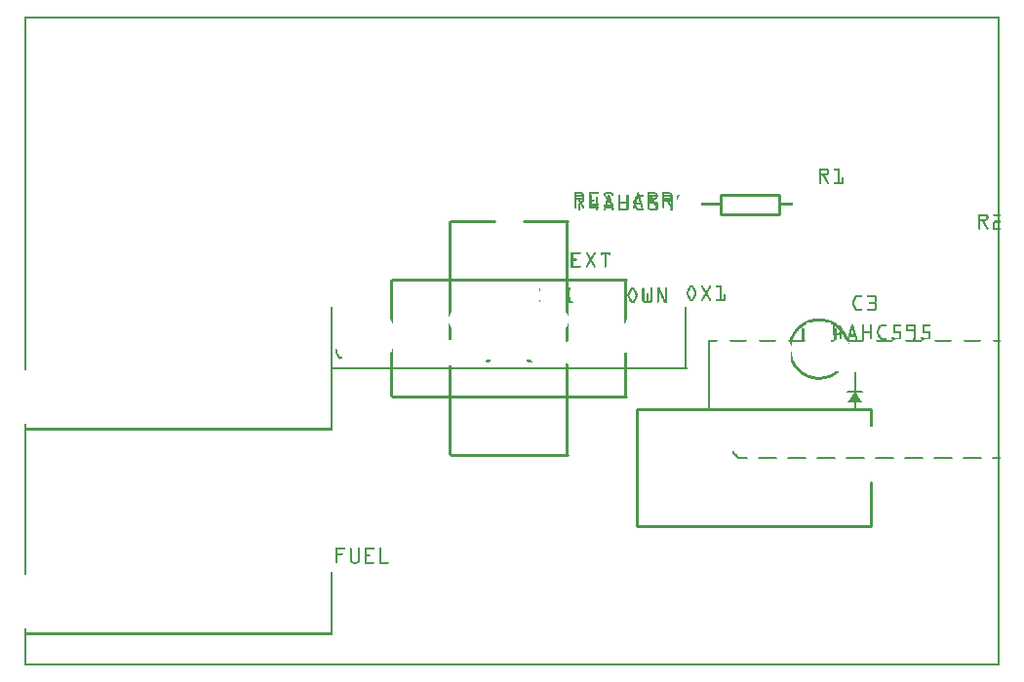
<source format=gto>
G04 MADE WITH FRITZING*
G04 WWW.FRITZING.ORG*
G04 DOUBLE SIDED*
G04 HOLES PLATED*
G04 CONTOUR ON CENTER OF CONTOUR VECTOR*
%ASAXBY*%
%FSLAX23Y23*%
%MOIN*%
%OFA0B0*%
%SFA1.0B1.0*%
%ADD10C,0.010000*%
%ADD11C,0.008000*%
%ADD12R,0.001000X0.001000*%
%LNSILK1*%
G90*
G70*
G54D10*
X2056Y1322D02*
X1256Y1322D01*
D02*
X1256Y922D02*
X2056Y922D01*
D02*
X2894Y879D02*
X2094Y879D01*
D02*
X2094Y879D02*
X2094Y479D01*
D02*
X2094Y479D02*
X2894Y479D01*
D02*
X2894Y629D02*
X2894Y479D01*
G54D11*
D02*
X2815Y937D02*
X2865Y937D01*
D02*
X2815Y937D02*
X2865Y937D01*
G54D10*
D02*
X1456Y722D02*
X1856Y722D01*
D02*
X1456Y1522D02*
X1606Y1522D01*
D02*
X1706Y1522D02*
X1856Y1522D01*
D02*
X2380Y1612D02*
X2580Y1612D01*
D02*
X2580Y1612D02*
X2580Y1546D01*
D02*
X2580Y1546D02*
X2380Y1546D01*
D02*
X2380Y1546D02*
X2380Y1612D01*
D02*
X2380Y1612D02*
X2580Y1612D01*
D02*
X2580Y1612D02*
X2580Y1546D01*
D02*
X2580Y1546D02*
X2380Y1546D01*
D02*
X2380Y1546D02*
X2380Y1612D01*
G54D11*
D02*
X1049Y1017D02*
X1049Y1227D01*
D02*
X2262Y1017D02*
X2262Y1227D01*
D02*
X1050Y810D02*
X1050Y1020D01*
D02*
X1050Y110D02*
X1050Y320D01*
G54D10*
D02*
X1856Y1322D02*
X1456Y1322D01*
D02*
X1456Y922D02*
X1856Y922D01*
G36*
X2815Y900D02*
X2865Y900D01*
X2840Y937D01*
X2815Y900D01*
D02*
G37*
D02*
G36*
X2815Y900D02*
X2865Y900D01*
X2840Y937D01*
X2815Y900D01*
D02*
G37*
D02*
G54D12*
X1Y2222D02*
X3333Y2222D01*
X1Y2221D02*
X3333Y2221D01*
X1Y2220D02*
X3333Y2220D01*
X1Y2219D02*
X3333Y2219D01*
X1Y2218D02*
X3333Y2218D01*
X1Y2217D02*
X3333Y2217D01*
X1Y2216D02*
X3333Y2216D01*
X1Y2215D02*
X3333Y2215D01*
X1Y2214D02*
X8Y2214D01*
X3326Y2214D02*
X3333Y2214D01*
X1Y2213D02*
X8Y2213D01*
X3326Y2213D02*
X3333Y2213D01*
X1Y2212D02*
X8Y2212D01*
X3326Y2212D02*
X3333Y2212D01*
X1Y2211D02*
X8Y2211D01*
X3326Y2211D02*
X3333Y2211D01*
X1Y2210D02*
X8Y2210D01*
X3326Y2210D02*
X3333Y2210D01*
X1Y2209D02*
X8Y2209D01*
X3326Y2209D02*
X3333Y2209D01*
X1Y2208D02*
X8Y2208D01*
X3326Y2208D02*
X3333Y2208D01*
X1Y2207D02*
X8Y2207D01*
X3326Y2207D02*
X3333Y2207D01*
X1Y2206D02*
X8Y2206D01*
X3326Y2206D02*
X3333Y2206D01*
X1Y2205D02*
X8Y2205D01*
X3326Y2205D02*
X3333Y2205D01*
X1Y2204D02*
X8Y2204D01*
X3326Y2204D02*
X3333Y2204D01*
X1Y2203D02*
X8Y2203D01*
X3326Y2203D02*
X3333Y2203D01*
X1Y2202D02*
X8Y2202D01*
X3326Y2202D02*
X3333Y2202D01*
X1Y2201D02*
X8Y2201D01*
X3326Y2201D02*
X3333Y2201D01*
X1Y2200D02*
X8Y2200D01*
X3326Y2200D02*
X3333Y2200D01*
X1Y2199D02*
X8Y2199D01*
X3326Y2199D02*
X3333Y2199D01*
X1Y2198D02*
X8Y2198D01*
X3326Y2198D02*
X3333Y2198D01*
X1Y2197D02*
X8Y2197D01*
X3326Y2197D02*
X3333Y2197D01*
X1Y2196D02*
X8Y2196D01*
X3326Y2196D02*
X3333Y2196D01*
X1Y2195D02*
X8Y2195D01*
X3326Y2195D02*
X3333Y2195D01*
X1Y2194D02*
X8Y2194D01*
X3326Y2194D02*
X3333Y2194D01*
X1Y2193D02*
X8Y2193D01*
X3326Y2193D02*
X3333Y2193D01*
X1Y2192D02*
X8Y2192D01*
X3326Y2192D02*
X3333Y2192D01*
X1Y2191D02*
X8Y2191D01*
X3326Y2191D02*
X3333Y2191D01*
X1Y2190D02*
X8Y2190D01*
X3326Y2190D02*
X3333Y2190D01*
X1Y2189D02*
X8Y2189D01*
X3326Y2189D02*
X3333Y2189D01*
X1Y2188D02*
X8Y2188D01*
X3326Y2188D02*
X3333Y2188D01*
X1Y2187D02*
X8Y2187D01*
X3326Y2187D02*
X3333Y2187D01*
X1Y2186D02*
X8Y2186D01*
X3326Y2186D02*
X3333Y2186D01*
X1Y2185D02*
X8Y2185D01*
X3326Y2185D02*
X3333Y2185D01*
X1Y2184D02*
X8Y2184D01*
X3326Y2184D02*
X3333Y2184D01*
X1Y2183D02*
X8Y2183D01*
X3326Y2183D02*
X3333Y2183D01*
X1Y2182D02*
X8Y2182D01*
X3326Y2182D02*
X3333Y2182D01*
X1Y2181D02*
X8Y2181D01*
X3326Y2181D02*
X3333Y2181D01*
X1Y2180D02*
X8Y2180D01*
X3326Y2180D02*
X3333Y2180D01*
X1Y2179D02*
X8Y2179D01*
X3326Y2179D02*
X3333Y2179D01*
X1Y2178D02*
X8Y2178D01*
X3326Y2178D02*
X3333Y2178D01*
X1Y2177D02*
X8Y2177D01*
X3326Y2177D02*
X3333Y2177D01*
X1Y2176D02*
X8Y2176D01*
X3326Y2176D02*
X3333Y2176D01*
X1Y2175D02*
X8Y2175D01*
X3326Y2175D02*
X3333Y2175D01*
X1Y2174D02*
X8Y2174D01*
X3326Y2174D02*
X3333Y2174D01*
X1Y2173D02*
X8Y2173D01*
X3326Y2173D02*
X3333Y2173D01*
X1Y2172D02*
X8Y2172D01*
X3326Y2172D02*
X3333Y2172D01*
X1Y2171D02*
X8Y2171D01*
X3326Y2171D02*
X3333Y2171D01*
X1Y2170D02*
X8Y2170D01*
X3326Y2170D02*
X3333Y2170D01*
X1Y2169D02*
X8Y2169D01*
X3326Y2169D02*
X3333Y2169D01*
X1Y2168D02*
X8Y2168D01*
X3326Y2168D02*
X3333Y2168D01*
X1Y2167D02*
X8Y2167D01*
X3326Y2167D02*
X3333Y2167D01*
X1Y2166D02*
X8Y2166D01*
X3326Y2166D02*
X3333Y2166D01*
X1Y2165D02*
X8Y2165D01*
X3326Y2165D02*
X3333Y2165D01*
X1Y2164D02*
X8Y2164D01*
X3326Y2164D02*
X3333Y2164D01*
X1Y2163D02*
X8Y2163D01*
X3326Y2163D02*
X3333Y2163D01*
X1Y2162D02*
X8Y2162D01*
X3326Y2162D02*
X3333Y2162D01*
X1Y2161D02*
X8Y2161D01*
X3326Y2161D02*
X3333Y2161D01*
X1Y2160D02*
X8Y2160D01*
X3326Y2160D02*
X3333Y2160D01*
X1Y2159D02*
X8Y2159D01*
X3326Y2159D02*
X3333Y2159D01*
X1Y2158D02*
X8Y2158D01*
X3326Y2158D02*
X3333Y2158D01*
X1Y2157D02*
X8Y2157D01*
X3326Y2157D02*
X3333Y2157D01*
X1Y2156D02*
X8Y2156D01*
X3326Y2156D02*
X3333Y2156D01*
X1Y2155D02*
X8Y2155D01*
X3326Y2155D02*
X3333Y2155D01*
X1Y2154D02*
X8Y2154D01*
X3326Y2154D02*
X3333Y2154D01*
X1Y2153D02*
X8Y2153D01*
X3326Y2153D02*
X3333Y2153D01*
X1Y2152D02*
X8Y2152D01*
X3326Y2152D02*
X3333Y2152D01*
X1Y2151D02*
X8Y2151D01*
X3326Y2151D02*
X3333Y2151D01*
X1Y2150D02*
X8Y2150D01*
X3326Y2150D02*
X3333Y2150D01*
X1Y2149D02*
X8Y2149D01*
X3326Y2149D02*
X3333Y2149D01*
X1Y2148D02*
X8Y2148D01*
X3326Y2148D02*
X3333Y2148D01*
X1Y2147D02*
X8Y2147D01*
X3326Y2147D02*
X3333Y2147D01*
X1Y2146D02*
X8Y2146D01*
X3326Y2146D02*
X3333Y2146D01*
X1Y2145D02*
X8Y2145D01*
X3326Y2145D02*
X3333Y2145D01*
X1Y2144D02*
X8Y2144D01*
X3326Y2144D02*
X3333Y2144D01*
X1Y2143D02*
X8Y2143D01*
X3326Y2143D02*
X3333Y2143D01*
X1Y2142D02*
X8Y2142D01*
X3326Y2142D02*
X3333Y2142D01*
X1Y2141D02*
X8Y2141D01*
X3326Y2141D02*
X3333Y2141D01*
X1Y2140D02*
X8Y2140D01*
X3326Y2140D02*
X3333Y2140D01*
X1Y2139D02*
X8Y2139D01*
X3326Y2139D02*
X3333Y2139D01*
X1Y2138D02*
X8Y2138D01*
X3326Y2138D02*
X3333Y2138D01*
X1Y2137D02*
X8Y2137D01*
X3326Y2137D02*
X3333Y2137D01*
X1Y2136D02*
X8Y2136D01*
X3326Y2136D02*
X3333Y2136D01*
X1Y2135D02*
X8Y2135D01*
X3326Y2135D02*
X3333Y2135D01*
X1Y2134D02*
X8Y2134D01*
X3326Y2134D02*
X3333Y2134D01*
X1Y2133D02*
X8Y2133D01*
X3326Y2133D02*
X3333Y2133D01*
X1Y2132D02*
X8Y2132D01*
X3326Y2132D02*
X3333Y2132D01*
X1Y2131D02*
X8Y2131D01*
X3326Y2131D02*
X3333Y2131D01*
X1Y2130D02*
X8Y2130D01*
X3326Y2130D02*
X3333Y2130D01*
X1Y2129D02*
X8Y2129D01*
X3326Y2129D02*
X3333Y2129D01*
X1Y2128D02*
X8Y2128D01*
X3326Y2128D02*
X3333Y2128D01*
X1Y2127D02*
X8Y2127D01*
X3326Y2127D02*
X3333Y2127D01*
X1Y2126D02*
X8Y2126D01*
X3326Y2126D02*
X3333Y2126D01*
X1Y2125D02*
X8Y2125D01*
X3326Y2125D02*
X3333Y2125D01*
X1Y2124D02*
X8Y2124D01*
X3326Y2124D02*
X3333Y2124D01*
X1Y2123D02*
X8Y2123D01*
X3326Y2123D02*
X3333Y2123D01*
X1Y2122D02*
X8Y2122D01*
X3326Y2122D02*
X3333Y2122D01*
X1Y2121D02*
X8Y2121D01*
X3326Y2121D02*
X3333Y2121D01*
X1Y2120D02*
X8Y2120D01*
X3326Y2120D02*
X3333Y2120D01*
X1Y2119D02*
X8Y2119D01*
X3326Y2119D02*
X3333Y2119D01*
X1Y2118D02*
X8Y2118D01*
X3326Y2118D02*
X3333Y2118D01*
X1Y2117D02*
X8Y2117D01*
X3326Y2117D02*
X3333Y2117D01*
X1Y2116D02*
X8Y2116D01*
X3326Y2116D02*
X3333Y2116D01*
X1Y2115D02*
X8Y2115D01*
X3326Y2115D02*
X3333Y2115D01*
X1Y2114D02*
X8Y2114D01*
X3326Y2114D02*
X3333Y2114D01*
X1Y2113D02*
X8Y2113D01*
X3326Y2113D02*
X3333Y2113D01*
X1Y2112D02*
X8Y2112D01*
X3326Y2112D02*
X3333Y2112D01*
X1Y2111D02*
X8Y2111D01*
X3326Y2111D02*
X3333Y2111D01*
X1Y2110D02*
X8Y2110D01*
X3326Y2110D02*
X3333Y2110D01*
X1Y2109D02*
X8Y2109D01*
X3326Y2109D02*
X3333Y2109D01*
X1Y2108D02*
X8Y2108D01*
X3326Y2108D02*
X3333Y2108D01*
X1Y2107D02*
X8Y2107D01*
X3326Y2107D02*
X3333Y2107D01*
X1Y2106D02*
X8Y2106D01*
X3326Y2106D02*
X3333Y2106D01*
X1Y2105D02*
X8Y2105D01*
X3326Y2105D02*
X3333Y2105D01*
X1Y2104D02*
X8Y2104D01*
X3326Y2104D02*
X3333Y2104D01*
X1Y2103D02*
X8Y2103D01*
X3326Y2103D02*
X3333Y2103D01*
X1Y2102D02*
X8Y2102D01*
X3326Y2102D02*
X3333Y2102D01*
X1Y2101D02*
X8Y2101D01*
X3326Y2101D02*
X3333Y2101D01*
X1Y2100D02*
X8Y2100D01*
X3326Y2100D02*
X3333Y2100D01*
X1Y2099D02*
X8Y2099D01*
X3326Y2099D02*
X3333Y2099D01*
X1Y2098D02*
X8Y2098D01*
X3326Y2098D02*
X3333Y2098D01*
X1Y2097D02*
X8Y2097D01*
X3326Y2097D02*
X3333Y2097D01*
X1Y2096D02*
X8Y2096D01*
X3326Y2096D02*
X3333Y2096D01*
X1Y2095D02*
X8Y2095D01*
X3326Y2095D02*
X3333Y2095D01*
X1Y2094D02*
X8Y2094D01*
X3326Y2094D02*
X3333Y2094D01*
X1Y2093D02*
X8Y2093D01*
X3326Y2093D02*
X3333Y2093D01*
X1Y2092D02*
X8Y2092D01*
X3326Y2092D02*
X3333Y2092D01*
X1Y2091D02*
X8Y2091D01*
X3326Y2091D02*
X3333Y2091D01*
X1Y2090D02*
X8Y2090D01*
X3326Y2090D02*
X3333Y2090D01*
X1Y2089D02*
X8Y2089D01*
X3326Y2089D02*
X3333Y2089D01*
X1Y2088D02*
X8Y2088D01*
X3326Y2088D02*
X3333Y2088D01*
X1Y2087D02*
X8Y2087D01*
X3326Y2087D02*
X3333Y2087D01*
X1Y2086D02*
X8Y2086D01*
X3326Y2086D02*
X3333Y2086D01*
X1Y2085D02*
X8Y2085D01*
X3326Y2085D02*
X3333Y2085D01*
X1Y2084D02*
X8Y2084D01*
X3326Y2084D02*
X3333Y2084D01*
X1Y2083D02*
X8Y2083D01*
X3326Y2083D02*
X3333Y2083D01*
X1Y2082D02*
X8Y2082D01*
X3326Y2082D02*
X3333Y2082D01*
X1Y2081D02*
X8Y2081D01*
X3326Y2081D02*
X3333Y2081D01*
X1Y2080D02*
X8Y2080D01*
X3326Y2080D02*
X3333Y2080D01*
X1Y2079D02*
X8Y2079D01*
X3326Y2079D02*
X3333Y2079D01*
X1Y2078D02*
X8Y2078D01*
X3326Y2078D02*
X3333Y2078D01*
X1Y2077D02*
X8Y2077D01*
X3326Y2077D02*
X3333Y2077D01*
X1Y2076D02*
X8Y2076D01*
X3326Y2076D02*
X3333Y2076D01*
X1Y2075D02*
X8Y2075D01*
X3326Y2075D02*
X3333Y2075D01*
X1Y2074D02*
X8Y2074D01*
X3326Y2074D02*
X3333Y2074D01*
X1Y2073D02*
X8Y2073D01*
X3326Y2073D02*
X3333Y2073D01*
X1Y2072D02*
X8Y2072D01*
X3326Y2072D02*
X3333Y2072D01*
X1Y2071D02*
X8Y2071D01*
X3326Y2071D02*
X3333Y2071D01*
X1Y2070D02*
X8Y2070D01*
X3326Y2070D02*
X3333Y2070D01*
X1Y2069D02*
X8Y2069D01*
X3326Y2069D02*
X3333Y2069D01*
X1Y2068D02*
X8Y2068D01*
X3326Y2068D02*
X3333Y2068D01*
X1Y2067D02*
X8Y2067D01*
X3326Y2067D02*
X3333Y2067D01*
X1Y2066D02*
X8Y2066D01*
X3326Y2066D02*
X3333Y2066D01*
X1Y2065D02*
X8Y2065D01*
X3326Y2065D02*
X3333Y2065D01*
X1Y2064D02*
X8Y2064D01*
X3326Y2064D02*
X3333Y2064D01*
X1Y2063D02*
X8Y2063D01*
X3326Y2063D02*
X3333Y2063D01*
X1Y2062D02*
X8Y2062D01*
X3326Y2062D02*
X3333Y2062D01*
X1Y2061D02*
X8Y2061D01*
X3326Y2061D02*
X3333Y2061D01*
X1Y2060D02*
X8Y2060D01*
X3326Y2060D02*
X3333Y2060D01*
X1Y2059D02*
X8Y2059D01*
X3326Y2059D02*
X3333Y2059D01*
X1Y2058D02*
X8Y2058D01*
X3326Y2058D02*
X3333Y2058D01*
X1Y2057D02*
X8Y2057D01*
X3326Y2057D02*
X3333Y2057D01*
X1Y2056D02*
X8Y2056D01*
X3326Y2056D02*
X3333Y2056D01*
X1Y2055D02*
X8Y2055D01*
X3326Y2055D02*
X3333Y2055D01*
X1Y2054D02*
X8Y2054D01*
X3326Y2054D02*
X3333Y2054D01*
X1Y2053D02*
X8Y2053D01*
X3326Y2053D02*
X3333Y2053D01*
X1Y2052D02*
X8Y2052D01*
X3326Y2052D02*
X3333Y2052D01*
X1Y2051D02*
X8Y2051D01*
X3326Y2051D02*
X3333Y2051D01*
X1Y2050D02*
X8Y2050D01*
X3326Y2050D02*
X3333Y2050D01*
X1Y2049D02*
X8Y2049D01*
X3326Y2049D02*
X3333Y2049D01*
X1Y2048D02*
X8Y2048D01*
X3326Y2048D02*
X3333Y2048D01*
X1Y2047D02*
X8Y2047D01*
X3326Y2047D02*
X3333Y2047D01*
X1Y2046D02*
X8Y2046D01*
X3326Y2046D02*
X3333Y2046D01*
X1Y2045D02*
X8Y2045D01*
X3326Y2045D02*
X3333Y2045D01*
X1Y2044D02*
X8Y2044D01*
X3326Y2044D02*
X3333Y2044D01*
X1Y2043D02*
X8Y2043D01*
X3326Y2043D02*
X3333Y2043D01*
X1Y2042D02*
X8Y2042D01*
X3326Y2042D02*
X3333Y2042D01*
X1Y2041D02*
X8Y2041D01*
X3326Y2041D02*
X3333Y2041D01*
X1Y2040D02*
X8Y2040D01*
X3326Y2040D02*
X3333Y2040D01*
X1Y2039D02*
X8Y2039D01*
X3326Y2039D02*
X3333Y2039D01*
X1Y2038D02*
X8Y2038D01*
X3326Y2038D02*
X3333Y2038D01*
X1Y2037D02*
X8Y2037D01*
X3326Y2037D02*
X3333Y2037D01*
X1Y2036D02*
X8Y2036D01*
X3326Y2036D02*
X3333Y2036D01*
X1Y2035D02*
X8Y2035D01*
X3326Y2035D02*
X3333Y2035D01*
X1Y2034D02*
X8Y2034D01*
X3326Y2034D02*
X3333Y2034D01*
X1Y2033D02*
X8Y2033D01*
X3326Y2033D02*
X3333Y2033D01*
X1Y2032D02*
X8Y2032D01*
X3326Y2032D02*
X3333Y2032D01*
X1Y2031D02*
X8Y2031D01*
X3326Y2031D02*
X3333Y2031D01*
X1Y2030D02*
X8Y2030D01*
X3326Y2030D02*
X3333Y2030D01*
X1Y2029D02*
X8Y2029D01*
X3326Y2029D02*
X3333Y2029D01*
X1Y2028D02*
X8Y2028D01*
X3326Y2028D02*
X3333Y2028D01*
X1Y2027D02*
X8Y2027D01*
X3326Y2027D02*
X3333Y2027D01*
X1Y2026D02*
X8Y2026D01*
X3326Y2026D02*
X3333Y2026D01*
X1Y2025D02*
X8Y2025D01*
X3326Y2025D02*
X3333Y2025D01*
X1Y2024D02*
X8Y2024D01*
X3326Y2024D02*
X3333Y2024D01*
X1Y2023D02*
X8Y2023D01*
X3326Y2023D02*
X3333Y2023D01*
X1Y2022D02*
X8Y2022D01*
X3326Y2022D02*
X3333Y2022D01*
X1Y2021D02*
X8Y2021D01*
X3326Y2021D02*
X3333Y2021D01*
X1Y2020D02*
X8Y2020D01*
X3326Y2020D02*
X3333Y2020D01*
X1Y2019D02*
X8Y2019D01*
X3326Y2019D02*
X3333Y2019D01*
X1Y2018D02*
X8Y2018D01*
X3326Y2018D02*
X3333Y2018D01*
X1Y2017D02*
X8Y2017D01*
X3326Y2017D02*
X3333Y2017D01*
X1Y2016D02*
X8Y2016D01*
X3326Y2016D02*
X3333Y2016D01*
X1Y2015D02*
X8Y2015D01*
X3326Y2015D02*
X3333Y2015D01*
X1Y2014D02*
X8Y2014D01*
X3326Y2014D02*
X3333Y2014D01*
X1Y2013D02*
X8Y2013D01*
X3326Y2013D02*
X3333Y2013D01*
X1Y2012D02*
X8Y2012D01*
X3326Y2012D02*
X3333Y2012D01*
X1Y2011D02*
X8Y2011D01*
X3326Y2011D02*
X3333Y2011D01*
X1Y2010D02*
X8Y2010D01*
X3326Y2010D02*
X3333Y2010D01*
X1Y2009D02*
X8Y2009D01*
X3326Y2009D02*
X3333Y2009D01*
X1Y2008D02*
X8Y2008D01*
X3326Y2008D02*
X3333Y2008D01*
X1Y2007D02*
X8Y2007D01*
X3326Y2007D02*
X3333Y2007D01*
X1Y2006D02*
X8Y2006D01*
X3326Y2006D02*
X3333Y2006D01*
X1Y2005D02*
X8Y2005D01*
X3326Y2005D02*
X3333Y2005D01*
X1Y2004D02*
X8Y2004D01*
X3326Y2004D02*
X3333Y2004D01*
X1Y2003D02*
X8Y2003D01*
X3326Y2003D02*
X3333Y2003D01*
X1Y2002D02*
X8Y2002D01*
X3326Y2002D02*
X3333Y2002D01*
X1Y2001D02*
X8Y2001D01*
X3326Y2001D02*
X3333Y2001D01*
X1Y2000D02*
X8Y2000D01*
X3326Y2000D02*
X3333Y2000D01*
X1Y1999D02*
X8Y1999D01*
X3326Y1999D02*
X3333Y1999D01*
X1Y1998D02*
X8Y1998D01*
X3326Y1998D02*
X3333Y1998D01*
X1Y1997D02*
X8Y1997D01*
X3326Y1997D02*
X3333Y1997D01*
X1Y1996D02*
X8Y1996D01*
X3326Y1996D02*
X3333Y1996D01*
X1Y1995D02*
X8Y1995D01*
X3326Y1995D02*
X3333Y1995D01*
X1Y1994D02*
X8Y1994D01*
X3326Y1994D02*
X3333Y1994D01*
X1Y1993D02*
X8Y1993D01*
X3326Y1993D02*
X3333Y1993D01*
X1Y1992D02*
X8Y1992D01*
X3326Y1992D02*
X3333Y1992D01*
X1Y1991D02*
X8Y1991D01*
X3326Y1991D02*
X3333Y1991D01*
X1Y1990D02*
X8Y1990D01*
X3326Y1990D02*
X3333Y1990D01*
X1Y1989D02*
X8Y1989D01*
X3326Y1989D02*
X3333Y1989D01*
X1Y1988D02*
X8Y1988D01*
X3326Y1988D02*
X3333Y1988D01*
X1Y1987D02*
X8Y1987D01*
X3326Y1987D02*
X3333Y1987D01*
X1Y1986D02*
X8Y1986D01*
X3326Y1986D02*
X3333Y1986D01*
X1Y1985D02*
X8Y1985D01*
X3326Y1985D02*
X3333Y1985D01*
X1Y1984D02*
X8Y1984D01*
X3326Y1984D02*
X3333Y1984D01*
X1Y1983D02*
X8Y1983D01*
X3326Y1983D02*
X3333Y1983D01*
X1Y1982D02*
X8Y1982D01*
X3326Y1982D02*
X3333Y1982D01*
X1Y1981D02*
X8Y1981D01*
X3326Y1981D02*
X3333Y1981D01*
X1Y1980D02*
X8Y1980D01*
X3326Y1980D02*
X3333Y1980D01*
X1Y1979D02*
X8Y1979D01*
X3326Y1979D02*
X3333Y1979D01*
X1Y1978D02*
X8Y1978D01*
X3326Y1978D02*
X3333Y1978D01*
X1Y1977D02*
X8Y1977D01*
X3326Y1977D02*
X3333Y1977D01*
X1Y1976D02*
X8Y1976D01*
X3326Y1976D02*
X3333Y1976D01*
X1Y1975D02*
X8Y1975D01*
X3326Y1975D02*
X3333Y1975D01*
X1Y1974D02*
X8Y1974D01*
X3326Y1974D02*
X3333Y1974D01*
X1Y1973D02*
X8Y1973D01*
X3326Y1973D02*
X3333Y1973D01*
X1Y1972D02*
X8Y1972D01*
X3326Y1972D02*
X3333Y1972D01*
X1Y1971D02*
X8Y1971D01*
X3326Y1971D02*
X3333Y1971D01*
X1Y1970D02*
X8Y1970D01*
X3326Y1970D02*
X3333Y1970D01*
X1Y1969D02*
X8Y1969D01*
X3326Y1969D02*
X3333Y1969D01*
X1Y1968D02*
X8Y1968D01*
X3326Y1968D02*
X3333Y1968D01*
X1Y1967D02*
X8Y1967D01*
X3326Y1967D02*
X3333Y1967D01*
X1Y1966D02*
X8Y1966D01*
X3326Y1966D02*
X3333Y1966D01*
X1Y1965D02*
X8Y1965D01*
X3326Y1965D02*
X3333Y1965D01*
X1Y1964D02*
X8Y1964D01*
X3326Y1964D02*
X3333Y1964D01*
X1Y1963D02*
X8Y1963D01*
X3326Y1963D02*
X3333Y1963D01*
X1Y1962D02*
X8Y1962D01*
X3326Y1962D02*
X3333Y1962D01*
X1Y1961D02*
X8Y1961D01*
X3326Y1961D02*
X3333Y1961D01*
X1Y1960D02*
X8Y1960D01*
X3326Y1960D02*
X3333Y1960D01*
X1Y1959D02*
X8Y1959D01*
X3326Y1959D02*
X3333Y1959D01*
X1Y1958D02*
X8Y1958D01*
X3326Y1958D02*
X3333Y1958D01*
X1Y1957D02*
X8Y1957D01*
X3326Y1957D02*
X3333Y1957D01*
X1Y1956D02*
X8Y1956D01*
X3326Y1956D02*
X3333Y1956D01*
X1Y1955D02*
X8Y1955D01*
X3326Y1955D02*
X3333Y1955D01*
X1Y1954D02*
X8Y1954D01*
X3326Y1954D02*
X3333Y1954D01*
X1Y1953D02*
X8Y1953D01*
X3326Y1953D02*
X3333Y1953D01*
X1Y1952D02*
X8Y1952D01*
X3326Y1952D02*
X3333Y1952D01*
X1Y1951D02*
X8Y1951D01*
X3326Y1951D02*
X3333Y1951D01*
X1Y1950D02*
X8Y1950D01*
X3326Y1950D02*
X3333Y1950D01*
X1Y1949D02*
X8Y1949D01*
X3326Y1949D02*
X3333Y1949D01*
X1Y1948D02*
X8Y1948D01*
X3326Y1948D02*
X3333Y1948D01*
X1Y1947D02*
X8Y1947D01*
X3326Y1947D02*
X3333Y1947D01*
X1Y1946D02*
X8Y1946D01*
X3326Y1946D02*
X3333Y1946D01*
X1Y1945D02*
X8Y1945D01*
X3326Y1945D02*
X3333Y1945D01*
X1Y1944D02*
X8Y1944D01*
X3326Y1944D02*
X3333Y1944D01*
X1Y1943D02*
X8Y1943D01*
X3326Y1943D02*
X3333Y1943D01*
X1Y1942D02*
X8Y1942D01*
X3326Y1942D02*
X3333Y1942D01*
X1Y1941D02*
X8Y1941D01*
X3326Y1941D02*
X3333Y1941D01*
X1Y1940D02*
X8Y1940D01*
X3326Y1940D02*
X3333Y1940D01*
X1Y1939D02*
X8Y1939D01*
X3326Y1939D02*
X3333Y1939D01*
X1Y1938D02*
X8Y1938D01*
X3326Y1938D02*
X3333Y1938D01*
X1Y1937D02*
X8Y1937D01*
X3326Y1937D02*
X3333Y1937D01*
X1Y1936D02*
X8Y1936D01*
X3326Y1936D02*
X3333Y1936D01*
X1Y1935D02*
X8Y1935D01*
X3326Y1935D02*
X3333Y1935D01*
X1Y1934D02*
X8Y1934D01*
X3326Y1934D02*
X3333Y1934D01*
X1Y1933D02*
X8Y1933D01*
X3326Y1933D02*
X3333Y1933D01*
X1Y1932D02*
X8Y1932D01*
X3326Y1932D02*
X3333Y1932D01*
X1Y1931D02*
X8Y1931D01*
X3326Y1931D02*
X3333Y1931D01*
X1Y1930D02*
X8Y1930D01*
X3326Y1930D02*
X3333Y1930D01*
X1Y1929D02*
X8Y1929D01*
X3326Y1929D02*
X3333Y1929D01*
X1Y1928D02*
X8Y1928D01*
X3326Y1928D02*
X3333Y1928D01*
X1Y1927D02*
X8Y1927D01*
X3326Y1927D02*
X3333Y1927D01*
X1Y1926D02*
X8Y1926D01*
X3326Y1926D02*
X3333Y1926D01*
X1Y1925D02*
X8Y1925D01*
X3326Y1925D02*
X3333Y1925D01*
X1Y1924D02*
X8Y1924D01*
X3326Y1924D02*
X3333Y1924D01*
X1Y1923D02*
X8Y1923D01*
X3326Y1923D02*
X3333Y1923D01*
X1Y1922D02*
X8Y1922D01*
X3326Y1922D02*
X3333Y1922D01*
X1Y1921D02*
X8Y1921D01*
X3326Y1921D02*
X3333Y1921D01*
X1Y1920D02*
X8Y1920D01*
X3326Y1920D02*
X3333Y1920D01*
X1Y1919D02*
X8Y1919D01*
X3326Y1919D02*
X3333Y1919D01*
X1Y1918D02*
X8Y1918D01*
X3326Y1918D02*
X3333Y1918D01*
X1Y1917D02*
X8Y1917D01*
X3326Y1917D02*
X3333Y1917D01*
X1Y1916D02*
X8Y1916D01*
X3326Y1916D02*
X3333Y1916D01*
X1Y1915D02*
X8Y1915D01*
X3326Y1915D02*
X3333Y1915D01*
X1Y1914D02*
X8Y1914D01*
X3326Y1914D02*
X3333Y1914D01*
X1Y1913D02*
X8Y1913D01*
X3326Y1913D02*
X3333Y1913D01*
X1Y1912D02*
X8Y1912D01*
X3326Y1912D02*
X3333Y1912D01*
X1Y1911D02*
X8Y1911D01*
X3326Y1911D02*
X3333Y1911D01*
X1Y1910D02*
X8Y1910D01*
X3326Y1910D02*
X3333Y1910D01*
X1Y1909D02*
X8Y1909D01*
X3326Y1909D02*
X3333Y1909D01*
X1Y1908D02*
X8Y1908D01*
X3326Y1908D02*
X3333Y1908D01*
X1Y1907D02*
X8Y1907D01*
X3326Y1907D02*
X3333Y1907D01*
X1Y1906D02*
X8Y1906D01*
X3326Y1906D02*
X3333Y1906D01*
X1Y1905D02*
X8Y1905D01*
X3326Y1905D02*
X3333Y1905D01*
X1Y1904D02*
X8Y1904D01*
X3326Y1904D02*
X3333Y1904D01*
X1Y1903D02*
X8Y1903D01*
X3326Y1903D02*
X3333Y1903D01*
X1Y1902D02*
X8Y1902D01*
X3326Y1902D02*
X3333Y1902D01*
X1Y1901D02*
X8Y1901D01*
X3326Y1901D02*
X3333Y1901D01*
X1Y1900D02*
X8Y1900D01*
X3326Y1900D02*
X3333Y1900D01*
X1Y1899D02*
X8Y1899D01*
X3326Y1899D02*
X3333Y1899D01*
X1Y1898D02*
X8Y1898D01*
X3326Y1898D02*
X3333Y1898D01*
X1Y1897D02*
X8Y1897D01*
X3326Y1897D02*
X3333Y1897D01*
X1Y1896D02*
X8Y1896D01*
X3326Y1896D02*
X3333Y1896D01*
X1Y1895D02*
X8Y1895D01*
X3326Y1895D02*
X3333Y1895D01*
X1Y1894D02*
X8Y1894D01*
X3326Y1894D02*
X3333Y1894D01*
X1Y1893D02*
X8Y1893D01*
X3326Y1893D02*
X3333Y1893D01*
X1Y1892D02*
X8Y1892D01*
X3326Y1892D02*
X3333Y1892D01*
X1Y1891D02*
X8Y1891D01*
X3326Y1891D02*
X3333Y1891D01*
X1Y1890D02*
X8Y1890D01*
X3326Y1890D02*
X3333Y1890D01*
X1Y1889D02*
X8Y1889D01*
X3326Y1889D02*
X3333Y1889D01*
X1Y1888D02*
X8Y1888D01*
X3326Y1888D02*
X3333Y1888D01*
X1Y1887D02*
X8Y1887D01*
X3326Y1887D02*
X3333Y1887D01*
X1Y1886D02*
X8Y1886D01*
X3326Y1886D02*
X3333Y1886D01*
X1Y1885D02*
X8Y1885D01*
X3326Y1885D02*
X3333Y1885D01*
X1Y1884D02*
X8Y1884D01*
X3326Y1884D02*
X3333Y1884D01*
X1Y1883D02*
X8Y1883D01*
X3326Y1883D02*
X3333Y1883D01*
X1Y1882D02*
X8Y1882D01*
X3326Y1882D02*
X3333Y1882D01*
X1Y1881D02*
X8Y1881D01*
X3326Y1881D02*
X3333Y1881D01*
X1Y1880D02*
X8Y1880D01*
X3326Y1880D02*
X3333Y1880D01*
X1Y1879D02*
X8Y1879D01*
X3326Y1879D02*
X3333Y1879D01*
X1Y1878D02*
X8Y1878D01*
X3326Y1878D02*
X3333Y1878D01*
X1Y1877D02*
X8Y1877D01*
X3326Y1877D02*
X3333Y1877D01*
X1Y1876D02*
X8Y1876D01*
X3326Y1876D02*
X3333Y1876D01*
X1Y1875D02*
X8Y1875D01*
X3326Y1875D02*
X3333Y1875D01*
X1Y1874D02*
X8Y1874D01*
X3326Y1874D02*
X3333Y1874D01*
X1Y1873D02*
X8Y1873D01*
X3326Y1873D02*
X3333Y1873D01*
X1Y1872D02*
X8Y1872D01*
X3326Y1872D02*
X3333Y1872D01*
X1Y1871D02*
X8Y1871D01*
X3326Y1871D02*
X3333Y1871D01*
X1Y1870D02*
X8Y1870D01*
X3326Y1870D02*
X3333Y1870D01*
X1Y1869D02*
X8Y1869D01*
X3326Y1869D02*
X3333Y1869D01*
X1Y1868D02*
X8Y1868D01*
X3326Y1868D02*
X3333Y1868D01*
X1Y1867D02*
X8Y1867D01*
X3326Y1867D02*
X3333Y1867D01*
X1Y1866D02*
X8Y1866D01*
X3326Y1866D02*
X3333Y1866D01*
X1Y1865D02*
X8Y1865D01*
X3326Y1865D02*
X3333Y1865D01*
X1Y1864D02*
X8Y1864D01*
X3326Y1864D02*
X3333Y1864D01*
X1Y1863D02*
X8Y1863D01*
X3326Y1863D02*
X3333Y1863D01*
X1Y1862D02*
X8Y1862D01*
X3326Y1862D02*
X3333Y1862D01*
X1Y1861D02*
X8Y1861D01*
X3326Y1861D02*
X3333Y1861D01*
X1Y1860D02*
X8Y1860D01*
X3326Y1860D02*
X3333Y1860D01*
X1Y1859D02*
X8Y1859D01*
X3326Y1859D02*
X3333Y1859D01*
X1Y1858D02*
X8Y1858D01*
X3326Y1858D02*
X3333Y1858D01*
X1Y1857D02*
X8Y1857D01*
X3326Y1857D02*
X3333Y1857D01*
X1Y1856D02*
X8Y1856D01*
X3326Y1856D02*
X3333Y1856D01*
X1Y1855D02*
X8Y1855D01*
X3326Y1855D02*
X3333Y1855D01*
X1Y1854D02*
X8Y1854D01*
X3326Y1854D02*
X3333Y1854D01*
X1Y1853D02*
X8Y1853D01*
X3326Y1853D02*
X3333Y1853D01*
X1Y1852D02*
X8Y1852D01*
X3326Y1852D02*
X3333Y1852D01*
X1Y1851D02*
X8Y1851D01*
X3326Y1851D02*
X3333Y1851D01*
X1Y1850D02*
X8Y1850D01*
X3326Y1850D02*
X3333Y1850D01*
X1Y1849D02*
X8Y1849D01*
X3326Y1849D02*
X3333Y1849D01*
X1Y1848D02*
X8Y1848D01*
X3326Y1848D02*
X3333Y1848D01*
X1Y1847D02*
X8Y1847D01*
X3326Y1847D02*
X3333Y1847D01*
X1Y1846D02*
X8Y1846D01*
X3326Y1846D02*
X3333Y1846D01*
X1Y1845D02*
X8Y1845D01*
X3326Y1845D02*
X3333Y1845D01*
X1Y1844D02*
X8Y1844D01*
X3326Y1844D02*
X3333Y1844D01*
X1Y1843D02*
X8Y1843D01*
X3326Y1843D02*
X3333Y1843D01*
X1Y1842D02*
X8Y1842D01*
X3326Y1842D02*
X3333Y1842D01*
X1Y1841D02*
X8Y1841D01*
X3326Y1841D02*
X3333Y1841D01*
X1Y1840D02*
X8Y1840D01*
X3326Y1840D02*
X3333Y1840D01*
X1Y1839D02*
X8Y1839D01*
X3326Y1839D02*
X3333Y1839D01*
X1Y1838D02*
X8Y1838D01*
X3326Y1838D02*
X3333Y1838D01*
X1Y1837D02*
X8Y1837D01*
X3326Y1837D02*
X3333Y1837D01*
X1Y1836D02*
X8Y1836D01*
X3326Y1836D02*
X3333Y1836D01*
X1Y1835D02*
X8Y1835D01*
X3326Y1835D02*
X3333Y1835D01*
X1Y1834D02*
X8Y1834D01*
X3326Y1834D02*
X3333Y1834D01*
X1Y1833D02*
X8Y1833D01*
X3326Y1833D02*
X3333Y1833D01*
X1Y1832D02*
X8Y1832D01*
X3326Y1832D02*
X3333Y1832D01*
X1Y1831D02*
X8Y1831D01*
X3326Y1831D02*
X3333Y1831D01*
X1Y1830D02*
X8Y1830D01*
X3326Y1830D02*
X3333Y1830D01*
X1Y1829D02*
X8Y1829D01*
X3326Y1829D02*
X3333Y1829D01*
X1Y1828D02*
X8Y1828D01*
X3326Y1828D02*
X3333Y1828D01*
X1Y1827D02*
X8Y1827D01*
X3326Y1827D02*
X3333Y1827D01*
X1Y1826D02*
X8Y1826D01*
X3326Y1826D02*
X3333Y1826D01*
X1Y1825D02*
X8Y1825D01*
X3326Y1825D02*
X3333Y1825D01*
X1Y1824D02*
X8Y1824D01*
X3326Y1824D02*
X3333Y1824D01*
X1Y1823D02*
X8Y1823D01*
X3326Y1823D02*
X3333Y1823D01*
X1Y1822D02*
X8Y1822D01*
X3326Y1822D02*
X3333Y1822D01*
X1Y1821D02*
X8Y1821D01*
X3326Y1821D02*
X3333Y1821D01*
X1Y1820D02*
X8Y1820D01*
X3326Y1820D02*
X3333Y1820D01*
X1Y1819D02*
X8Y1819D01*
X3326Y1819D02*
X3333Y1819D01*
X1Y1818D02*
X8Y1818D01*
X3326Y1818D02*
X3333Y1818D01*
X1Y1817D02*
X8Y1817D01*
X3326Y1817D02*
X3333Y1817D01*
X1Y1816D02*
X8Y1816D01*
X3326Y1816D02*
X3333Y1816D01*
X1Y1815D02*
X8Y1815D01*
X3326Y1815D02*
X3333Y1815D01*
X1Y1814D02*
X8Y1814D01*
X3326Y1814D02*
X3333Y1814D01*
X1Y1813D02*
X8Y1813D01*
X3326Y1813D02*
X3333Y1813D01*
X1Y1812D02*
X8Y1812D01*
X3326Y1812D02*
X3333Y1812D01*
X1Y1811D02*
X8Y1811D01*
X3326Y1811D02*
X3333Y1811D01*
X1Y1810D02*
X8Y1810D01*
X3326Y1810D02*
X3333Y1810D01*
X1Y1809D02*
X8Y1809D01*
X3326Y1809D02*
X3333Y1809D01*
X1Y1808D02*
X8Y1808D01*
X3326Y1808D02*
X3333Y1808D01*
X1Y1807D02*
X8Y1807D01*
X3326Y1807D02*
X3333Y1807D01*
X1Y1806D02*
X8Y1806D01*
X3326Y1806D02*
X3333Y1806D01*
X1Y1805D02*
X8Y1805D01*
X3326Y1805D02*
X3333Y1805D01*
X1Y1804D02*
X8Y1804D01*
X3326Y1804D02*
X3333Y1804D01*
X1Y1803D02*
X8Y1803D01*
X3326Y1803D02*
X3333Y1803D01*
X1Y1802D02*
X8Y1802D01*
X3326Y1802D02*
X3333Y1802D01*
X1Y1801D02*
X8Y1801D01*
X3326Y1801D02*
X3333Y1801D01*
X1Y1800D02*
X8Y1800D01*
X3326Y1800D02*
X3333Y1800D01*
X1Y1799D02*
X8Y1799D01*
X3326Y1799D02*
X3333Y1799D01*
X1Y1798D02*
X8Y1798D01*
X3326Y1798D02*
X3333Y1798D01*
X1Y1797D02*
X8Y1797D01*
X3326Y1797D02*
X3333Y1797D01*
X1Y1796D02*
X8Y1796D01*
X3326Y1796D02*
X3333Y1796D01*
X1Y1795D02*
X8Y1795D01*
X3326Y1795D02*
X3333Y1795D01*
X1Y1794D02*
X8Y1794D01*
X3326Y1794D02*
X3333Y1794D01*
X1Y1793D02*
X8Y1793D01*
X3326Y1793D02*
X3333Y1793D01*
X1Y1792D02*
X8Y1792D01*
X3326Y1792D02*
X3333Y1792D01*
X1Y1791D02*
X8Y1791D01*
X3326Y1791D02*
X3333Y1791D01*
X1Y1790D02*
X8Y1790D01*
X3326Y1790D02*
X3333Y1790D01*
X1Y1789D02*
X8Y1789D01*
X3326Y1789D02*
X3333Y1789D01*
X1Y1788D02*
X8Y1788D01*
X3326Y1788D02*
X3333Y1788D01*
X1Y1787D02*
X8Y1787D01*
X3326Y1787D02*
X3333Y1787D01*
X1Y1786D02*
X8Y1786D01*
X3326Y1786D02*
X3333Y1786D01*
X1Y1785D02*
X8Y1785D01*
X3326Y1785D02*
X3333Y1785D01*
X1Y1784D02*
X8Y1784D01*
X3326Y1784D02*
X3333Y1784D01*
X1Y1783D02*
X8Y1783D01*
X3326Y1783D02*
X3333Y1783D01*
X1Y1782D02*
X8Y1782D01*
X3326Y1782D02*
X3333Y1782D01*
X1Y1781D02*
X8Y1781D01*
X3326Y1781D02*
X3333Y1781D01*
X1Y1780D02*
X8Y1780D01*
X3326Y1780D02*
X3333Y1780D01*
X1Y1779D02*
X8Y1779D01*
X3326Y1779D02*
X3333Y1779D01*
X1Y1778D02*
X8Y1778D01*
X3326Y1778D02*
X3333Y1778D01*
X1Y1777D02*
X8Y1777D01*
X3326Y1777D02*
X3333Y1777D01*
X1Y1776D02*
X8Y1776D01*
X3326Y1776D02*
X3333Y1776D01*
X1Y1775D02*
X8Y1775D01*
X3326Y1775D02*
X3333Y1775D01*
X1Y1774D02*
X8Y1774D01*
X3326Y1774D02*
X3333Y1774D01*
X1Y1773D02*
X8Y1773D01*
X3326Y1773D02*
X3333Y1773D01*
X1Y1772D02*
X8Y1772D01*
X3326Y1772D02*
X3333Y1772D01*
X1Y1771D02*
X8Y1771D01*
X3326Y1771D02*
X3333Y1771D01*
X1Y1770D02*
X8Y1770D01*
X3326Y1770D02*
X3333Y1770D01*
X1Y1769D02*
X8Y1769D01*
X3326Y1769D02*
X3333Y1769D01*
X1Y1768D02*
X8Y1768D01*
X3326Y1768D02*
X3333Y1768D01*
X1Y1767D02*
X8Y1767D01*
X3326Y1767D02*
X3333Y1767D01*
X1Y1766D02*
X8Y1766D01*
X3326Y1766D02*
X3333Y1766D01*
X1Y1765D02*
X8Y1765D01*
X3326Y1765D02*
X3333Y1765D01*
X1Y1764D02*
X8Y1764D01*
X3326Y1764D02*
X3333Y1764D01*
X1Y1763D02*
X8Y1763D01*
X3326Y1763D02*
X3333Y1763D01*
X1Y1762D02*
X8Y1762D01*
X3326Y1762D02*
X3333Y1762D01*
X1Y1761D02*
X8Y1761D01*
X3326Y1761D02*
X3333Y1761D01*
X1Y1760D02*
X8Y1760D01*
X3326Y1760D02*
X3333Y1760D01*
X1Y1759D02*
X8Y1759D01*
X3326Y1759D02*
X3333Y1759D01*
X1Y1758D02*
X8Y1758D01*
X3326Y1758D02*
X3333Y1758D01*
X1Y1757D02*
X8Y1757D01*
X3326Y1757D02*
X3333Y1757D01*
X1Y1756D02*
X8Y1756D01*
X3326Y1756D02*
X3333Y1756D01*
X1Y1755D02*
X8Y1755D01*
X3326Y1755D02*
X3333Y1755D01*
X1Y1754D02*
X8Y1754D01*
X3326Y1754D02*
X3333Y1754D01*
X1Y1753D02*
X8Y1753D01*
X3326Y1753D02*
X3333Y1753D01*
X1Y1752D02*
X8Y1752D01*
X3326Y1752D02*
X3333Y1752D01*
X1Y1751D02*
X8Y1751D01*
X3326Y1751D02*
X3333Y1751D01*
X1Y1750D02*
X8Y1750D01*
X3326Y1750D02*
X3333Y1750D01*
X1Y1749D02*
X8Y1749D01*
X3326Y1749D02*
X3333Y1749D01*
X1Y1748D02*
X8Y1748D01*
X3326Y1748D02*
X3333Y1748D01*
X1Y1747D02*
X8Y1747D01*
X3326Y1747D02*
X3333Y1747D01*
X1Y1746D02*
X8Y1746D01*
X3326Y1746D02*
X3333Y1746D01*
X1Y1745D02*
X8Y1745D01*
X3326Y1745D02*
X3333Y1745D01*
X1Y1744D02*
X8Y1744D01*
X3326Y1744D02*
X3333Y1744D01*
X1Y1743D02*
X8Y1743D01*
X3326Y1743D02*
X3333Y1743D01*
X1Y1742D02*
X8Y1742D01*
X3326Y1742D02*
X3333Y1742D01*
X1Y1741D02*
X8Y1741D01*
X3326Y1741D02*
X3333Y1741D01*
X1Y1740D02*
X8Y1740D01*
X3326Y1740D02*
X3333Y1740D01*
X1Y1739D02*
X8Y1739D01*
X3326Y1739D02*
X3333Y1739D01*
X1Y1738D02*
X8Y1738D01*
X3326Y1738D02*
X3333Y1738D01*
X1Y1737D02*
X8Y1737D01*
X3326Y1737D02*
X3333Y1737D01*
X1Y1736D02*
X8Y1736D01*
X3326Y1736D02*
X3333Y1736D01*
X1Y1735D02*
X8Y1735D01*
X3326Y1735D02*
X3333Y1735D01*
X1Y1734D02*
X8Y1734D01*
X3326Y1734D02*
X3333Y1734D01*
X1Y1733D02*
X8Y1733D01*
X3326Y1733D02*
X3333Y1733D01*
X1Y1732D02*
X8Y1732D01*
X3326Y1732D02*
X3333Y1732D01*
X1Y1731D02*
X8Y1731D01*
X3326Y1731D02*
X3333Y1731D01*
X1Y1730D02*
X8Y1730D01*
X3326Y1730D02*
X3333Y1730D01*
X1Y1729D02*
X8Y1729D01*
X3326Y1729D02*
X3333Y1729D01*
X1Y1728D02*
X8Y1728D01*
X3326Y1728D02*
X3333Y1728D01*
X1Y1727D02*
X8Y1727D01*
X3326Y1727D02*
X3333Y1727D01*
X1Y1726D02*
X8Y1726D01*
X3326Y1726D02*
X3333Y1726D01*
X1Y1725D02*
X8Y1725D01*
X3326Y1725D02*
X3333Y1725D01*
X1Y1724D02*
X8Y1724D01*
X3326Y1724D02*
X3333Y1724D01*
X1Y1723D02*
X8Y1723D01*
X3326Y1723D02*
X3333Y1723D01*
X1Y1722D02*
X8Y1722D01*
X3326Y1722D02*
X3333Y1722D01*
X1Y1721D02*
X8Y1721D01*
X3326Y1721D02*
X3333Y1721D01*
X1Y1720D02*
X8Y1720D01*
X3326Y1720D02*
X3333Y1720D01*
X1Y1719D02*
X8Y1719D01*
X3326Y1719D02*
X3333Y1719D01*
X1Y1718D02*
X8Y1718D01*
X3326Y1718D02*
X3333Y1718D01*
X1Y1717D02*
X8Y1717D01*
X3326Y1717D02*
X3333Y1717D01*
X1Y1716D02*
X8Y1716D01*
X3326Y1716D02*
X3333Y1716D01*
X1Y1715D02*
X8Y1715D01*
X3326Y1715D02*
X3333Y1715D01*
X1Y1714D02*
X8Y1714D01*
X3326Y1714D02*
X3333Y1714D01*
X1Y1713D02*
X8Y1713D01*
X3326Y1713D02*
X3333Y1713D01*
X1Y1712D02*
X8Y1712D01*
X3326Y1712D02*
X3333Y1712D01*
X1Y1711D02*
X8Y1711D01*
X3326Y1711D02*
X3333Y1711D01*
X1Y1710D02*
X8Y1710D01*
X3326Y1710D02*
X3333Y1710D01*
X1Y1709D02*
X8Y1709D01*
X3326Y1709D02*
X3333Y1709D01*
X1Y1708D02*
X8Y1708D01*
X3326Y1708D02*
X3333Y1708D01*
X1Y1707D02*
X8Y1707D01*
X3326Y1707D02*
X3333Y1707D01*
X1Y1706D02*
X8Y1706D01*
X3326Y1706D02*
X3333Y1706D01*
X1Y1705D02*
X8Y1705D01*
X3326Y1705D02*
X3333Y1705D01*
X1Y1704D02*
X8Y1704D01*
X3326Y1704D02*
X3333Y1704D01*
X1Y1703D02*
X8Y1703D01*
X3326Y1703D02*
X3333Y1703D01*
X1Y1702D02*
X8Y1702D01*
X2717Y1702D02*
X2743Y1702D01*
X2769Y1702D02*
X2787Y1702D01*
X3326Y1702D02*
X3333Y1702D01*
X1Y1701D02*
X8Y1701D01*
X2717Y1701D02*
X2745Y1701D01*
X2768Y1701D02*
X2787Y1701D01*
X3326Y1701D02*
X3333Y1701D01*
X1Y1700D02*
X8Y1700D01*
X2717Y1700D02*
X2747Y1700D01*
X2767Y1700D02*
X2787Y1700D01*
X3326Y1700D02*
X3333Y1700D01*
X1Y1699D02*
X8Y1699D01*
X2717Y1699D02*
X2748Y1699D01*
X2767Y1699D02*
X2787Y1699D01*
X3326Y1699D02*
X3333Y1699D01*
X1Y1698D02*
X8Y1698D01*
X2717Y1698D02*
X2748Y1698D01*
X2767Y1698D02*
X2787Y1698D01*
X3326Y1698D02*
X3333Y1698D01*
X1Y1697D02*
X8Y1697D01*
X2717Y1697D02*
X2749Y1697D01*
X2768Y1697D02*
X2787Y1697D01*
X3326Y1697D02*
X3333Y1697D01*
X1Y1696D02*
X8Y1696D01*
X2717Y1696D02*
X2750Y1696D01*
X2769Y1696D02*
X2787Y1696D01*
X3326Y1696D02*
X3333Y1696D01*
X1Y1695D02*
X8Y1695D01*
X2717Y1695D02*
X2723Y1695D01*
X2742Y1695D02*
X2750Y1695D01*
X2781Y1695D02*
X2787Y1695D01*
X3326Y1695D02*
X3333Y1695D01*
X1Y1694D02*
X8Y1694D01*
X2717Y1694D02*
X2723Y1694D01*
X2744Y1694D02*
X2750Y1694D01*
X2781Y1694D02*
X2787Y1694D01*
X3326Y1694D02*
X3333Y1694D01*
X1Y1693D02*
X8Y1693D01*
X2717Y1693D02*
X2723Y1693D01*
X2744Y1693D02*
X2750Y1693D01*
X2781Y1693D02*
X2787Y1693D01*
X3326Y1693D02*
X3333Y1693D01*
X1Y1692D02*
X8Y1692D01*
X2717Y1692D02*
X2723Y1692D01*
X2744Y1692D02*
X2750Y1692D01*
X2781Y1692D02*
X2787Y1692D01*
X3326Y1692D02*
X3333Y1692D01*
X1Y1691D02*
X8Y1691D01*
X2717Y1691D02*
X2723Y1691D01*
X2744Y1691D02*
X2750Y1691D01*
X2781Y1691D02*
X2787Y1691D01*
X3326Y1691D02*
X3333Y1691D01*
X1Y1690D02*
X8Y1690D01*
X2717Y1690D02*
X2723Y1690D01*
X2744Y1690D02*
X2750Y1690D01*
X2781Y1690D02*
X2787Y1690D01*
X3326Y1690D02*
X3333Y1690D01*
X1Y1689D02*
X8Y1689D01*
X2717Y1689D02*
X2723Y1689D01*
X2744Y1689D02*
X2750Y1689D01*
X2781Y1689D02*
X2787Y1689D01*
X3326Y1689D02*
X3333Y1689D01*
X1Y1688D02*
X8Y1688D01*
X2717Y1688D02*
X2723Y1688D01*
X2744Y1688D02*
X2750Y1688D01*
X2781Y1688D02*
X2787Y1688D01*
X3326Y1688D02*
X3333Y1688D01*
X1Y1687D02*
X8Y1687D01*
X2717Y1687D02*
X2723Y1687D01*
X2744Y1687D02*
X2750Y1687D01*
X2781Y1687D02*
X2787Y1687D01*
X3326Y1687D02*
X3333Y1687D01*
X1Y1686D02*
X8Y1686D01*
X2717Y1686D02*
X2723Y1686D01*
X2744Y1686D02*
X2750Y1686D01*
X2781Y1686D02*
X2787Y1686D01*
X3326Y1686D02*
X3333Y1686D01*
X1Y1685D02*
X8Y1685D01*
X2717Y1685D02*
X2723Y1685D01*
X2742Y1685D02*
X2750Y1685D01*
X2781Y1685D02*
X2787Y1685D01*
X3326Y1685D02*
X3333Y1685D01*
X1Y1684D02*
X8Y1684D01*
X2717Y1684D02*
X2750Y1684D01*
X2781Y1684D02*
X2787Y1684D01*
X3326Y1684D02*
X3333Y1684D01*
X1Y1683D02*
X8Y1683D01*
X2717Y1683D02*
X2749Y1683D01*
X2781Y1683D02*
X2787Y1683D01*
X3326Y1683D02*
X3333Y1683D01*
X1Y1682D02*
X8Y1682D01*
X2717Y1682D02*
X2748Y1682D01*
X2781Y1682D02*
X2787Y1682D01*
X3326Y1682D02*
X3333Y1682D01*
X1Y1681D02*
X8Y1681D01*
X2717Y1681D02*
X2747Y1681D01*
X2781Y1681D02*
X2787Y1681D01*
X3326Y1681D02*
X3333Y1681D01*
X1Y1680D02*
X8Y1680D01*
X2717Y1680D02*
X2746Y1680D01*
X2781Y1680D02*
X2787Y1680D01*
X3326Y1680D02*
X3333Y1680D01*
X1Y1679D02*
X8Y1679D01*
X2717Y1679D02*
X2745Y1679D01*
X2781Y1679D02*
X2787Y1679D01*
X3326Y1679D02*
X3333Y1679D01*
X1Y1678D02*
X8Y1678D01*
X2717Y1678D02*
X2742Y1678D01*
X2781Y1678D02*
X2787Y1678D01*
X3326Y1678D02*
X3333Y1678D01*
X1Y1677D02*
X8Y1677D01*
X2717Y1677D02*
X2723Y1677D01*
X2729Y1677D02*
X2736Y1677D01*
X2781Y1677D02*
X2787Y1677D01*
X3326Y1677D02*
X3333Y1677D01*
X1Y1676D02*
X8Y1676D01*
X2717Y1676D02*
X2723Y1676D01*
X2730Y1676D02*
X2737Y1676D01*
X2781Y1676D02*
X2787Y1676D01*
X3326Y1676D02*
X3333Y1676D01*
X1Y1675D02*
X8Y1675D01*
X2717Y1675D02*
X2723Y1675D01*
X2730Y1675D02*
X2737Y1675D01*
X2781Y1675D02*
X2787Y1675D01*
X3326Y1675D02*
X3333Y1675D01*
X1Y1674D02*
X8Y1674D01*
X2717Y1674D02*
X2723Y1674D01*
X2731Y1674D02*
X2738Y1674D01*
X2781Y1674D02*
X2787Y1674D01*
X3326Y1674D02*
X3333Y1674D01*
X1Y1673D02*
X8Y1673D01*
X2717Y1673D02*
X2723Y1673D01*
X2731Y1673D02*
X2739Y1673D01*
X2781Y1673D02*
X2787Y1673D01*
X3326Y1673D02*
X3333Y1673D01*
X1Y1672D02*
X8Y1672D01*
X2717Y1672D02*
X2723Y1672D01*
X2732Y1672D02*
X2739Y1672D01*
X2781Y1672D02*
X2787Y1672D01*
X2796Y1672D02*
X2799Y1672D01*
X3326Y1672D02*
X3333Y1672D01*
X1Y1671D02*
X8Y1671D01*
X2717Y1671D02*
X2723Y1671D01*
X2733Y1671D02*
X2740Y1671D01*
X2781Y1671D02*
X2787Y1671D01*
X2795Y1671D02*
X2800Y1671D01*
X3326Y1671D02*
X3333Y1671D01*
X1Y1670D02*
X8Y1670D01*
X2717Y1670D02*
X2723Y1670D01*
X2733Y1670D02*
X2740Y1670D01*
X2781Y1670D02*
X2787Y1670D01*
X2795Y1670D02*
X2801Y1670D01*
X3326Y1670D02*
X3333Y1670D01*
X1Y1669D02*
X8Y1669D01*
X2717Y1669D02*
X2723Y1669D01*
X2734Y1669D02*
X2741Y1669D01*
X2781Y1669D02*
X2787Y1669D01*
X2795Y1669D02*
X2801Y1669D01*
X3326Y1669D02*
X3333Y1669D01*
X1Y1668D02*
X8Y1668D01*
X2717Y1668D02*
X2723Y1668D01*
X2734Y1668D02*
X2742Y1668D01*
X2781Y1668D02*
X2787Y1668D01*
X2795Y1668D02*
X2801Y1668D01*
X3326Y1668D02*
X3333Y1668D01*
X1Y1667D02*
X8Y1667D01*
X2717Y1667D02*
X2723Y1667D01*
X2735Y1667D02*
X2742Y1667D01*
X2781Y1667D02*
X2787Y1667D01*
X2795Y1667D02*
X2801Y1667D01*
X3326Y1667D02*
X3333Y1667D01*
X1Y1666D02*
X8Y1666D01*
X2717Y1666D02*
X2723Y1666D01*
X2736Y1666D02*
X2743Y1666D01*
X2781Y1666D02*
X2787Y1666D01*
X2795Y1666D02*
X2801Y1666D01*
X3326Y1666D02*
X3333Y1666D01*
X1Y1665D02*
X8Y1665D01*
X2717Y1665D02*
X2723Y1665D01*
X2736Y1665D02*
X2743Y1665D01*
X2781Y1665D02*
X2787Y1665D01*
X2795Y1665D02*
X2801Y1665D01*
X3326Y1665D02*
X3333Y1665D01*
X1Y1664D02*
X8Y1664D01*
X2717Y1664D02*
X2723Y1664D01*
X2737Y1664D02*
X2744Y1664D01*
X2781Y1664D02*
X2787Y1664D01*
X2795Y1664D02*
X2801Y1664D01*
X3326Y1664D02*
X3333Y1664D01*
X1Y1663D02*
X8Y1663D01*
X2717Y1663D02*
X2723Y1663D01*
X2737Y1663D02*
X2744Y1663D01*
X2781Y1663D02*
X2787Y1663D01*
X2795Y1663D02*
X2801Y1663D01*
X3326Y1663D02*
X3333Y1663D01*
X1Y1662D02*
X8Y1662D01*
X2717Y1662D02*
X2723Y1662D01*
X2738Y1662D02*
X2745Y1662D01*
X2781Y1662D02*
X2787Y1662D01*
X2795Y1662D02*
X2801Y1662D01*
X3326Y1662D02*
X3333Y1662D01*
X1Y1661D02*
X8Y1661D01*
X2717Y1661D02*
X2723Y1661D01*
X2738Y1661D02*
X2746Y1661D01*
X2781Y1661D02*
X2787Y1661D01*
X2795Y1661D02*
X2801Y1661D01*
X3326Y1661D02*
X3333Y1661D01*
X1Y1660D02*
X8Y1660D01*
X2717Y1660D02*
X2723Y1660D01*
X2739Y1660D02*
X2746Y1660D01*
X2781Y1660D02*
X2787Y1660D01*
X2795Y1660D02*
X2801Y1660D01*
X3326Y1660D02*
X3333Y1660D01*
X1Y1659D02*
X8Y1659D01*
X2717Y1659D02*
X2723Y1659D01*
X2740Y1659D02*
X2747Y1659D01*
X2781Y1659D02*
X2787Y1659D01*
X2795Y1659D02*
X2801Y1659D01*
X3326Y1659D02*
X3333Y1659D01*
X1Y1658D02*
X8Y1658D01*
X2717Y1658D02*
X2723Y1658D01*
X2740Y1658D02*
X2747Y1658D01*
X2781Y1658D02*
X2787Y1658D01*
X2795Y1658D02*
X2801Y1658D01*
X3326Y1658D02*
X3333Y1658D01*
X1Y1657D02*
X8Y1657D01*
X2717Y1657D02*
X2723Y1657D01*
X2741Y1657D02*
X2748Y1657D01*
X2781Y1657D02*
X2787Y1657D01*
X2795Y1657D02*
X2801Y1657D01*
X3326Y1657D02*
X3333Y1657D01*
X1Y1656D02*
X8Y1656D01*
X2717Y1656D02*
X2723Y1656D01*
X2741Y1656D02*
X2749Y1656D01*
X2781Y1656D02*
X2787Y1656D01*
X2795Y1656D02*
X2801Y1656D01*
X3326Y1656D02*
X3333Y1656D01*
X1Y1655D02*
X8Y1655D01*
X2717Y1655D02*
X2723Y1655D01*
X2742Y1655D02*
X2749Y1655D01*
X2769Y1655D02*
X2801Y1655D01*
X3326Y1655D02*
X3333Y1655D01*
X1Y1654D02*
X8Y1654D01*
X2717Y1654D02*
X2723Y1654D01*
X2743Y1654D02*
X2750Y1654D01*
X2768Y1654D02*
X2801Y1654D01*
X3326Y1654D02*
X3333Y1654D01*
X1Y1653D02*
X8Y1653D01*
X2717Y1653D02*
X2723Y1653D01*
X2743Y1653D02*
X2750Y1653D01*
X2767Y1653D02*
X2801Y1653D01*
X3326Y1653D02*
X3333Y1653D01*
X1Y1652D02*
X8Y1652D01*
X2717Y1652D02*
X2723Y1652D01*
X2744Y1652D02*
X2750Y1652D01*
X2767Y1652D02*
X2801Y1652D01*
X3326Y1652D02*
X3333Y1652D01*
X1Y1651D02*
X8Y1651D01*
X2717Y1651D02*
X2723Y1651D01*
X2744Y1651D02*
X2750Y1651D01*
X2767Y1651D02*
X2801Y1651D01*
X3326Y1651D02*
X3333Y1651D01*
X1Y1650D02*
X8Y1650D01*
X2717Y1650D02*
X2722Y1650D01*
X2745Y1650D02*
X2750Y1650D01*
X2768Y1650D02*
X2800Y1650D01*
X3326Y1650D02*
X3333Y1650D01*
X1Y1649D02*
X8Y1649D01*
X2718Y1649D02*
X2721Y1649D01*
X2746Y1649D02*
X2749Y1649D01*
X2769Y1649D02*
X2799Y1649D01*
X3326Y1649D02*
X3333Y1649D01*
X1Y1648D02*
X8Y1648D01*
X3326Y1648D02*
X3333Y1648D01*
X1Y1647D02*
X8Y1647D01*
X3326Y1647D02*
X3333Y1647D01*
X1Y1646D02*
X8Y1646D01*
X3326Y1646D02*
X3333Y1646D01*
X1Y1645D02*
X8Y1645D01*
X3326Y1645D02*
X3333Y1645D01*
X1Y1644D02*
X8Y1644D01*
X3326Y1644D02*
X3333Y1644D01*
X1Y1643D02*
X8Y1643D01*
X3326Y1643D02*
X3333Y1643D01*
X1Y1642D02*
X8Y1642D01*
X3326Y1642D02*
X3333Y1642D01*
X1Y1641D02*
X8Y1641D01*
X3326Y1641D02*
X3333Y1641D01*
X1Y1640D02*
X8Y1640D01*
X3326Y1640D02*
X3333Y1640D01*
X1Y1639D02*
X8Y1639D01*
X3326Y1639D02*
X3333Y1639D01*
X1Y1638D02*
X8Y1638D01*
X3326Y1638D02*
X3333Y1638D01*
X1Y1637D02*
X8Y1637D01*
X3326Y1637D02*
X3333Y1637D01*
X1Y1636D02*
X8Y1636D01*
X3326Y1636D02*
X3333Y1636D01*
X1Y1635D02*
X8Y1635D01*
X3326Y1635D02*
X3333Y1635D01*
X1Y1634D02*
X8Y1634D01*
X3326Y1634D02*
X3333Y1634D01*
X1Y1633D02*
X8Y1633D01*
X3326Y1633D02*
X3333Y1633D01*
X1Y1632D02*
X8Y1632D01*
X3326Y1632D02*
X3333Y1632D01*
X1Y1631D02*
X8Y1631D01*
X3326Y1631D02*
X3333Y1631D01*
X1Y1630D02*
X8Y1630D01*
X3326Y1630D02*
X3333Y1630D01*
X1Y1629D02*
X8Y1629D01*
X3326Y1629D02*
X3333Y1629D01*
X1Y1628D02*
X8Y1628D01*
X3326Y1628D02*
X3333Y1628D01*
X1Y1627D02*
X8Y1627D01*
X3326Y1627D02*
X3333Y1627D01*
X1Y1626D02*
X8Y1626D01*
X3326Y1626D02*
X3333Y1626D01*
X1Y1625D02*
X8Y1625D01*
X3326Y1625D02*
X3333Y1625D01*
X1Y1624D02*
X8Y1624D01*
X3326Y1624D02*
X3333Y1624D01*
X1Y1623D02*
X8Y1623D01*
X3326Y1623D02*
X3333Y1623D01*
X1Y1622D02*
X8Y1622D01*
X3326Y1622D02*
X3333Y1622D01*
X1Y1621D02*
X8Y1621D01*
X3326Y1621D02*
X3333Y1621D01*
X1Y1620D02*
X8Y1620D01*
X1880Y1620D02*
X1906Y1620D01*
X1930Y1620D02*
X1962Y1620D01*
X1986Y1620D02*
X2007Y1620D01*
X2097Y1620D02*
X2099Y1620D01*
X2131Y1620D02*
X2157Y1620D01*
X2181Y1620D02*
X2207Y1620D01*
X3326Y1620D02*
X3333Y1620D01*
X1Y1619D02*
X8Y1619D01*
X1880Y1619D02*
X1908Y1619D01*
X1930Y1619D02*
X1963Y1619D01*
X1984Y1619D02*
X2009Y1619D01*
X2095Y1619D02*
X2100Y1619D01*
X2131Y1619D02*
X2159Y1619D01*
X2181Y1619D02*
X2209Y1619D01*
X3326Y1619D02*
X3333Y1619D01*
X1Y1618D02*
X8Y1618D01*
X1880Y1618D02*
X1910Y1618D01*
X1930Y1618D02*
X1964Y1618D01*
X1983Y1618D02*
X2011Y1618D01*
X2095Y1618D02*
X2100Y1618D01*
X2131Y1618D02*
X2161Y1618D01*
X2181Y1618D02*
X2211Y1618D01*
X3326Y1618D02*
X3333Y1618D01*
X1Y1617D02*
X8Y1617D01*
X1880Y1617D02*
X1911Y1617D01*
X1930Y1617D02*
X1964Y1617D01*
X1982Y1617D02*
X2012Y1617D01*
X2095Y1617D02*
X2101Y1617D01*
X2131Y1617D02*
X2162Y1617D01*
X2181Y1617D02*
X2212Y1617D01*
X3326Y1617D02*
X3333Y1617D01*
X1Y1616D02*
X8Y1616D01*
X1880Y1616D02*
X1912Y1616D01*
X1930Y1616D02*
X1964Y1616D01*
X1981Y1616D02*
X2013Y1616D01*
X2094Y1616D02*
X2101Y1616D01*
X2131Y1616D02*
X2163Y1616D01*
X2181Y1616D02*
X2213Y1616D01*
X3326Y1616D02*
X3333Y1616D01*
X1Y1615D02*
X8Y1615D01*
X1880Y1615D02*
X1912Y1615D01*
X1930Y1615D02*
X1963Y1615D01*
X1981Y1615D02*
X2013Y1615D01*
X2094Y1615D02*
X2101Y1615D01*
X2131Y1615D02*
X2163Y1615D01*
X2181Y1615D02*
X2213Y1615D01*
X3326Y1615D02*
X3333Y1615D01*
X1Y1614D02*
X8Y1614D01*
X1880Y1614D02*
X1913Y1614D01*
X1930Y1614D02*
X1962Y1614D01*
X1981Y1614D02*
X2014Y1614D01*
X2094Y1614D02*
X2102Y1614D01*
X2131Y1614D02*
X2164Y1614D01*
X2181Y1614D02*
X2214Y1614D01*
X3326Y1614D02*
X3333Y1614D01*
X1Y1613D02*
X8Y1613D01*
X1880Y1613D02*
X1886Y1613D01*
X1905Y1613D02*
X1913Y1613D01*
X1930Y1613D02*
X1936Y1613D01*
X1981Y1613D02*
X1987Y1613D01*
X2007Y1613D02*
X2014Y1613D01*
X2093Y1613D02*
X2102Y1613D01*
X2131Y1613D02*
X2137Y1613D01*
X2156Y1613D02*
X2164Y1613D01*
X2181Y1613D02*
X2187Y1613D01*
X2207Y1613D02*
X2214Y1613D01*
X3326Y1613D02*
X3333Y1613D01*
X1Y1612D02*
X8Y1612D01*
X1880Y1612D02*
X1914Y1612D01*
X1930Y1612D02*
X1937Y1612D01*
X1981Y1612D02*
X1987Y1612D01*
X1997Y1612D02*
X1999Y1612D01*
X2008Y1612D02*
X2014Y1612D01*
X2033Y1612D02*
X2036Y1612D01*
X2061Y1612D02*
X2063Y1612D01*
X2093Y1612D02*
X2113Y1612D01*
X2131Y1612D02*
X2137Y1612D01*
X2139Y1612D02*
X2164Y1612D01*
X2181Y1612D02*
X2215Y1612D01*
X2234Y1612D02*
X2240Y1612D01*
X3326Y1612D02*
X3333Y1612D01*
X1Y1611D02*
X8Y1611D01*
X1880Y1611D02*
X1914Y1611D01*
X1930Y1611D02*
X1938Y1611D01*
X1981Y1611D02*
X1987Y1611D01*
X1996Y1611D02*
X2000Y1611D01*
X2008Y1611D02*
X2014Y1611D01*
X2032Y1611D02*
X2037Y1611D01*
X2060Y1611D02*
X2064Y1611D01*
X2093Y1611D02*
X2114Y1611D01*
X2131Y1611D02*
X2137Y1611D01*
X2139Y1611D02*
X2165Y1611D01*
X2181Y1611D02*
X2215Y1611D01*
X2233Y1611D02*
X2241Y1611D01*
X3326Y1611D02*
X3333Y1611D01*
X1Y1610D02*
X8Y1610D01*
X1880Y1610D02*
X1914Y1610D01*
X1930Y1610D02*
X1939Y1610D01*
X1981Y1610D02*
X1988Y1610D01*
X1995Y1610D02*
X2001Y1610D01*
X2008Y1610D02*
X2014Y1610D01*
X2032Y1610D02*
X2037Y1610D01*
X2059Y1610D02*
X2065Y1610D01*
X2093Y1610D02*
X2115Y1610D01*
X2131Y1610D02*
X2137Y1610D01*
X2139Y1610D02*
X2165Y1610D01*
X2181Y1610D02*
X2215Y1610D01*
X2233Y1610D02*
X2241Y1610D01*
X3326Y1610D02*
X3333Y1610D01*
X1Y1609D02*
X8Y1609D01*
X1880Y1609D02*
X1914Y1609D01*
X1930Y1609D02*
X1939Y1609D01*
X1981Y1609D02*
X1989Y1609D01*
X1995Y1609D02*
X2001Y1609D01*
X2009Y1609D02*
X2013Y1609D01*
X2032Y1609D02*
X2037Y1609D01*
X2059Y1609D02*
X2065Y1609D01*
X2092Y1609D02*
X2115Y1609D01*
X2131Y1609D02*
X2137Y1609D01*
X2139Y1609D02*
X2165Y1609D01*
X2181Y1609D02*
X2216Y1609D01*
X2232Y1609D02*
X2240Y1609D01*
X3326Y1609D02*
X3333Y1609D01*
X1Y1608D02*
X8Y1608D01*
X1880Y1608D02*
X1914Y1608D01*
X1930Y1608D02*
X1939Y1608D01*
X1982Y1608D02*
X1990Y1608D01*
X1995Y1608D02*
X2001Y1608D01*
X2010Y1608D02*
X2012Y1608D01*
X2031Y1608D02*
X2038Y1608D01*
X2059Y1608D02*
X2065Y1608D01*
X2091Y1608D02*
X2115Y1608D01*
X2131Y1608D02*
X2137Y1608D01*
X2139Y1608D02*
X2165Y1608D01*
X2181Y1608D02*
X2216Y1608D01*
X2232Y1608D02*
X2239Y1608D01*
X3326Y1608D02*
X3333Y1608D01*
X1Y1607D02*
X8Y1607D01*
X1880Y1607D02*
X1914Y1607D01*
X1930Y1607D02*
X1939Y1607D01*
X1983Y1607D02*
X1991Y1607D01*
X1994Y1607D02*
X2002Y1607D01*
X2031Y1607D02*
X2038Y1607D01*
X2059Y1607D02*
X2065Y1607D01*
X2091Y1607D02*
X2115Y1607D01*
X2131Y1607D02*
X2137Y1607D01*
X2139Y1607D02*
X2165Y1607D01*
X2181Y1607D02*
X2216Y1607D01*
X2232Y1607D02*
X2238Y1607D01*
X3326Y1607D02*
X3333Y1607D01*
X1Y1606D02*
X8Y1606D01*
X1880Y1606D02*
X1914Y1606D01*
X1930Y1606D02*
X1939Y1606D01*
X1955Y1606D02*
X1958Y1606D01*
X1983Y1606D02*
X1991Y1606D01*
X1994Y1606D02*
X2002Y1606D01*
X2031Y1606D02*
X2038Y1606D01*
X2059Y1606D02*
X2065Y1606D01*
X2090Y1606D02*
X2114Y1606D01*
X2131Y1606D02*
X2137Y1606D01*
X2139Y1606D02*
X2165Y1606D01*
X2181Y1606D02*
X2216Y1606D01*
X2232Y1606D02*
X2237Y1606D01*
X3326Y1606D02*
X3333Y1606D01*
X1Y1605D02*
X8Y1605D01*
X1880Y1605D02*
X1887Y1605D01*
X1907Y1605D02*
X1914Y1605D01*
X1930Y1605D02*
X1939Y1605D01*
X1954Y1605D02*
X1959Y1605D01*
X1984Y1605D02*
X1992Y1605D01*
X1994Y1605D02*
X2002Y1605D01*
X2031Y1605D02*
X2038Y1605D01*
X2059Y1605D02*
X2065Y1605D01*
X2090Y1605D02*
X2104Y1605D01*
X2131Y1605D02*
X2137Y1605D01*
X2139Y1605D02*
X2145Y1605D01*
X2158Y1605D02*
X2165Y1605D01*
X2181Y1605D02*
X2188Y1605D01*
X2209Y1605D02*
X2216Y1605D01*
X2232Y1605D02*
X2237Y1605D01*
X3326Y1605D02*
X3333Y1605D01*
X1Y1604D02*
X8Y1604D01*
X1880Y1604D02*
X1886Y1604D01*
X1907Y1604D02*
X1914Y1604D01*
X1930Y1604D02*
X1939Y1604D01*
X1954Y1604D02*
X1959Y1604D01*
X1985Y1604D02*
X2003Y1604D01*
X2031Y1604D02*
X2038Y1604D01*
X2059Y1604D02*
X2065Y1604D01*
X2089Y1604D02*
X2105Y1604D01*
X2131Y1604D02*
X2137Y1604D01*
X2139Y1604D02*
X2145Y1604D01*
X2158Y1604D02*
X2164Y1604D01*
X2181Y1604D02*
X2188Y1604D01*
X2208Y1604D02*
X2216Y1604D01*
X2232Y1604D02*
X2236Y1604D01*
X3326Y1604D02*
X3333Y1604D01*
X1Y1603D02*
X8Y1603D01*
X1880Y1603D02*
X1886Y1603D01*
X1906Y1603D02*
X1914Y1603D01*
X1930Y1603D02*
X1939Y1603D01*
X1953Y1603D02*
X1959Y1603D01*
X1986Y1603D02*
X2003Y1603D01*
X2031Y1603D02*
X2038Y1603D01*
X2059Y1603D02*
X2065Y1603D01*
X2089Y1603D02*
X2097Y1603D01*
X2099Y1603D02*
X2105Y1603D01*
X2131Y1603D02*
X2137Y1603D01*
X2139Y1603D02*
X2145Y1603D01*
X2157Y1603D02*
X2164Y1603D01*
X2181Y1603D02*
X2188Y1603D01*
X2207Y1603D02*
X2216Y1603D01*
X2232Y1603D02*
X2235Y1603D01*
X3326Y1603D02*
X3333Y1603D01*
X1Y1602D02*
X8Y1602D01*
X1880Y1602D02*
X1914Y1602D01*
X1930Y1602D02*
X1939Y1602D01*
X1953Y1602D02*
X1959Y1602D01*
X1986Y1602D02*
X2003Y1602D01*
X2031Y1602D02*
X2038Y1602D01*
X2059Y1602D02*
X2065Y1602D01*
X2088Y1602D02*
X2096Y1602D01*
X2099Y1602D02*
X2105Y1602D01*
X2131Y1602D02*
X2164Y1602D01*
X2181Y1602D02*
X2216Y1602D01*
X2232Y1602D02*
X2235Y1602D01*
X3326Y1602D02*
X3333Y1602D01*
X1Y1601D02*
X8Y1601D01*
X1880Y1601D02*
X1914Y1601D01*
X1930Y1601D02*
X1939Y1601D01*
X1953Y1601D02*
X1959Y1601D01*
X1987Y1601D02*
X2004Y1601D01*
X2031Y1601D02*
X2038Y1601D01*
X2059Y1601D02*
X2065Y1601D01*
X2088Y1601D02*
X2096Y1601D01*
X2099Y1601D02*
X2105Y1601D01*
X2131Y1601D02*
X2163Y1601D01*
X2181Y1601D02*
X2216Y1601D01*
X2232Y1601D02*
X2234Y1601D01*
X3326Y1601D02*
X3333Y1601D01*
X1Y1600D02*
X8Y1600D01*
X1880Y1600D02*
X1914Y1600D01*
X1930Y1600D02*
X1939Y1600D01*
X1953Y1600D02*
X1959Y1600D01*
X1988Y1600D02*
X2004Y1600D01*
X2031Y1600D02*
X2038Y1600D01*
X2059Y1600D02*
X2065Y1600D01*
X2087Y1600D02*
X2096Y1600D01*
X2099Y1600D02*
X2106Y1600D01*
X2131Y1600D02*
X2163Y1600D01*
X2181Y1600D02*
X2216Y1600D01*
X2232Y1600D02*
X2233Y1600D01*
X3326Y1600D02*
X3333Y1600D01*
X1Y1599D02*
X8Y1599D01*
X1880Y1599D02*
X1914Y1599D01*
X1930Y1599D02*
X1939Y1599D01*
X1953Y1599D02*
X1959Y1599D01*
X1989Y1599D02*
X2004Y1599D01*
X2031Y1599D02*
X2038Y1599D01*
X2059Y1599D02*
X2065Y1599D01*
X2087Y1599D02*
X2096Y1599D01*
X2100Y1599D02*
X2106Y1599D01*
X2131Y1599D02*
X2162Y1599D01*
X2181Y1599D02*
X2216Y1599D01*
X2232Y1599D02*
X2233Y1599D01*
X3326Y1599D02*
X3333Y1599D01*
X1Y1598D02*
X8Y1598D01*
X1880Y1598D02*
X1914Y1598D01*
X1930Y1598D02*
X1939Y1598D01*
X1953Y1598D02*
X1959Y1598D01*
X1990Y1598D02*
X2004Y1598D01*
X2031Y1598D02*
X2038Y1598D01*
X2059Y1598D02*
X2065Y1598D01*
X2086Y1598D02*
X2095Y1598D01*
X2100Y1598D02*
X2106Y1598D01*
X2131Y1598D02*
X2161Y1598D01*
X2181Y1598D02*
X2216Y1598D01*
X2232Y1598D02*
X2232Y1598D01*
X3326Y1598D02*
X3333Y1598D01*
X1Y1597D02*
X8Y1597D01*
X1880Y1597D02*
X1914Y1597D01*
X1930Y1597D02*
X1939Y1597D01*
X1953Y1597D02*
X1959Y1597D01*
X1990Y1597D02*
X2005Y1597D01*
X2031Y1597D02*
X2038Y1597D01*
X2059Y1597D02*
X2065Y1597D01*
X2086Y1597D02*
X2095Y1597D01*
X2100Y1597D02*
X2107Y1597D01*
X2131Y1597D02*
X2159Y1597D01*
X2181Y1597D02*
X2216Y1597D01*
X2232Y1597D02*
X2232Y1597D01*
X3326Y1597D02*
X3333Y1597D01*
X1Y1596D02*
X8Y1596D01*
X1880Y1596D02*
X1906Y1596D01*
X1908Y1596D02*
X1914Y1596D01*
X1930Y1596D02*
X1949Y1596D01*
X1953Y1596D02*
X1959Y1596D01*
X1991Y1596D02*
X2005Y1596D01*
X2031Y1596D02*
X2038Y1596D01*
X2059Y1596D02*
X2065Y1596D01*
X2085Y1596D02*
X2095Y1596D01*
X2101Y1596D02*
X2107Y1596D01*
X2131Y1596D02*
X2157Y1596D01*
X2181Y1596D02*
X2207Y1596D01*
X2210Y1596D02*
X2216Y1596D01*
X3326Y1596D02*
X3333Y1596D01*
X1Y1595D02*
X8Y1595D01*
X1880Y1595D02*
X1886Y1595D01*
X1892Y1595D02*
X1899Y1595D01*
X1908Y1595D02*
X1914Y1595D01*
X1930Y1595D02*
X1950Y1595D01*
X1953Y1595D02*
X1959Y1595D01*
X1991Y1595D02*
X2005Y1595D01*
X2031Y1595D02*
X2038Y1595D01*
X2059Y1595D02*
X2065Y1595D01*
X2085Y1595D02*
X2094Y1595D01*
X2101Y1595D02*
X2107Y1595D01*
X2131Y1595D02*
X2137Y1595D01*
X2139Y1595D02*
X2150Y1595D01*
X2181Y1595D02*
X2188Y1595D01*
X2193Y1595D02*
X2201Y1595D01*
X2210Y1595D02*
X2216Y1595D01*
X3326Y1595D02*
X3333Y1595D01*
X1Y1594D02*
X8Y1594D01*
X1880Y1594D02*
X1886Y1594D01*
X1893Y1594D02*
X1900Y1594D01*
X1908Y1594D02*
X1914Y1594D01*
X1930Y1594D02*
X1950Y1594D01*
X1953Y1594D02*
X1959Y1594D01*
X1991Y1594D02*
X2006Y1594D01*
X2031Y1594D02*
X2038Y1594D01*
X2059Y1594D02*
X2065Y1594D01*
X2084Y1594D02*
X2094Y1594D01*
X2101Y1594D02*
X2107Y1594D01*
X2131Y1594D02*
X2137Y1594D01*
X2139Y1594D02*
X2151Y1594D01*
X2181Y1594D02*
X2216Y1594D01*
X3326Y1594D02*
X3333Y1594D01*
X1Y1593D02*
X8Y1593D01*
X1880Y1593D02*
X1886Y1593D01*
X1893Y1593D02*
X1901Y1593D01*
X1908Y1593D02*
X1914Y1593D01*
X1930Y1593D02*
X1950Y1593D01*
X1953Y1593D02*
X1959Y1593D01*
X1990Y1593D02*
X2006Y1593D01*
X2031Y1593D02*
X2038Y1593D01*
X2059Y1593D02*
X2065Y1593D01*
X2084Y1593D02*
X2094Y1593D01*
X2101Y1593D02*
X2108Y1593D01*
X2131Y1593D02*
X2137Y1593D01*
X2139Y1593D02*
X2152Y1593D01*
X2181Y1593D02*
X2216Y1593D01*
X3326Y1593D02*
X3333Y1593D01*
X1Y1592D02*
X8Y1592D01*
X1880Y1592D02*
X1886Y1592D01*
X1894Y1592D02*
X1901Y1592D01*
X1907Y1592D02*
X1914Y1592D01*
X1930Y1592D02*
X1950Y1592D01*
X1953Y1592D02*
X1959Y1592D01*
X1990Y1592D02*
X2006Y1592D01*
X2031Y1592D02*
X2038Y1592D01*
X2059Y1592D02*
X2065Y1592D01*
X2083Y1592D02*
X2094Y1592D01*
X2102Y1592D02*
X2108Y1592D01*
X2131Y1592D02*
X2137Y1592D01*
X2139Y1592D02*
X2152Y1592D01*
X2181Y1592D02*
X2216Y1592D01*
X3326Y1592D02*
X3333Y1592D01*
X1Y1591D02*
X8Y1591D01*
X1880Y1591D02*
X1886Y1591D01*
X1895Y1591D02*
X1902Y1591D01*
X1906Y1591D02*
X1914Y1591D01*
X1930Y1591D02*
X1949Y1591D01*
X1953Y1591D02*
X1959Y1591D01*
X1990Y1591D02*
X2006Y1591D01*
X2031Y1591D02*
X2038Y1591D01*
X2059Y1591D02*
X2065Y1591D01*
X2083Y1591D02*
X2093Y1591D01*
X2102Y1591D02*
X2108Y1591D01*
X2131Y1591D02*
X2137Y1591D01*
X2139Y1591D02*
X2153Y1591D01*
X2181Y1591D02*
X2216Y1591D01*
X3326Y1591D02*
X3333Y1591D01*
X1Y1590D02*
X8Y1590D01*
X1880Y1590D02*
X1886Y1590D01*
X1895Y1590D02*
X1902Y1590D01*
X1905Y1590D02*
X1914Y1590D01*
X1930Y1590D02*
X1948Y1590D01*
X1953Y1590D02*
X1959Y1590D01*
X1989Y1590D02*
X2007Y1590D01*
X2031Y1590D02*
X2038Y1590D01*
X2059Y1590D02*
X2065Y1590D01*
X2082Y1590D02*
X2093Y1590D01*
X2102Y1590D02*
X2109Y1590D01*
X2131Y1590D02*
X2137Y1590D01*
X2139Y1590D02*
X2153Y1590D01*
X2181Y1590D02*
X2216Y1590D01*
X3326Y1590D02*
X3333Y1590D01*
X1Y1589D02*
X8Y1589D01*
X1880Y1589D02*
X1886Y1589D01*
X1896Y1589D02*
X1914Y1589D01*
X1930Y1589D02*
X1939Y1589D01*
X1953Y1589D02*
X1959Y1589D01*
X1989Y1589D02*
X2007Y1589D01*
X2031Y1589D02*
X2038Y1589D01*
X2059Y1589D02*
X2065Y1589D01*
X2082Y1589D02*
X2093Y1589D01*
X2103Y1589D02*
X2109Y1589D01*
X2131Y1589D02*
X2137Y1589D01*
X2139Y1589D02*
X2145Y1589D01*
X2147Y1589D02*
X2154Y1589D01*
X2181Y1589D02*
X2216Y1589D01*
X3326Y1589D02*
X3333Y1589D01*
X1Y1588D02*
X8Y1588D01*
X1880Y1588D02*
X1886Y1588D01*
X1896Y1588D02*
X1913Y1588D01*
X1930Y1588D02*
X1939Y1588D01*
X1953Y1588D02*
X1959Y1588D01*
X1989Y1588D02*
X1995Y1588D01*
X1997Y1588D02*
X2007Y1588D01*
X2031Y1588D02*
X2065Y1588D01*
X2082Y1588D02*
X2092Y1588D01*
X2103Y1588D02*
X2109Y1588D01*
X2131Y1588D02*
X2137Y1588D01*
X2139Y1588D02*
X2162Y1588D01*
X2181Y1588D02*
X2216Y1588D01*
X3326Y1588D02*
X3333Y1588D01*
X1Y1587D02*
X8Y1587D01*
X1880Y1587D02*
X1886Y1587D01*
X1897Y1587D02*
X1911Y1587D01*
X1930Y1587D02*
X1939Y1587D01*
X1953Y1587D02*
X1959Y1587D01*
X1988Y1587D02*
X1995Y1587D01*
X1998Y1587D02*
X2008Y1587D01*
X2031Y1587D02*
X2065Y1587D01*
X2082Y1587D02*
X2092Y1587D01*
X2103Y1587D02*
X2110Y1587D01*
X2131Y1587D02*
X2137Y1587D01*
X2139Y1587D02*
X2163Y1587D01*
X2181Y1587D02*
X2187Y1587D01*
X2198Y1587D02*
X2205Y1587D01*
X2210Y1587D02*
X2216Y1587D01*
X3326Y1587D02*
X3333Y1587D01*
X1Y1586D02*
X8Y1586D01*
X1880Y1586D02*
X1886Y1586D01*
X1898Y1586D02*
X1910Y1586D01*
X1930Y1586D02*
X1939Y1586D01*
X1953Y1586D02*
X1959Y1586D01*
X1988Y1586D02*
X1994Y1586D01*
X1999Y1586D02*
X2008Y1586D01*
X2031Y1586D02*
X2065Y1586D01*
X2082Y1586D02*
X2092Y1586D01*
X2104Y1586D02*
X2110Y1586D01*
X2131Y1586D02*
X2137Y1586D01*
X2139Y1586D02*
X2164Y1586D01*
X2181Y1586D02*
X2187Y1586D01*
X2199Y1586D02*
X2206Y1586D01*
X2210Y1586D02*
X2216Y1586D01*
X3326Y1586D02*
X3333Y1586D01*
X1Y1585D02*
X8Y1585D01*
X1880Y1585D02*
X1886Y1585D01*
X1898Y1585D02*
X1909Y1585D01*
X1930Y1585D02*
X1939Y1585D01*
X1953Y1585D02*
X1959Y1585D01*
X1988Y1585D02*
X1994Y1585D01*
X2000Y1585D02*
X2008Y1585D01*
X2031Y1585D02*
X2065Y1585D01*
X2082Y1585D02*
X2092Y1585D01*
X2103Y1585D02*
X2110Y1585D01*
X2131Y1585D02*
X2137Y1585D01*
X2139Y1585D02*
X2165Y1585D01*
X2181Y1585D02*
X2187Y1585D01*
X2199Y1585D02*
X2207Y1585D01*
X2210Y1585D02*
X2216Y1585D01*
X3326Y1585D02*
X3333Y1585D01*
X1Y1584D02*
X8Y1584D01*
X1880Y1584D02*
X1886Y1584D01*
X1898Y1584D02*
X1908Y1584D01*
X1930Y1584D02*
X1939Y1584D01*
X1953Y1584D02*
X1959Y1584D01*
X1988Y1584D02*
X1994Y1584D01*
X2000Y1584D02*
X2008Y1584D01*
X2031Y1584D02*
X2065Y1584D01*
X2082Y1584D02*
X2110Y1584D01*
X2131Y1584D02*
X2137Y1584D01*
X2139Y1584D02*
X2165Y1584D01*
X2181Y1584D02*
X2187Y1584D01*
X2200Y1584D02*
X2207Y1584D01*
X2210Y1584D02*
X2216Y1584D01*
X2314Y1584D02*
X2380Y1584D01*
X2581Y1584D02*
X2628Y1584D01*
X3326Y1584D02*
X3333Y1584D01*
X1Y1583D02*
X8Y1583D01*
X1880Y1583D02*
X1886Y1583D01*
X1897Y1583D02*
X1907Y1583D01*
X1930Y1583D02*
X1939Y1583D01*
X1953Y1583D02*
X1960Y1583D01*
X1987Y1583D02*
X1994Y1583D01*
X2001Y1583D02*
X2009Y1583D01*
X2031Y1583D02*
X2065Y1583D01*
X2082Y1583D02*
X2111Y1583D01*
X2131Y1583D02*
X2137Y1583D01*
X2139Y1583D02*
X2165Y1583D01*
X2181Y1583D02*
X2187Y1583D01*
X2200Y1583D02*
X2208Y1583D01*
X2210Y1583D02*
X2216Y1583D01*
X2314Y1583D02*
X2380Y1583D01*
X2581Y1583D02*
X2628Y1583D01*
X3326Y1583D02*
X3333Y1583D01*
X1Y1582D02*
X8Y1582D01*
X1880Y1582D02*
X1886Y1582D01*
X1896Y1582D02*
X1907Y1582D01*
X1930Y1582D02*
X1962Y1582D01*
X1987Y1582D02*
X1993Y1582D01*
X2002Y1582D02*
X2010Y1582D01*
X2031Y1582D02*
X2065Y1582D01*
X2082Y1582D02*
X2111Y1582D01*
X2131Y1582D02*
X2137Y1582D01*
X2139Y1582D02*
X2165Y1582D01*
X2181Y1582D02*
X2187Y1582D01*
X2201Y1582D02*
X2208Y1582D01*
X2210Y1582D02*
X2216Y1582D01*
X2314Y1582D02*
X2380Y1582D01*
X2581Y1582D02*
X2628Y1582D01*
X3326Y1582D02*
X3333Y1582D01*
X1Y1581D02*
X8Y1581D01*
X1880Y1581D02*
X1886Y1581D01*
X1895Y1581D02*
X1908Y1581D01*
X1930Y1581D02*
X1963Y1581D01*
X1987Y1581D02*
X1993Y1581D01*
X2003Y1581D02*
X2011Y1581D01*
X2031Y1581D02*
X2038Y1581D01*
X2059Y1581D02*
X2065Y1581D01*
X2082Y1581D02*
X2111Y1581D01*
X2131Y1581D02*
X2137Y1581D01*
X2151Y1581D02*
X2165Y1581D01*
X2181Y1581D02*
X2187Y1581D01*
X2202Y1581D02*
X2216Y1581D01*
X2314Y1581D02*
X2380Y1581D01*
X2581Y1581D02*
X2628Y1581D01*
X3326Y1581D02*
X3333Y1581D01*
X1Y1580D02*
X8Y1580D01*
X1880Y1580D02*
X1886Y1580D01*
X1895Y1580D02*
X1908Y1580D01*
X1930Y1580D02*
X1963Y1580D01*
X1986Y1580D02*
X1993Y1580D01*
X2003Y1580D02*
X2012Y1580D01*
X2031Y1580D02*
X2038Y1580D01*
X2059Y1580D02*
X2065Y1580D01*
X2083Y1580D02*
X2112Y1580D01*
X2131Y1580D02*
X2137Y1580D01*
X2152Y1580D02*
X2165Y1580D01*
X2181Y1580D02*
X2187Y1580D01*
X2202Y1580D02*
X2216Y1580D01*
X2314Y1580D02*
X2380Y1580D01*
X2581Y1580D02*
X2628Y1580D01*
X3326Y1580D02*
X3333Y1580D01*
X1Y1579D02*
X8Y1579D01*
X1880Y1579D02*
X1886Y1579D01*
X1895Y1579D02*
X1909Y1579D01*
X1930Y1579D02*
X1963Y1579D01*
X1986Y1579D02*
X1992Y1579D01*
X2004Y1579D02*
X2012Y1579D01*
X2031Y1579D02*
X2038Y1579D01*
X2059Y1579D02*
X2065Y1579D01*
X2083Y1579D02*
X2112Y1579D01*
X2131Y1579D02*
X2137Y1579D01*
X2153Y1579D02*
X2165Y1579D01*
X2181Y1579D02*
X2187Y1579D01*
X2203Y1579D02*
X2216Y1579D01*
X2314Y1579D02*
X2380Y1579D01*
X2581Y1579D02*
X2628Y1579D01*
X3326Y1579D02*
X3333Y1579D01*
X1Y1578D02*
X8Y1578D01*
X1880Y1578D02*
X1886Y1578D01*
X1895Y1578D02*
X1909Y1578D01*
X1930Y1578D02*
X1963Y1578D01*
X1982Y1578D02*
X1992Y1578D01*
X2004Y1578D02*
X2013Y1578D01*
X2031Y1578D02*
X2038Y1578D01*
X2059Y1578D02*
X2065Y1578D01*
X2083Y1578D02*
X2112Y1578D01*
X2131Y1578D02*
X2137Y1578D01*
X2153Y1578D02*
X2165Y1578D01*
X2181Y1578D02*
X2187Y1578D01*
X2203Y1578D02*
X2216Y1578D01*
X2314Y1578D02*
X2380Y1578D01*
X2581Y1578D02*
X2628Y1578D01*
X3326Y1578D02*
X3333Y1578D01*
X1Y1577D02*
X8Y1577D01*
X1880Y1577D02*
X1886Y1577D01*
X1895Y1577D02*
X1901Y1577D01*
X1903Y1577D02*
X1910Y1577D01*
X1930Y1577D02*
X1962Y1577D01*
X1981Y1577D02*
X2013Y1577D01*
X2031Y1577D02*
X2038Y1577D01*
X2059Y1577D02*
X2065Y1577D01*
X2083Y1577D02*
X2091Y1577D01*
X2106Y1577D02*
X2112Y1577D01*
X2131Y1577D02*
X2137Y1577D01*
X2154Y1577D02*
X2165Y1577D01*
X2181Y1577D02*
X2187Y1577D01*
X2204Y1577D02*
X2216Y1577D01*
X2314Y1577D02*
X2380Y1577D01*
X2581Y1577D02*
X2628Y1577D01*
X3326Y1577D02*
X3333Y1577D01*
X1Y1576D02*
X8Y1576D01*
X1880Y1576D02*
X1886Y1576D01*
X1895Y1576D02*
X1901Y1576D01*
X1903Y1576D02*
X1911Y1576D01*
X1930Y1576D02*
X1960Y1576D01*
X1981Y1576D02*
X2014Y1576D01*
X2031Y1576D02*
X2038Y1576D01*
X2059Y1576D02*
X2065Y1576D01*
X2083Y1576D02*
X2091Y1576D01*
X2106Y1576D02*
X2113Y1576D01*
X2131Y1576D02*
X2137Y1576D01*
X2154Y1576D02*
X2165Y1576D01*
X2181Y1576D02*
X2187Y1576D01*
X2205Y1576D02*
X2216Y1576D01*
X2314Y1576D02*
X2380Y1576D01*
X2581Y1576D02*
X2628Y1576D01*
X3326Y1576D02*
X3333Y1576D01*
X1Y1575D02*
X8Y1575D01*
X1880Y1575D02*
X1886Y1575D01*
X1895Y1575D02*
X1901Y1575D01*
X1904Y1575D02*
X1911Y1575D01*
X1930Y1575D02*
X1936Y1575D01*
X1953Y1575D02*
X1959Y1575D01*
X1981Y1575D02*
X2014Y1575D01*
X2031Y1575D02*
X2038Y1575D01*
X2059Y1575D02*
X2065Y1575D01*
X2082Y1575D02*
X2092Y1575D01*
X2107Y1575D02*
X2113Y1575D01*
X2131Y1575D02*
X2137Y1575D01*
X2155Y1575D02*
X2165Y1575D01*
X2181Y1575D02*
X2187Y1575D01*
X2205Y1575D02*
X2216Y1575D01*
X2314Y1575D02*
X2380Y1575D01*
X2581Y1575D02*
X2628Y1575D01*
X3326Y1575D02*
X3333Y1575D01*
X1Y1574D02*
X8Y1574D01*
X1880Y1574D02*
X1886Y1574D01*
X1895Y1574D02*
X1901Y1574D01*
X1905Y1574D02*
X1912Y1574D01*
X1930Y1574D02*
X1936Y1574D01*
X1953Y1574D02*
X1959Y1574D01*
X1981Y1574D02*
X2014Y1574D01*
X2031Y1574D02*
X2038Y1574D01*
X2059Y1574D02*
X2065Y1574D01*
X2082Y1574D02*
X2092Y1574D01*
X2107Y1574D02*
X2113Y1574D01*
X2131Y1574D02*
X2137Y1574D01*
X2156Y1574D02*
X2165Y1574D01*
X2181Y1574D02*
X2187Y1574D01*
X2206Y1574D02*
X2216Y1574D01*
X3326Y1574D02*
X3333Y1574D01*
X1Y1573D02*
X8Y1573D01*
X1880Y1573D02*
X1886Y1573D01*
X1895Y1573D02*
X1901Y1573D01*
X1905Y1573D02*
X1912Y1573D01*
X1930Y1573D02*
X1961Y1573D01*
X1981Y1573D02*
X2014Y1573D01*
X2031Y1573D02*
X2038Y1573D01*
X2059Y1573D02*
X2065Y1573D01*
X2082Y1573D02*
X2093Y1573D01*
X2107Y1573D02*
X2114Y1573D01*
X2131Y1573D02*
X2137Y1573D01*
X2156Y1573D02*
X2165Y1573D01*
X2181Y1573D02*
X2187Y1573D01*
X2206Y1573D02*
X2216Y1573D01*
X3326Y1573D02*
X3333Y1573D01*
X1Y1572D02*
X8Y1572D01*
X1880Y1572D02*
X1886Y1572D01*
X1895Y1572D02*
X1901Y1572D01*
X1906Y1572D02*
X1913Y1572D01*
X1930Y1572D02*
X1963Y1572D01*
X1981Y1572D02*
X2014Y1572D01*
X2031Y1572D02*
X2038Y1572D01*
X2059Y1572D02*
X2065Y1572D01*
X2081Y1572D02*
X2093Y1572D01*
X2108Y1572D02*
X2114Y1572D01*
X2131Y1572D02*
X2137Y1572D01*
X2157Y1572D02*
X2165Y1572D01*
X2181Y1572D02*
X2187Y1572D01*
X2207Y1572D02*
X2216Y1572D01*
X3326Y1572D02*
X3333Y1572D01*
X1Y1571D02*
X8Y1571D01*
X1880Y1571D02*
X1886Y1571D01*
X1895Y1571D02*
X1901Y1571D01*
X1906Y1571D02*
X1913Y1571D01*
X1930Y1571D02*
X1964Y1571D01*
X1982Y1571D02*
X2013Y1571D01*
X2031Y1571D02*
X2038Y1571D01*
X2059Y1571D02*
X2065Y1571D01*
X2081Y1571D02*
X2094Y1571D01*
X2108Y1571D02*
X2114Y1571D01*
X2131Y1571D02*
X2137Y1571D01*
X2157Y1571D02*
X2165Y1571D01*
X2181Y1571D02*
X2187Y1571D01*
X2207Y1571D02*
X2216Y1571D01*
X3326Y1571D02*
X3333Y1571D01*
X1Y1570D02*
X8Y1570D01*
X1880Y1570D02*
X1886Y1570D01*
X1895Y1570D02*
X1901Y1570D01*
X1907Y1570D02*
X1914Y1570D01*
X1930Y1570D02*
X1964Y1570D01*
X1982Y1570D02*
X2013Y1570D01*
X2031Y1570D02*
X2038Y1570D01*
X2059Y1570D02*
X2065Y1570D01*
X2081Y1570D02*
X2094Y1570D01*
X2108Y1570D02*
X2114Y1570D01*
X2131Y1570D02*
X2137Y1570D01*
X2158Y1570D02*
X2165Y1570D01*
X2181Y1570D02*
X2187Y1570D01*
X2208Y1570D02*
X2216Y1570D01*
X3326Y1570D02*
X3333Y1570D01*
X1Y1569D02*
X8Y1569D01*
X1880Y1569D02*
X1886Y1569D01*
X1895Y1569D02*
X1901Y1569D01*
X1907Y1569D02*
X1914Y1569D01*
X1930Y1569D02*
X1964Y1569D01*
X1983Y1569D02*
X2013Y1569D01*
X2031Y1569D02*
X2038Y1569D01*
X2059Y1569D02*
X2065Y1569D01*
X2081Y1569D02*
X2095Y1569D01*
X2109Y1569D02*
X2114Y1569D01*
X2131Y1569D02*
X2137Y1569D01*
X2158Y1569D02*
X2165Y1569D01*
X2181Y1569D02*
X2187Y1569D01*
X2209Y1569D02*
X2216Y1569D01*
X3326Y1569D02*
X3333Y1569D01*
X1Y1568D02*
X8Y1568D01*
X1881Y1568D02*
X1886Y1568D01*
X1895Y1568D02*
X1901Y1568D01*
X1908Y1568D02*
X1913Y1568D01*
X1930Y1568D02*
X1963Y1568D01*
X1983Y1568D02*
X2013Y1568D01*
X2031Y1568D02*
X2038Y1568D01*
X2059Y1568D02*
X2065Y1568D01*
X2081Y1568D02*
X2086Y1568D01*
X2088Y1568D02*
X2095Y1568D01*
X2109Y1568D02*
X2114Y1568D01*
X2132Y1568D02*
X2137Y1568D01*
X2159Y1568D02*
X2165Y1568D01*
X2182Y1568D02*
X2187Y1568D01*
X2209Y1568D02*
X2216Y1568D01*
X3326Y1568D02*
X3333Y1568D01*
X1Y1567D02*
X8Y1567D01*
X1881Y1567D02*
X1885Y1567D01*
X1895Y1567D02*
X1901Y1567D01*
X1909Y1567D02*
X1912Y1567D01*
X1930Y1567D02*
X1963Y1567D01*
X1983Y1567D02*
X2013Y1567D01*
X2031Y1567D02*
X2038Y1567D01*
X2059Y1567D02*
X2065Y1567D01*
X2082Y1567D02*
X2086Y1567D01*
X2089Y1567D02*
X2096Y1567D01*
X2110Y1567D02*
X2113Y1567D01*
X2132Y1567D02*
X2138Y1567D01*
X2159Y1567D02*
X2165Y1567D01*
X2183Y1567D02*
X2186Y1567D01*
X2210Y1567D02*
X2216Y1567D01*
X3326Y1567D02*
X3333Y1567D01*
X1Y1566D02*
X8Y1566D01*
X1895Y1566D02*
X1901Y1566D01*
X1953Y1566D02*
X1959Y1566D01*
X1982Y1566D02*
X1989Y1566D01*
X2007Y1566D02*
X2014Y1566D01*
X2031Y1566D02*
X2065Y1566D01*
X2089Y1566D02*
X2097Y1566D01*
X2132Y1566D02*
X2140Y1566D01*
X2159Y1566D02*
X2165Y1566D01*
X2210Y1566D02*
X2216Y1566D01*
X3326Y1566D02*
X3333Y1566D01*
X1Y1565D02*
X8Y1565D01*
X1895Y1565D02*
X1901Y1565D01*
X1953Y1565D02*
X1959Y1565D01*
X1982Y1565D02*
X1988Y1565D01*
X2008Y1565D02*
X2014Y1565D01*
X2031Y1565D02*
X2065Y1565D01*
X2090Y1565D02*
X2113Y1565D01*
X2132Y1565D02*
X2165Y1565D01*
X2208Y1565D02*
X2216Y1565D01*
X3326Y1565D02*
X3333Y1565D01*
X1Y1564D02*
X8Y1564D01*
X1895Y1564D02*
X1901Y1564D01*
X1953Y1564D02*
X1959Y1564D01*
X1982Y1564D02*
X1988Y1564D01*
X2008Y1564D02*
X2014Y1564D01*
X2031Y1564D02*
X2065Y1564D01*
X2091Y1564D02*
X2114Y1564D01*
X2132Y1564D02*
X2165Y1564D01*
X2207Y1564D02*
X2216Y1564D01*
X3326Y1564D02*
X3333Y1564D01*
X1Y1563D02*
X8Y1563D01*
X1895Y1563D02*
X1901Y1563D01*
X1953Y1563D02*
X1959Y1563D01*
X1981Y1563D02*
X1988Y1563D01*
X2008Y1563D02*
X2015Y1563D01*
X2031Y1563D02*
X2065Y1563D01*
X2091Y1563D02*
X2115Y1563D01*
X2132Y1563D02*
X2165Y1563D01*
X2206Y1563D02*
X2216Y1563D01*
X3326Y1563D02*
X3333Y1563D01*
X1Y1562D02*
X8Y1562D01*
X1895Y1562D02*
X1901Y1562D01*
X1953Y1562D02*
X1959Y1562D01*
X1981Y1562D02*
X1987Y1562D01*
X2009Y1562D02*
X2015Y1562D01*
X2031Y1562D02*
X2065Y1562D01*
X2092Y1562D02*
X2115Y1562D01*
X2133Y1562D02*
X2165Y1562D01*
X2206Y1562D02*
X2216Y1562D01*
X2232Y1562D02*
X2232Y1562D01*
X3326Y1562D02*
X3333Y1562D01*
X1Y1561D02*
X8Y1561D01*
X1895Y1561D02*
X1900Y1561D01*
X1954Y1561D02*
X1959Y1561D01*
X1981Y1561D02*
X1987Y1561D01*
X2009Y1561D02*
X2015Y1561D01*
X2031Y1561D02*
X2065Y1561D01*
X2093Y1561D02*
X2115Y1561D01*
X2135Y1561D02*
X2164Y1561D01*
X2206Y1561D02*
X2216Y1561D01*
X2232Y1561D02*
X2232Y1561D01*
X3326Y1561D02*
X3333Y1561D01*
X1Y1560D02*
X8Y1560D01*
X1895Y1560D02*
X1900Y1560D01*
X1954Y1560D02*
X1959Y1560D01*
X1982Y1560D02*
X1987Y1560D01*
X2009Y1560D02*
X2014Y1560D01*
X2032Y1560D02*
X2064Y1560D01*
X2094Y1560D02*
X2115Y1560D01*
X2137Y1560D02*
X2163Y1560D01*
X2207Y1560D02*
X2215Y1560D01*
X2233Y1560D02*
X2233Y1560D01*
X3326Y1560D02*
X3333Y1560D01*
X1Y1559D02*
X8Y1559D01*
X1896Y1559D02*
X1899Y1559D01*
X1955Y1559D02*
X1958Y1559D01*
X1983Y1559D02*
X1986Y1559D01*
X2010Y1559D02*
X2013Y1559D01*
X2033Y1559D02*
X2036Y1559D01*
X2060Y1559D02*
X2064Y1559D01*
X2096Y1559D02*
X2114Y1559D01*
X2140Y1559D02*
X2161Y1559D01*
X2208Y1559D02*
X2214Y1559D01*
X3326Y1559D02*
X3333Y1559D01*
X1Y1558D02*
X8Y1558D01*
X3326Y1558D02*
X3333Y1558D01*
X1Y1557D02*
X8Y1557D01*
X3326Y1557D02*
X3333Y1557D01*
X1Y1556D02*
X8Y1556D01*
X3326Y1556D02*
X3333Y1556D01*
X1Y1555D02*
X8Y1555D01*
X3326Y1555D02*
X3333Y1555D01*
X1Y1554D02*
X8Y1554D01*
X3326Y1554D02*
X3333Y1554D01*
X1Y1553D02*
X8Y1553D01*
X3326Y1553D02*
X3333Y1553D01*
X1Y1552D02*
X8Y1552D01*
X3326Y1552D02*
X3333Y1552D01*
X1Y1551D02*
X8Y1551D01*
X3326Y1551D02*
X3333Y1551D01*
X1Y1550D02*
X8Y1550D01*
X3326Y1550D02*
X3333Y1550D01*
X1Y1549D02*
X8Y1549D01*
X3326Y1549D02*
X3333Y1549D01*
X1Y1548D02*
X8Y1548D01*
X3326Y1548D02*
X3333Y1548D01*
X1Y1547D02*
X8Y1547D01*
X3326Y1547D02*
X3333Y1547D01*
X1Y1546D02*
X8Y1546D01*
X3261Y1546D02*
X3288Y1546D01*
X3313Y1546D02*
X3335Y1546D01*
X1Y1545D02*
X8Y1545D01*
X3261Y1545D02*
X3290Y1545D01*
X3312Y1545D02*
X3335Y1545D01*
X1Y1544D02*
X8Y1544D01*
X3261Y1544D02*
X3291Y1544D01*
X3312Y1544D02*
X3335Y1544D01*
X1Y1543D02*
X8Y1543D01*
X3261Y1543D02*
X3292Y1543D01*
X3312Y1543D02*
X3335Y1543D01*
X1Y1542D02*
X8Y1542D01*
X3261Y1542D02*
X3293Y1542D01*
X3312Y1542D02*
X3335Y1542D01*
X1Y1541D02*
X8Y1541D01*
X3261Y1541D02*
X3294Y1541D01*
X3313Y1541D02*
X3335Y1541D01*
X1Y1540D02*
X8Y1540D01*
X3261Y1540D02*
X3294Y1540D01*
X3314Y1540D02*
X3335Y1540D01*
X1Y1539D02*
X8Y1539D01*
X3261Y1539D02*
X3267Y1539D01*
X3287Y1539D02*
X3295Y1539D01*
X3326Y1539D02*
X3333Y1539D01*
X1Y1538D02*
X8Y1538D01*
X3261Y1538D02*
X3267Y1538D01*
X3288Y1538D02*
X3295Y1538D01*
X3326Y1538D02*
X3333Y1538D01*
X1Y1537D02*
X8Y1537D01*
X3261Y1537D02*
X3267Y1537D01*
X3289Y1537D02*
X3295Y1537D01*
X3326Y1537D02*
X3333Y1537D01*
X1Y1536D02*
X8Y1536D01*
X3261Y1536D02*
X3267Y1536D01*
X3289Y1536D02*
X3295Y1536D01*
X3326Y1536D02*
X3333Y1536D01*
X1Y1535D02*
X8Y1535D01*
X3261Y1535D02*
X3267Y1535D01*
X3289Y1535D02*
X3295Y1535D01*
X3326Y1535D02*
X3333Y1535D01*
X1Y1534D02*
X8Y1534D01*
X3261Y1534D02*
X3267Y1534D01*
X3289Y1534D02*
X3295Y1534D01*
X3326Y1534D02*
X3333Y1534D01*
X1Y1533D02*
X8Y1533D01*
X3261Y1533D02*
X3267Y1533D01*
X3289Y1533D02*
X3295Y1533D01*
X3326Y1533D02*
X3333Y1533D01*
X1Y1532D02*
X8Y1532D01*
X3261Y1532D02*
X3267Y1532D01*
X3289Y1532D02*
X3295Y1532D01*
X3326Y1532D02*
X3333Y1532D01*
X1Y1531D02*
X8Y1531D01*
X3261Y1531D02*
X3267Y1531D01*
X3288Y1531D02*
X3295Y1531D01*
X3326Y1531D02*
X3333Y1531D01*
X1Y1530D02*
X8Y1530D01*
X3261Y1530D02*
X3267Y1530D01*
X3287Y1530D02*
X3294Y1530D01*
X3326Y1530D02*
X3333Y1530D01*
X1Y1529D02*
X8Y1529D01*
X3261Y1529D02*
X3294Y1529D01*
X3326Y1529D02*
X3333Y1529D01*
X1Y1528D02*
X8Y1528D01*
X3261Y1528D02*
X3294Y1528D01*
X3326Y1528D02*
X3333Y1528D01*
X1Y1527D02*
X8Y1527D01*
X3261Y1527D02*
X3293Y1527D01*
X3326Y1527D02*
X3333Y1527D01*
X1Y1526D02*
X8Y1526D01*
X3261Y1526D02*
X3292Y1526D01*
X3326Y1526D02*
X3333Y1526D01*
X1Y1525D02*
X8Y1525D01*
X3261Y1525D02*
X3291Y1525D01*
X3326Y1525D02*
X3333Y1525D01*
X1Y1524D02*
X8Y1524D01*
X3261Y1524D02*
X3290Y1524D01*
X3326Y1524D02*
X3333Y1524D01*
X1Y1523D02*
X8Y1523D01*
X3261Y1523D02*
X3288Y1523D01*
X3317Y1523D02*
X3335Y1523D01*
X1Y1522D02*
X8Y1522D01*
X1451Y1522D02*
X1460Y1522D01*
X1851Y1522D02*
X1860Y1522D01*
X3261Y1522D02*
X3268Y1522D01*
X3273Y1522D02*
X3281Y1522D01*
X3315Y1522D02*
X3335Y1522D01*
X1Y1521D02*
X8Y1521D01*
X1451Y1521D02*
X1460Y1521D01*
X1851Y1521D02*
X1860Y1521D01*
X3261Y1521D02*
X3267Y1521D01*
X3274Y1521D02*
X3281Y1521D01*
X3313Y1521D02*
X3335Y1521D01*
X1Y1520D02*
X8Y1520D01*
X1451Y1520D02*
X1460Y1520D01*
X1851Y1520D02*
X1860Y1520D01*
X3261Y1520D02*
X3267Y1520D01*
X3274Y1520D02*
X3282Y1520D01*
X3313Y1520D02*
X3335Y1520D01*
X1Y1519D02*
X8Y1519D01*
X1451Y1519D02*
X1460Y1519D01*
X1851Y1519D02*
X1860Y1519D01*
X3261Y1519D02*
X3267Y1519D01*
X3275Y1519D02*
X3282Y1519D01*
X3312Y1519D02*
X3335Y1519D01*
X1Y1518D02*
X8Y1518D01*
X1451Y1518D02*
X1460Y1518D01*
X1851Y1518D02*
X1860Y1518D01*
X3261Y1518D02*
X3267Y1518D01*
X3276Y1518D02*
X3283Y1518D01*
X3312Y1518D02*
X3335Y1518D01*
X1Y1517D02*
X8Y1517D01*
X1451Y1517D02*
X1460Y1517D01*
X1851Y1517D02*
X1860Y1517D01*
X3261Y1517D02*
X3267Y1517D01*
X3276Y1517D02*
X3283Y1517D01*
X3312Y1517D02*
X3335Y1517D01*
X1Y1516D02*
X8Y1516D01*
X1451Y1516D02*
X1460Y1516D01*
X1851Y1516D02*
X1860Y1516D01*
X3261Y1516D02*
X3267Y1516D01*
X3277Y1516D02*
X3284Y1516D01*
X3311Y1516D02*
X3318Y1516D01*
X3326Y1516D02*
X3333Y1516D01*
X1Y1515D02*
X8Y1515D01*
X1451Y1515D02*
X1460Y1515D01*
X1851Y1515D02*
X1860Y1515D01*
X3261Y1515D02*
X3267Y1515D01*
X3277Y1515D02*
X3284Y1515D01*
X3311Y1515D02*
X3318Y1515D01*
X3326Y1515D02*
X3333Y1515D01*
X1Y1514D02*
X8Y1514D01*
X1451Y1514D02*
X1460Y1514D01*
X1851Y1514D02*
X1860Y1514D01*
X3261Y1514D02*
X3267Y1514D01*
X3278Y1514D02*
X3285Y1514D01*
X3311Y1514D02*
X3318Y1514D01*
X3326Y1514D02*
X3333Y1514D01*
X1Y1513D02*
X8Y1513D01*
X1451Y1513D02*
X1460Y1513D01*
X1851Y1513D02*
X1860Y1513D01*
X3261Y1513D02*
X3267Y1513D01*
X3278Y1513D02*
X3286Y1513D01*
X3311Y1513D02*
X3318Y1513D01*
X3326Y1513D02*
X3333Y1513D01*
X1Y1512D02*
X8Y1512D01*
X1451Y1512D02*
X1460Y1512D01*
X1851Y1512D02*
X1860Y1512D01*
X3261Y1512D02*
X3267Y1512D01*
X3279Y1512D02*
X3286Y1512D01*
X3311Y1512D02*
X3318Y1512D01*
X3326Y1512D02*
X3333Y1512D01*
X1Y1511D02*
X8Y1511D01*
X1451Y1511D02*
X1460Y1511D01*
X1851Y1511D02*
X1860Y1511D01*
X3261Y1511D02*
X3267Y1511D01*
X3280Y1511D02*
X3287Y1511D01*
X3311Y1511D02*
X3318Y1511D01*
X3326Y1511D02*
X3333Y1511D01*
X1Y1510D02*
X8Y1510D01*
X1451Y1510D02*
X1460Y1510D01*
X1851Y1510D02*
X1860Y1510D01*
X3261Y1510D02*
X3267Y1510D01*
X3280Y1510D02*
X3287Y1510D01*
X3311Y1510D02*
X3318Y1510D01*
X3326Y1510D02*
X3333Y1510D01*
X1Y1509D02*
X8Y1509D01*
X1451Y1509D02*
X1460Y1509D01*
X1851Y1509D02*
X1860Y1509D01*
X3261Y1509D02*
X3267Y1509D01*
X3281Y1509D02*
X3288Y1509D01*
X3311Y1509D02*
X3318Y1509D01*
X3326Y1509D02*
X3333Y1509D01*
X1Y1508D02*
X8Y1508D01*
X1451Y1508D02*
X1460Y1508D01*
X1851Y1508D02*
X1860Y1508D01*
X3261Y1508D02*
X3267Y1508D01*
X3281Y1508D02*
X3289Y1508D01*
X3311Y1508D02*
X3318Y1508D01*
X3326Y1508D02*
X3333Y1508D01*
X1Y1507D02*
X8Y1507D01*
X1451Y1507D02*
X1460Y1507D01*
X1851Y1507D02*
X1860Y1507D01*
X3261Y1507D02*
X3267Y1507D01*
X3282Y1507D02*
X3289Y1507D01*
X3311Y1507D02*
X3318Y1507D01*
X3326Y1507D02*
X3333Y1507D01*
X1Y1506D02*
X8Y1506D01*
X1451Y1506D02*
X1460Y1506D01*
X1851Y1506D02*
X1860Y1506D01*
X3261Y1506D02*
X3267Y1506D01*
X3283Y1506D02*
X3290Y1506D01*
X3311Y1506D02*
X3318Y1506D01*
X3326Y1506D02*
X3333Y1506D01*
X1Y1505D02*
X8Y1505D01*
X1451Y1505D02*
X1460Y1505D01*
X1851Y1505D02*
X1860Y1505D01*
X3261Y1505D02*
X3267Y1505D01*
X3283Y1505D02*
X3290Y1505D01*
X3311Y1505D02*
X3318Y1505D01*
X3326Y1505D02*
X3333Y1505D01*
X1Y1504D02*
X8Y1504D01*
X1451Y1504D02*
X1460Y1504D01*
X1851Y1504D02*
X1860Y1504D01*
X3261Y1504D02*
X3267Y1504D01*
X3284Y1504D02*
X3291Y1504D01*
X3311Y1504D02*
X3318Y1504D01*
X3326Y1504D02*
X3333Y1504D01*
X1Y1503D02*
X8Y1503D01*
X1451Y1503D02*
X1460Y1503D01*
X1851Y1503D02*
X1860Y1503D01*
X3261Y1503D02*
X3267Y1503D01*
X3284Y1503D02*
X3291Y1503D01*
X3311Y1503D02*
X3318Y1503D01*
X3326Y1503D02*
X3333Y1503D01*
X1Y1502D02*
X8Y1502D01*
X1451Y1502D02*
X1460Y1502D01*
X1851Y1502D02*
X1860Y1502D01*
X3261Y1502D02*
X3267Y1502D01*
X3285Y1502D02*
X3292Y1502D01*
X3311Y1502D02*
X3318Y1502D01*
X3326Y1502D02*
X3333Y1502D01*
X1Y1501D02*
X8Y1501D01*
X1451Y1501D02*
X1460Y1501D01*
X1851Y1501D02*
X1860Y1501D01*
X3261Y1501D02*
X3267Y1501D01*
X3285Y1501D02*
X3293Y1501D01*
X3311Y1501D02*
X3318Y1501D01*
X3326Y1501D02*
X3333Y1501D01*
X1Y1500D02*
X8Y1500D01*
X1451Y1500D02*
X1460Y1500D01*
X1851Y1500D02*
X1860Y1500D01*
X3261Y1500D02*
X3267Y1500D01*
X3286Y1500D02*
X3293Y1500D01*
X3311Y1500D02*
X3318Y1500D01*
X3326Y1500D02*
X3333Y1500D01*
X1Y1499D02*
X8Y1499D01*
X1451Y1499D02*
X1460Y1499D01*
X1851Y1499D02*
X1860Y1499D01*
X3261Y1499D02*
X3267Y1499D01*
X3287Y1499D02*
X3294Y1499D01*
X3311Y1499D02*
X3335Y1499D01*
X1Y1498D02*
X8Y1498D01*
X1451Y1498D02*
X1460Y1498D01*
X1851Y1498D02*
X1860Y1498D01*
X3261Y1498D02*
X3267Y1498D01*
X3287Y1498D02*
X3294Y1498D01*
X3311Y1498D02*
X3335Y1498D01*
X1Y1497D02*
X8Y1497D01*
X1451Y1497D02*
X1460Y1497D01*
X1851Y1497D02*
X1860Y1497D01*
X3261Y1497D02*
X3267Y1497D01*
X3288Y1497D02*
X3295Y1497D01*
X3311Y1497D02*
X3335Y1497D01*
X1Y1496D02*
X8Y1496D01*
X1451Y1496D02*
X1460Y1496D01*
X1851Y1496D02*
X1860Y1496D01*
X3261Y1496D02*
X3267Y1496D01*
X3288Y1496D02*
X3295Y1496D01*
X3311Y1496D02*
X3335Y1496D01*
X1Y1495D02*
X8Y1495D01*
X1451Y1495D02*
X1460Y1495D01*
X1851Y1495D02*
X1860Y1495D01*
X3262Y1495D02*
X3267Y1495D01*
X3289Y1495D02*
X3295Y1495D01*
X3311Y1495D02*
X3335Y1495D01*
X1Y1494D02*
X8Y1494D01*
X1451Y1494D02*
X1460Y1494D01*
X1851Y1494D02*
X1860Y1494D01*
X3262Y1494D02*
X3266Y1494D01*
X3290Y1494D02*
X3294Y1494D01*
X3311Y1494D02*
X3335Y1494D01*
X1Y1493D02*
X8Y1493D01*
X1451Y1493D02*
X1460Y1493D01*
X1851Y1493D02*
X1860Y1493D01*
X3264Y1493D02*
X3265Y1493D01*
X3291Y1493D02*
X3293Y1493D01*
X3312Y1493D02*
X3335Y1493D01*
X1Y1492D02*
X8Y1492D01*
X1451Y1492D02*
X1460Y1492D01*
X1851Y1492D02*
X1860Y1492D01*
X3326Y1492D02*
X3333Y1492D01*
X1Y1491D02*
X8Y1491D01*
X1451Y1491D02*
X1460Y1491D01*
X1851Y1491D02*
X1860Y1491D01*
X3326Y1491D02*
X3333Y1491D01*
X1Y1490D02*
X8Y1490D01*
X1451Y1490D02*
X1460Y1490D01*
X1851Y1490D02*
X1860Y1490D01*
X3326Y1490D02*
X3333Y1490D01*
X1Y1489D02*
X8Y1489D01*
X1451Y1489D02*
X1460Y1489D01*
X1851Y1489D02*
X1860Y1489D01*
X3326Y1489D02*
X3333Y1489D01*
X1Y1488D02*
X8Y1488D01*
X1451Y1488D02*
X1460Y1488D01*
X1851Y1488D02*
X1860Y1488D01*
X3326Y1488D02*
X3333Y1488D01*
X1Y1487D02*
X8Y1487D01*
X1451Y1487D02*
X1460Y1487D01*
X1851Y1487D02*
X1860Y1487D01*
X3326Y1487D02*
X3333Y1487D01*
X1Y1486D02*
X8Y1486D01*
X1451Y1486D02*
X1460Y1486D01*
X1851Y1486D02*
X1860Y1486D01*
X3326Y1486D02*
X3333Y1486D01*
X1Y1485D02*
X8Y1485D01*
X1451Y1485D02*
X1460Y1485D01*
X1851Y1485D02*
X1860Y1485D01*
X3326Y1485D02*
X3333Y1485D01*
X1Y1484D02*
X8Y1484D01*
X1451Y1484D02*
X1460Y1484D01*
X1851Y1484D02*
X1860Y1484D01*
X3326Y1484D02*
X3333Y1484D01*
X1Y1483D02*
X8Y1483D01*
X1451Y1483D02*
X1460Y1483D01*
X1851Y1483D02*
X1860Y1483D01*
X3326Y1483D02*
X3333Y1483D01*
X1Y1482D02*
X8Y1482D01*
X1451Y1482D02*
X1460Y1482D01*
X1851Y1482D02*
X1860Y1482D01*
X3326Y1482D02*
X3333Y1482D01*
X1Y1481D02*
X8Y1481D01*
X1451Y1481D02*
X1460Y1481D01*
X1851Y1481D02*
X1860Y1481D01*
X3326Y1481D02*
X3333Y1481D01*
X1Y1480D02*
X8Y1480D01*
X1451Y1480D02*
X1460Y1480D01*
X1851Y1480D02*
X1860Y1480D01*
X3326Y1480D02*
X3333Y1480D01*
X1Y1479D02*
X8Y1479D01*
X1451Y1479D02*
X1460Y1479D01*
X1851Y1479D02*
X1860Y1479D01*
X3326Y1479D02*
X3333Y1479D01*
X1Y1478D02*
X8Y1478D01*
X1451Y1478D02*
X1460Y1478D01*
X1851Y1478D02*
X1860Y1478D01*
X3326Y1478D02*
X3333Y1478D01*
X1Y1477D02*
X8Y1477D01*
X1451Y1477D02*
X1460Y1477D01*
X1851Y1477D02*
X1860Y1477D01*
X3326Y1477D02*
X3333Y1477D01*
X1Y1476D02*
X8Y1476D01*
X1451Y1476D02*
X1460Y1476D01*
X1851Y1476D02*
X1860Y1476D01*
X3326Y1476D02*
X3333Y1476D01*
X1Y1475D02*
X8Y1475D01*
X1451Y1475D02*
X1460Y1475D01*
X1851Y1475D02*
X1860Y1475D01*
X3326Y1475D02*
X3333Y1475D01*
X1Y1474D02*
X8Y1474D01*
X1451Y1474D02*
X1460Y1474D01*
X1851Y1474D02*
X1860Y1474D01*
X3326Y1474D02*
X3333Y1474D01*
X1Y1473D02*
X8Y1473D01*
X1451Y1473D02*
X1460Y1473D01*
X1851Y1473D02*
X1860Y1473D01*
X3326Y1473D02*
X3333Y1473D01*
X1Y1472D02*
X8Y1472D01*
X1451Y1472D02*
X1460Y1472D01*
X1851Y1472D02*
X1860Y1472D01*
X3326Y1472D02*
X3333Y1472D01*
X1Y1471D02*
X8Y1471D01*
X1451Y1471D02*
X1460Y1471D01*
X1851Y1471D02*
X1860Y1471D01*
X3326Y1471D02*
X3333Y1471D01*
X1Y1470D02*
X8Y1470D01*
X1451Y1470D02*
X1460Y1470D01*
X1851Y1470D02*
X1860Y1470D01*
X3326Y1470D02*
X3333Y1470D01*
X1Y1469D02*
X8Y1469D01*
X1451Y1469D02*
X1460Y1469D01*
X1851Y1469D02*
X1860Y1469D01*
X3326Y1469D02*
X3333Y1469D01*
X1Y1468D02*
X8Y1468D01*
X1451Y1468D02*
X1460Y1468D01*
X1851Y1468D02*
X1860Y1468D01*
X3326Y1468D02*
X3333Y1468D01*
X1Y1467D02*
X8Y1467D01*
X1451Y1467D02*
X1460Y1467D01*
X1851Y1467D02*
X1860Y1467D01*
X3326Y1467D02*
X3333Y1467D01*
X1Y1466D02*
X8Y1466D01*
X1451Y1466D02*
X1460Y1466D01*
X1851Y1466D02*
X1860Y1466D01*
X3326Y1466D02*
X3333Y1466D01*
X1Y1465D02*
X8Y1465D01*
X1451Y1465D02*
X1460Y1465D01*
X1851Y1465D02*
X1860Y1465D01*
X3326Y1465D02*
X3333Y1465D01*
X1Y1464D02*
X8Y1464D01*
X1451Y1464D02*
X1460Y1464D01*
X1851Y1464D02*
X1860Y1464D01*
X3326Y1464D02*
X3333Y1464D01*
X1Y1463D02*
X8Y1463D01*
X1451Y1463D02*
X1460Y1463D01*
X1851Y1463D02*
X1860Y1463D01*
X3326Y1463D02*
X3333Y1463D01*
X1Y1462D02*
X8Y1462D01*
X1451Y1462D02*
X1460Y1462D01*
X1851Y1462D02*
X1860Y1462D01*
X3326Y1462D02*
X3333Y1462D01*
X1Y1461D02*
X8Y1461D01*
X1451Y1461D02*
X1460Y1461D01*
X1851Y1461D02*
X1860Y1461D01*
X3326Y1461D02*
X3333Y1461D01*
X1Y1460D02*
X8Y1460D01*
X1451Y1460D02*
X1460Y1460D01*
X1851Y1460D02*
X1860Y1460D01*
X3326Y1460D02*
X3333Y1460D01*
X1Y1459D02*
X8Y1459D01*
X1451Y1459D02*
X1460Y1459D01*
X1851Y1459D02*
X1860Y1459D01*
X3326Y1459D02*
X3333Y1459D01*
X1Y1458D02*
X8Y1458D01*
X1451Y1458D02*
X1460Y1458D01*
X1851Y1458D02*
X1860Y1458D01*
X3326Y1458D02*
X3333Y1458D01*
X1Y1457D02*
X8Y1457D01*
X1451Y1457D02*
X1460Y1457D01*
X1851Y1457D02*
X1860Y1457D01*
X3326Y1457D02*
X3333Y1457D01*
X1Y1456D02*
X8Y1456D01*
X1451Y1456D02*
X1460Y1456D01*
X1851Y1456D02*
X1860Y1456D01*
X3326Y1456D02*
X3333Y1456D01*
X1Y1455D02*
X8Y1455D01*
X1451Y1455D02*
X1460Y1455D01*
X1851Y1455D02*
X1860Y1455D01*
X3326Y1455D02*
X3333Y1455D01*
X1Y1454D02*
X8Y1454D01*
X1451Y1454D02*
X1460Y1454D01*
X1851Y1454D02*
X1860Y1454D01*
X3326Y1454D02*
X3333Y1454D01*
X1Y1453D02*
X8Y1453D01*
X1451Y1453D02*
X1460Y1453D01*
X1851Y1453D02*
X1860Y1453D01*
X3326Y1453D02*
X3333Y1453D01*
X1Y1452D02*
X8Y1452D01*
X1451Y1452D02*
X1460Y1452D01*
X1851Y1452D02*
X1860Y1452D01*
X3326Y1452D02*
X3333Y1452D01*
X1Y1451D02*
X8Y1451D01*
X1451Y1451D02*
X1460Y1451D01*
X1851Y1451D02*
X1860Y1451D01*
X3326Y1451D02*
X3333Y1451D01*
X1Y1450D02*
X8Y1450D01*
X1451Y1450D02*
X1460Y1450D01*
X1851Y1450D02*
X1860Y1450D01*
X3326Y1450D02*
X3333Y1450D01*
X1Y1449D02*
X8Y1449D01*
X1451Y1449D02*
X1460Y1449D01*
X1851Y1449D02*
X1860Y1449D01*
X3326Y1449D02*
X3333Y1449D01*
X1Y1448D02*
X8Y1448D01*
X1451Y1448D02*
X1460Y1448D01*
X1851Y1448D02*
X1860Y1448D01*
X3326Y1448D02*
X3333Y1448D01*
X1Y1447D02*
X8Y1447D01*
X1451Y1447D02*
X1460Y1447D01*
X1851Y1447D02*
X1860Y1447D01*
X3326Y1447D02*
X3333Y1447D01*
X1Y1446D02*
X8Y1446D01*
X1451Y1446D02*
X1460Y1446D01*
X1851Y1446D02*
X1860Y1446D01*
X3326Y1446D02*
X3333Y1446D01*
X1Y1445D02*
X8Y1445D01*
X1451Y1445D02*
X1460Y1445D01*
X1851Y1445D02*
X1860Y1445D01*
X3326Y1445D02*
X3333Y1445D01*
X1Y1444D02*
X8Y1444D01*
X1451Y1444D02*
X1460Y1444D01*
X1851Y1444D02*
X1860Y1444D01*
X3326Y1444D02*
X3333Y1444D01*
X1Y1443D02*
X8Y1443D01*
X1451Y1443D02*
X1460Y1443D01*
X1851Y1443D02*
X1860Y1443D01*
X3326Y1443D02*
X3333Y1443D01*
X1Y1442D02*
X8Y1442D01*
X1451Y1442D02*
X1460Y1442D01*
X1851Y1442D02*
X1860Y1442D01*
X3326Y1442D02*
X3333Y1442D01*
X1Y1441D02*
X8Y1441D01*
X1451Y1441D02*
X1460Y1441D01*
X1851Y1441D02*
X1860Y1441D01*
X3326Y1441D02*
X3333Y1441D01*
X1Y1440D02*
X8Y1440D01*
X1451Y1440D02*
X1460Y1440D01*
X1851Y1440D02*
X1860Y1440D01*
X3326Y1440D02*
X3333Y1440D01*
X1Y1439D02*
X8Y1439D01*
X1451Y1439D02*
X1460Y1439D01*
X1851Y1439D02*
X1860Y1439D01*
X3326Y1439D02*
X3333Y1439D01*
X1Y1438D02*
X8Y1438D01*
X1451Y1438D02*
X1460Y1438D01*
X1851Y1438D02*
X1860Y1438D01*
X3326Y1438D02*
X3333Y1438D01*
X1Y1437D02*
X8Y1437D01*
X1451Y1437D02*
X1460Y1437D01*
X1851Y1437D02*
X1860Y1437D01*
X3326Y1437D02*
X3333Y1437D01*
X1Y1436D02*
X8Y1436D01*
X1451Y1436D02*
X1460Y1436D01*
X1851Y1436D02*
X1860Y1436D01*
X3326Y1436D02*
X3333Y1436D01*
X1Y1435D02*
X8Y1435D01*
X1451Y1435D02*
X1460Y1435D01*
X1851Y1435D02*
X1860Y1435D01*
X3326Y1435D02*
X3333Y1435D01*
X1Y1434D02*
X8Y1434D01*
X1451Y1434D02*
X1460Y1434D01*
X1851Y1434D02*
X1860Y1434D01*
X3326Y1434D02*
X3333Y1434D01*
X1Y1433D02*
X8Y1433D01*
X1451Y1433D02*
X1460Y1433D01*
X1851Y1433D02*
X1860Y1433D01*
X3326Y1433D02*
X3333Y1433D01*
X1Y1432D02*
X8Y1432D01*
X1451Y1432D02*
X1460Y1432D01*
X1851Y1432D02*
X1860Y1432D01*
X3326Y1432D02*
X3333Y1432D01*
X1Y1431D02*
X8Y1431D01*
X1451Y1431D02*
X1460Y1431D01*
X1851Y1431D02*
X1860Y1431D01*
X3326Y1431D02*
X3333Y1431D01*
X1Y1430D02*
X8Y1430D01*
X1451Y1430D02*
X1460Y1430D01*
X1851Y1430D02*
X1860Y1430D01*
X3326Y1430D02*
X3333Y1430D01*
X1Y1429D02*
X8Y1429D01*
X1451Y1429D02*
X1460Y1429D01*
X1851Y1429D02*
X1860Y1429D01*
X3326Y1429D02*
X3333Y1429D01*
X1Y1428D02*
X8Y1428D01*
X1451Y1428D02*
X1460Y1428D01*
X1851Y1428D02*
X1860Y1428D01*
X3326Y1428D02*
X3333Y1428D01*
X1Y1427D02*
X8Y1427D01*
X1451Y1427D02*
X1460Y1427D01*
X1851Y1427D02*
X1860Y1427D01*
X3326Y1427D02*
X3333Y1427D01*
X1Y1426D02*
X8Y1426D01*
X1451Y1426D02*
X1460Y1426D01*
X1851Y1426D02*
X1860Y1426D01*
X3326Y1426D02*
X3333Y1426D01*
X1Y1425D02*
X8Y1425D01*
X1451Y1425D02*
X1460Y1425D01*
X1851Y1425D02*
X1860Y1425D01*
X3326Y1425D02*
X3333Y1425D01*
X1Y1424D02*
X8Y1424D01*
X1451Y1424D02*
X1460Y1424D01*
X1851Y1424D02*
X1860Y1424D01*
X3326Y1424D02*
X3333Y1424D01*
X1Y1423D02*
X8Y1423D01*
X1451Y1423D02*
X1460Y1423D01*
X1851Y1423D02*
X1860Y1423D01*
X3326Y1423D02*
X3333Y1423D01*
X1Y1422D02*
X8Y1422D01*
X1451Y1422D02*
X1460Y1422D01*
X1851Y1422D02*
X1860Y1422D01*
X3326Y1422D02*
X3333Y1422D01*
X1Y1421D02*
X8Y1421D01*
X1451Y1421D02*
X1460Y1421D01*
X1851Y1421D02*
X1860Y1421D01*
X3326Y1421D02*
X3333Y1421D01*
X1Y1420D02*
X8Y1420D01*
X1451Y1420D02*
X1460Y1420D01*
X1851Y1420D02*
X1860Y1420D01*
X3326Y1420D02*
X3333Y1420D01*
X1Y1419D02*
X8Y1419D01*
X1451Y1419D02*
X1460Y1419D01*
X1851Y1419D02*
X1860Y1419D01*
X3326Y1419D02*
X3333Y1419D01*
X1Y1418D02*
X8Y1418D01*
X1451Y1418D02*
X1460Y1418D01*
X1851Y1418D02*
X1860Y1418D01*
X3326Y1418D02*
X3333Y1418D01*
X1Y1417D02*
X8Y1417D01*
X1451Y1417D02*
X1460Y1417D01*
X1851Y1417D02*
X1860Y1417D01*
X3326Y1417D02*
X3333Y1417D01*
X1Y1416D02*
X8Y1416D01*
X1451Y1416D02*
X1460Y1416D01*
X1851Y1416D02*
X1860Y1416D01*
X1869Y1416D02*
X1901Y1416D01*
X1921Y1416D02*
X1924Y1416D01*
X1949Y1416D02*
X1952Y1416D01*
X1970Y1416D02*
X2003Y1416D01*
X3326Y1416D02*
X3333Y1416D01*
X1Y1415D02*
X8Y1415D01*
X1451Y1415D02*
X1460Y1415D01*
X1851Y1415D02*
X1860Y1415D01*
X1869Y1415D02*
X1902Y1415D01*
X1920Y1415D02*
X1925Y1415D01*
X1948Y1415D02*
X1953Y1415D01*
X1970Y1415D02*
X2003Y1415D01*
X3326Y1415D02*
X3333Y1415D01*
X1Y1414D02*
X8Y1414D01*
X1451Y1414D02*
X1460Y1414D01*
X1851Y1414D02*
X1860Y1414D01*
X1869Y1414D02*
X1903Y1414D01*
X1920Y1414D02*
X1926Y1414D01*
X1947Y1414D02*
X1953Y1414D01*
X1970Y1414D02*
X2003Y1414D01*
X3326Y1414D02*
X3333Y1414D01*
X1Y1413D02*
X8Y1413D01*
X1451Y1413D02*
X1460Y1413D01*
X1851Y1413D02*
X1860Y1413D01*
X1869Y1413D02*
X1903Y1413D01*
X1920Y1413D02*
X1926Y1413D01*
X1946Y1413D02*
X1953Y1413D01*
X1970Y1413D02*
X2003Y1413D01*
X3326Y1413D02*
X3333Y1413D01*
X1Y1412D02*
X8Y1412D01*
X1451Y1412D02*
X1460Y1412D01*
X1851Y1412D02*
X1860Y1412D01*
X1869Y1412D02*
X1903Y1412D01*
X1920Y1412D02*
X1927Y1412D01*
X1946Y1412D02*
X1953Y1412D01*
X1970Y1412D02*
X2003Y1412D01*
X3326Y1412D02*
X3333Y1412D01*
X1Y1411D02*
X8Y1411D01*
X1451Y1411D02*
X1460Y1411D01*
X1851Y1411D02*
X1860Y1411D01*
X1869Y1411D02*
X1902Y1411D01*
X1920Y1411D02*
X1927Y1411D01*
X1945Y1411D02*
X1952Y1411D01*
X1970Y1411D02*
X2003Y1411D01*
X3326Y1411D02*
X3333Y1411D01*
X1Y1410D02*
X8Y1410D01*
X1451Y1410D02*
X1460Y1410D01*
X1851Y1410D02*
X1860Y1410D01*
X1869Y1410D02*
X1901Y1410D01*
X1921Y1410D02*
X1928Y1410D01*
X1945Y1410D02*
X1952Y1410D01*
X1970Y1410D02*
X2003Y1410D01*
X3326Y1410D02*
X3333Y1410D01*
X1Y1409D02*
X8Y1409D01*
X1451Y1409D02*
X1460Y1409D01*
X1851Y1409D02*
X1860Y1409D01*
X1869Y1409D02*
X1875Y1409D01*
X1921Y1409D02*
X1929Y1409D01*
X1944Y1409D02*
X1951Y1409D01*
X1970Y1409D02*
X1976Y1409D01*
X1983Y1409D02*
X1989Y1409D01*
X1997Y1409D02*
X2003Y1409D01*
X3326Y1409D02*
X3333Y1409D01*
X1Y1408D02*
X8Y1408D01*
X1451Y1408D02*
X1460Y1408D01*
X1851Y1408D02*
X1860Y1408D01*
X1869Y1408D02*
X1875Y1408D01*
X1922Y1408D02*
X1929Y1408D01*
X1943Y1408D02*
X1951Y1408D01*
X1970Y1408D02*
X1976Y1408D01*
X1983Y1408D02*
X1989Y1408D01*
X1997Y1408D02*
X2003Y1408D01*
X3326Y1408D02*
X3333Y1408D01*
X1Y1407D02*
X8Y1407D01*
X1451Y1407D02*
X1460Y1407D01*
X1851Y1407D02*
X1860Y1407D01*
X1869Y1407D02*
X1875Y1407D01*
X1923Y1407D02*
X1930Y1407D01*
X1943Y1407D02*
X1950Y1407D01*
X1970Y1407D02*
X1976Y1407D01*
X1983Y1407D02*
X1989Y1407D01*
X1997Y1407D02*
X2003Y1407D01*
X3326Y1407D02*
X3333Y1407D01*
X1Y1406D02*
X8Y1406D01*
X1451Y1406D02*
X1460Y1406D01*
X1851Y1406D02*
X1860Y1406D01*
X1869Y1406D02*
X1875Y1406D01*
X1923Y1406D02*
X1930Y1406D01*
X1942Y1406D02*
X1949Y1406D01*
X1970Y1406D02*
X1975Y1406D01*
X1983Y1406D02*
X1989Y1406D01*
X1998Y1406D02*
X2003Y1406D01*
X3326Y1406D02*
X3333Y1406D01*
X1Y1405D02*
X8Y1405D01*
X1451Y1405D02*
X1460Y1405D01*
X1851Y1405D02*
X1860Y1405D01*
X1869Y1405D02*
X1875Y1405D01*
X1924Y1405D02*
X1931Y1405D01*
X1942Y1405D02*
X1949Y1405D01*
X1971Y1405D02*
X1975Y1405D01*
X1983Y1405D02*
X1989Y1405D01*
X1998Y1405D02*
X2002Y1405D01*
X3326Y1405D02*
X3333Y1405D01*
X1Y1404D02*
X8Y1404D01*
X1451Y1404D02*
X1460Y1404D01*
X1851Y1404D02*
X1860Y1404D01*
X1869Y1404D02*
X1875Y1404D01*
X1924Y1404D02*
X1931Y1404D01*
X1941Y1404D02*
X1948Y1404D01*
X1972Y1404D02*
X1973Y1404D01*
X1983Y1404D02*
X1989Y1404D01*
X2000Y1404D02*
X2001Y1404D01*
X3326Y1404D02*
X3333Y1404D01*
X1Y1403D02*
X8Y1403D01*
X1451Y1403D02*
X1460Y1403D01*
X1851Y1403D02*
X1860Y1403D01*
X1869Y1403D02*
X1875Y1403D01*
X1925Y1403D02*
X1932Y1403D01*
X1940Y1403D02*
X1948Y1403D01*
X1983Y1403D02*
X1989Y1403D01*
X3326Y1403D02*
X3333Y1403D01*
X1Y1402D02*
X8Y1402D01*
X1451Y1402D02*
X1460Y1402D01*
X1851Y1402D02*
X1860Y1402D01*
X1869Y1402D02*
X1875Y1402D01*
X1925Y1402D02*
X1933Y1402D01*
X1940Y1402D02*
X1947Y1402D01*
X1983Y1402D02*
X1989Y1402D01*
X3326Y1402D02*
X3333Y1402D01*
X1Y1401D02*
X8Y1401D01*
X1451Y1401D02*
X1460Y1401D01*
X1851Y1401D02*
X1860Y1401D01*
X1869Y1401D02*
X1875Y1401D01*
X1926Y1401D02*
X1933Y1401D01*
X1939Y1401D02*
X1946Y1401D01*
X1983Y1401D02*
X1989Y1401D01*
X3326Y1401D02*
X3333Y1401D01*
X1Y1400D02*
X8Y1400D01*
X1451Y1400D02*
X1460Y1400D01*
X1851Y1400D02*
X1860Y1400D01*
X1869Y1400D02*
X1875Y1400D01*
X1927Y1400D02*
X1934Y1400D01*
X1939Y1400D02*
X1946Y1400D01*
X1983Y1400D02*
X1989Y1400D01*
X3326Y1400D02*
X3333Y1400D01*
X1Y1399D02*
X8Y1399D01*
X1451Y1399D02*
X1460Y1399D01*
X1851Y1399D02*
X1860Y1399D01*
X1869Y1399D02*
X1875Y1399D01*
X1927Y1399D02*
X1934Y1399D01*
X1938Y1399D02*
X1945Y1399D01*
X1983Y1399D02*
X1989Y1399D01*
X3326Y1399D02*
X3333Y1399D01*
X1Y1398D02*
X8Y1398D01*
X1451Y1398D02*
X1460Y1398D01*
X1851Y1398D02*
X1860Y1398D01*
X1869Y1398D02*
X1875Y1398D01*
X1928Y1398D02*
X1935Y1398D01*
X1938Y1398D02*
X1945Y1398D01*
X1983Y1398D02*
X1989Y1398D01*
X3326Y1398D02*
X3333Y1398D01*
X1Y1397D02*
X8Y1397D01*
X1451Y1397D02*
X1460Y1397D01*
X1851Y1397D02*
X1860Y1397D01*
X1869Y1397D02*
X1875Y1397D01*
X1928Y1397D02*
X1944Y1397D01*
X1983Y1397D02*
X1989Y1397D01*
X3326Y1397D02*
X3333Y1397D01*
X1Y1396D02*
X8Y1396D01*
X1451Y1396D02*
X1460Y1396D01*
X1851Y1396D02*
X1860Y1396D01*
X1869Y1396D02*
X1875Y1396D01*
X1929Y1396D02*
X1944Y1396D01*
X1983Y1396D02*
X1989Y1396D01*
X3326Y1396D02*
X3333Y1396D01*
X1Y1395D02*
X8Y1395D01*
X1451Y1395D02*
X1460Y1395D01*
X1851Y1395D02*
X1860Y1395D01*
X1869Y1395D02*
X1875Y1395D01*
X1930Y1395D02*
X1943Y1395D01*
X1983Y1395D02*
X1989Y1395D01*
X3326Y1395D02*
X3333Y1395D01*
X1Y1394D02*
X8Y1394D01*
X1451Y1394D02*
X1460Y1394D01*
X1851Y1394D02*
X1860Y1394D01*
X1869Y1394D02*
X1875Y1394D01*
X1930Y1394D02*
X1942Y1394D01*
X1983Y1394D02*
X1989Y1394D01*
X3326Y1394D02*
X3333Y1394D01*
X1Y1393D02*
X8Y1393D01*
X1451Y1393D02*
X1460Y1393D01*
X1851Y1393D02*
X1860Y1393D01*
X1869Y1393D02*
X1886Y1393D01*
X1931Y1393D02*
X1942Y1393D01*
X1983Y1393D02*
X1989Y1393D01*
X3326Y1393D02*
X3333Y1393D01*
X1Y1392D02*
X8Y1392D01*
X1451Y1392D02*
X1460Y1392D01*
X1851Y1392D02*
X1860Y1392D01*
X1869Y1392D02*
X1888Y1392D01*
X1931Y1392D02*
X1941Y1392D01*
X1983Y1392D02*
X1989Y1392D01*
X3326Y1392D02*
X3333Y1392D01*
X1Y1391D02*
X8Y1391D01*
X1451Y1391D02*
X1460Y1391D01*
X1851Y1391D02*
X1860Y1391D01*
X1869Y1391D02*
X1889Y1391D01*
X1932Y1391D02*
X1941Y1391D01*
X1983Y1391D02*
X1989Y1391D01*
X3326Y1391D02*
X3333Y1391D01*
X1Y1390D02*
X8Y1390D01*
X1451Y1390D02*
X1460Y1390D01*
X1851Y1390D02*
X1860Y1390D01*
X1869Y1390D02*
X1889Y1390D01*
X1932Y1390D02*
X1940Y1390D01*
X1983Y1390D02*
X1989Y1390D01*
X3326Y1390D02*
X3333Y1390D01*
X1Y1389D02*
X8Y1389D01*
X1451Y1389D02*
X1460Y1389D01*
X1851Y1389D02*
X1860Y1389D01*
X1869Y1389D02*
X1889Y1389D01*
X1932Y1389D02*
X1940Y1389D01*
X1983Y1389D02*
X1989Y1389D01*
X3326Y1389D02*
X3333Y1389D01*
X1Y1388D02*
X8Y1388D01*
X1451Y1388D02*
X1460Y1388D01*
X1851Y1388D02*
X1860Y1388D01*
X1869Y1388D02*
X1889Y1388D01*
X1932Y1388D02*
X1941Y1388D01*
X1983Y1388D02*
X1989Y1388D01*
X3326Y1388D02*
X3333Y1388D01*
X1Y1387D02*
X8Y1387D01*
X1451Y1387D02*
X1460Y1387D01*
X1851Y1387D02*
X1860Y1387D01*
X1869Y1387D02*
X1888Y1387D01*
X1931Y1387D02*
X1941Y1387D01*
X1983Y1387D02*
X1989Y1387D01*
X3326Y1387D02*
X3333Y1387D01*
X1Y1386D02*
X8Y1386D01*
X1451Y1386D02*
X1460Y1386D01*
X1851Y1386D02*
X1860Y1386D01*
X1869Y1386D02*
X1876Y1386D01*
X1931Y1386D02*
X1942Y1386D01*
X1983Y1386D02*
X1989Y1386D01*
X3326Y1386D02*
X3333Y1386D01*
X1Y1385D02*
X8Y1385D01*
X1451Y1385D02*
X1460Y1385D01*
X1851Y1385D02*
X1860Y1385D01*
X1869Y1385D02*
X1875Y1385D01*
X1930Y1385D02*
X1943Y1385D01*
X1983Y1385D02*
X1989Y1385D01*
X3326Y1385D02*
X3333Y1385D01*
X1Y1384D02*
X8Y1384D01*
X1451Y1384D02*
X1460Y1384D01*
X1851Y1384D02*
X1860Y1384D01*
X1869Y1384D02*
X1875Y1384D01*
X1929Y1384D02*
X1943Y1384D01*
X1983Y1384D02*
X1989Y1384D01*
X3326Y1384D02*
X3333Y1384D01*
X1Y1383D02*
X8Y1383D01*
X1451Y1383D02*
X1460Y1383D01*
X1851Y1383D02*
X1860Y1383D01*
X1869Y1383D02*
X1875Y1383D01*
X1929Y1383D02*
X1944Y1383D01*
X1983Y1383D02*
X1989Y1383D01*
X3326Y1383D02*
X3333Y1383D01*
X1Y1382D02*
X8Y1382D01*
X1451Y1382D02*
X1460Y1382D01*
X1851Y1382D02*
X1860Y1382D01*
X1869Y1382D02*
X1875Y1382D01*
X1928Y1382D02*
X1935Y1382D01*
X1937Y1382D02*
X1944Y1382D01*
X1983Y1382D02*
X1989Y1382D01*
X3326Y1382D02*
X3333Y1382D01*
X1Y1381D02*
X8Y1381D01*
X1451Y1381D02*
X1460Y1381D01*
X1851Y1381D02*
X1860Y1381D01*
X1869Y1381D02*
X1875Y1381D01*
X1928Y1381D02*
X1935Y1381D01*
X1938Y1381D02*
X1945Y1381D01*
X1983Y1381D02*
X1989Y1381D01*
X3326Y1381D02*
X3333Y1381D01*
X1Y1380D02*
X8Y1380D01*
X1451Y1380D02*
X1460Y1380D01*
X1851Y1380D02*
X1860Y1380D01*
X1869Y1380D02*
X1875Y1380D01*
X1927Y1380D02*
X1934Y1380D01*
X1938Y1380D02*
X1945Y1380D01*
X1983Y1380D02*
X1989Y1380D01*
X3326Y1380D02*
X3333Y1380D01*
X1Y1379D02*
X8Y1379D01*
X1451Y1379D02*
X1460Y1379D01*
X1851Y1379D02*
X1860Y1379D01*
X1869Y1379D02*
X1875Y1379D01*
X1926Y1379D02*
X1934Y1379D01*
X1939Y1379D02*
X1946Y1379D01*
X1983Y1379D02*
X1989Y1379D01*
X3326Y1379D02*
X3333Y1379D01*
X1Y1378D02*
X8Y1378D01*
X1451Y1378D02*
X1460Y1378D01*
X1851Y1378D02*
X1860Y1378D01*
X1869Y1378D02*
X1875Y1378D01*
X1926Y1378D02*
X1933Y1378D01*
X1939Y1378D02*
X1947Y1378D01*
X1983Y1378D02*
X1989Y1378D01*
X3326Y1378D02*
X3333Y1378D01*
X1Y1377D02*
X8Y1377D01*
X1451Y1377D02*
X1460Y1377D01*
X1851Y1377D02*
X1860Y1377D01*
X1869Y1377D02*
X1875Y1377D01*
X1925Y1377D02*
X1933Y1377D01*
X1940Y1377D02*
X1947Y1377D01*
X1983Y1377D02*
X1989Y1377D01*
X3326Y1377D02*
X3333Y1377D01*
X1Y1376D02*
X8Y1376D01*
X1451Y1376D02*
X1460Y1376D01*
X1851Y1376D02*
X1860Y1376D01*
X1869Y1376D02*
X1875Y1376D01*
X1925Y1376D02*
X1932Y1376D01*
X1941Y1376D02*
X1948Y1376D01*
X1983Y1376D02*
X1989Y1376D01*
X3326Y1376D02*
X3333Y1376D01*
X1Y1375D02*
X8Y1375D01*
X1451Y1375D02*
X1460Y1375D01*
X1851Y1375D02*
X1860Y1375D01*
X1869Y1375D02*
X1875Y1375D01*
X1924Y1375D02*
X1931Y1375D01*
X1941Y1375D02*
X1948Y1375D01*
X1983Y1375D02*
X1989Y1375D01*
X3326Y1375D02*
X3333Y1375D01*
X1Y1374D02*
X8Y1374D01*
X1451Y1374D02*
X1460Y1374D01*
X1851Y1374D02*
X1860Y1374D01*
X1869Y1374D02*
X1875Y1374D01*
X1924Y1374D02*
X1931Y1374D01*
X1942Y1374D02*
X1949Y1374D01*
X1983Y1374D02*
X1989Y1374D01*
X3326Y1374D02*
X3333Y1374D01*
X1Y1373D02*
X8Y1373D01*
X1451Y1373D02*
X1460Y1373D01*
X1851Y1373D02*
X1860Y1373D01*
X1869Y1373D02*
X1875Y1373D01*
X1923Y1373D02*
X1930Y1373D01*
X1942Y1373D02*
X1950Y1373D01*
X1983Y1373D02*
X1989Y1373D01*
X3326Y1373D02*
X3333Y1373D01*
X1Y1372D02*
X8Y1372D01*
X1451Y1372D02*
X1460Y1372D01*
X1851Y1372D02*
X1860Y1372D01*
X1869Y1372D02*
X1875Y1372D01*
X1922Y1372D02*
X1930Y1372D01*
X1943Y1372D02*
X1950Y1372D01*
X1983Y1372D02*
X1989Y1372D01*
X3326Y1372D02*
X3333Y1372D01*
X1Y1371D02*
X8Y1371D01*
X1451Y1371D02*
X1460Y1371D01*
X1851Y1371D02*
X1860Y1371D01*
X1869Y1371D02*
X1875Y1371D01*
X1922Y1371D02*
X1929Y1371D01*
X1944Y1371D02*
X1951Y1371D01*
X1983Y1371D02*
X1989Y1371D01*
X3326Y1371D02*
X3333Y1371D01*
X1Y1370D02*
X8Y1370D01*
X1451Y1370D02*
X1460Y1370D01*
X1851Y1370D02*
X1860Y1370D01*
X1869Y1370D02*
X1875Y1370D01*
X1921Y1370D02*
X1928Y1370D01*
X1944Y1370D02*
X1951Y1370D01*
X1983Y1370D02*
X1989Y1370D01*
X3326Y1370D02*
X3333Y1370D01*
X1Y1369D02*
X8Y1369D01*
X1451Y1369D02*
X1460Y1369D01*
X1851Y1369D02*
X1860Y1369D01*
X1869Y1369D02*
X1901Y1369D01*
X1921Y1369D02*
X1928Y1369D01*
X1945Y1369D02*
X1952Y1369D01*
X1983Y1369D02*
X1989Y1369D01*
X3326Y1369D02*
X3333Y1369D01*
X1Y1368D02*
X8Y1368D01*
X1451Y1368D02*
X1460Y1368D01*
X1851Y1368D02*
X1860Y1368D01*
X1869Y1368D02*
X1902Y1368D01*
X1920Y1368D02*
X1927Y1368D01*
X1945Y1368D02*
X1952Y1368D01*
X1983Y1368D02*
X1989Y1368D01*
X3326Y1368D02*
X3333Y1368D01*
X1Y1367D02*
X8Y1367D01*
X1451Y1367D02*
X1460Y1367D01*
X1851Y1367D02*
X1860Y1367D01*
X1869Y1367D02*
X1903Y1367D01*
X1920Y1367D02*
X1927Y1367D01*
X1946Y1367D02*
X1953Y1367D01*
X1983Y1367D02*
X1989Y1367D01*
X3326Y1367D02*
X3333Y1367D01*
X1Y1366D02*
X8Y1366D01*
X1451Y1366D02*
X1460Y1366D01*
X1851Y1366D02*
X1860Y1366D01*
X1869Y1366D02*
X1903Y1366D01*
X1920Y1366D02*
X1926Y1366D01*
X1946Y1366D02*
X1953Y1366D01*
X1983Y1366D02*
X1989Y1366D01*
X3326Y1366D02*
X3333Y1366D01*
X1Y1365D02*
X8Y1365D01*
X1451Y1365D02*
X1460Y1365D01*
X1851Y1365D02*
X1860Y1365D01*
X1869Y1365D02*
X1903Y1365D01*
X1920Y1365D02*
X1925Y1365D01*
X1947Y1365D02*
X1953Y1365D01*
X1984Y1365D02*
X1989Y1365D01*
X3326Y1365D02*
X3333Y1365D01*
X1Y1364D02*
X8Y1364D01*
X1451Y1364D02*
X1460Y1364D01*
X1851Y1364D02*
X1860Y1364D01*
X1869Y1364D02*
X1902Y1364D01*
X1920Y1364D02*
X1925Y1364D01*
X1948Y1364D02*
X1952Y1364D01*
X1984Y1364D02*
X1989Y1364D01*
X3326Y1364D02*
X3333Y1364D01*
X1Y1363D02*
X8Y1363D01*
X1451Y1363D02*
X1460Y1363D01*
X1851Y1363D02*
X1860Y1363D01*
X1869Y1363D02*
X1901Y1363D01*
X1921Y1363D02*
X1924Y1363D01*
X1949Y1363D02*
X1951Y1363D01*
X1985Y1363D02*
X1988Y1363D01*
X3326Y1363D02*
X3333Y1363D01*
X1Y1362D02*
X8Y1362D01*
X1451Y1362D02*
X1460Y1362D01*
X1851Y1362D02*
X1860Y1362D01*
X3326Y1362D02*
X3333Y1362D01*
X1Y1361D02*
X8Y1361D01*
X1451Y1361D02*
X1460Y1361D01*
X1851Y1361D02*
X1860Y1361D01*
X3326Y1361D02*
X3333Y1361D01*
X1Y1360D02*
X8Y1360D01*
X1451Y1360D02*
X1460Y1360D01*
X1851Y1360D02*
X1860Y1360D01*
X3326Y1360D02*
X3333Y1360D01*
X1Y1359D02*
X8Y1359D01*
X1451Y1359D02*
X1460Y1359D01*
X1851Y1359D02*
X1860Y1359D01*
X3326Y1359D02*
X3333Y1359D01*
X1Y1358D02*
X8Y1358D01*
X1451Y1358D02*
X1460Y1358D01*
X1851Y1358D02*
X1860Y1358D01*
X3326Y1358D02*
X3333Y1358D01*
X1Y1357D02*
X8Y1357D01*
X1451Y1357D02*
X1460Y1357D01*
X1851Y1357D02*
X1860Y1357D01*
X3326Y1357D02*
X3333Y1357D01*
X1Y1356D02*
X8Y1356D01*
X1451Y1356D02*
X1460Y1356D01*
X1851Y1356D02*
X1860Y1356D01*
X3326Y1356D02*
X3333Y1356D01*
X1Y1355D02*
X8Y1355D01*
X1451Y1355D02*
X1460Y1355D01*
X1851Y1355D02*
X1860Y1355D01*
X3326Y1355D02*
X3333Y1355D01*
X1Y1354D02*
X8Y1354D01*
X1451Y1354D02*
X1460Y1354D01*
X1851Y1354D02*
X1860Y1354D01*
X3326Y1354D02*
X3333Y1354D01*
X1Y1353D02*
X8Y1353D01*
X1451Y1353D02*
X1460Y1353D01*
X1851Y1353D02*
X1860Y1353D01*
X3326Y1353D02*
X3333Y1353D01*
X1Y1352D02*
X8Y1352D01*
X1451Y1352D02*
X1460Y1352D01*
X1851Y1352D02*
X1860Y1352D01*
X3326Y1352D02*
X3333Y1352D01*
X1Y1351D02*
X8Y1351D01*
X1451Y1351D02*
X1460Y1351D01*
X1851Y1351D02*
X1860Y1351D01*
X3326Y1351D02*
X3333Y1351D01*
X1Y1350D02*
X8Y1350D01*
X1451Y1350D02*
X1460Y1350D01*
X1851Y1350D02*
X1860Y1350D01*
X3326Y1350D02*
X3333Y1350D01*
X1Y1349D02*
X8Y1349D01*
X1451Y1349D02*
X1460Y1349D01*
X1851Y1349D02*
X1860Y1349D01*
X3326Y1349D02*
X3333Y1349D01*
X1Y1348D02*
X8Y1348D01*
X1451Y1348D02*
X1460Y1348D01*
X1851Y1348D02*
X1860Y1348D01*
X3326Y1348D02*
X3333Y1348D01*
X1Y1347D02*
X8Y1347D01*
X1451Y1347D02*
X1460Y1347D01*
X1851Y1347D02*
X1860Y1347D01*
X3326Y1347D02*
X3333Y1347D01*
X1Y1346D02*
X8Y1346D01*
X1451Y1346D02*
X1460Y1346D01*
X1851Y1346D02*
X1860Y1346D01*
X3326Y1346D02*
X3333Y1346D01*
X1Y1345D02*
X8Y1345D01*
X1451Y1345D02*
X1460Y1345D01*
X1851Y1345D02*
X1860Y1345D01*
X3326Y1345D02*
X3333Y1345D01*
X1Y1344D02*
X8Y1344D01*
X1451Y1344D02*
X1460Y1344D01*
X1851Y1344D02*
X1860Y1344D01*
X3326Y1344D02*
X3333Y1344D01*
X1Y1343D02*
X8Y1343D01*
X1451Y1343D02*
X1460Y1343D01*
X1851Y1343D02*
X1860Y1343D01*
X3326Y1343D02*
X3333Y1343D01*
X1Y1342D02*
X8Y1342D01*
X1451Y1342D02*
X1460Y1342D01*
X1851Y1342D02*
X1860Y1342D01*
X3326Y1342D02*
X3333Y1342D01*
X1Y1341D02*
X8Y1341D01*
X1451Y1341D02*
X1460Y1341D01*
X1851Y1341D02*
X1860Y1341D01*
X3326Y1341D02*
X3333Y1341D01*
X1Y1340D02*
X8Y1340D01*
X1451Y1340D02*
X1460Y1340D01*
X1851Y1340D02*
X1860Y1340D01*
X3326Y1340D02*
X3333Y1340D01*
X1Y1339D02*
X8Y1339D01*
X1451Y1339D02*
X1460Y1339D01*
X1851Y1339D02*
X1860Y1339D01*
X3326Y1339D02*
X3333Y1339D01*
X1Y1338D02*
X8Y1338D01*
X1451Y1338D02*
X1460Y1338D01*
X1851Y1338D02*
X1860Y1338D01*
X3326Y1338D02*
X3333Y1338D01*
X1Y1337D02*
X8Y1337D01*
X1451Y1337D02*
X1460Y1337D01*
X1851Y1337D02*
X1860Y1337D01*
X3326Y1337D02*
X3333Y1337D01*
X1Y1336D02*
X8Y1336D01*
X1451Y1336D02*
X1460Y1336D01*
X1851Y1336D02*
X1860Y1336D01*
X3326Y1336D02*
X3333Y1336D01*
X1Y1335D02*
X8Y1335D01*
X1451Y1335D02*
X1460Y1335D01*
X1851Y1335D02*
X1860Y1335D01*
X3326Y1335D02*
X3333Y1335D01*
X1Y1334D02*
X8Y1334D01*
X1451Y1334D02*
X1460Y1334D01*
X1851Y1334D02*
X1860Y1334D01*
X3326Y1334D02*
X3333Y1334D01*
X1Y1333D02*
X8Y1333D01*
X1451Y1333D02*
X1460Y1333D01*
X1851Y1333D02*
X1860Y1333D01*
X3326Y1333D02*
X3333Y1333D01*
X1Y1332D02*
X8Y1332D01*
X1451Y1332D02*
X1460Y1332D01*
X1851Y1332D02*
X1860Y1332D01*
X3326Y1332D02*
X3333Y1332D01*
X1Y1331D02*
X8Y1331D01*
X1451Y1331D02*
X1460Y1331D01*
X1851Y1331D02*
X1860Y1331D01*
X3326Y1331D02*
X3333Y1331D01*
X1Y1330D02*
X8Y1330D01*
X1451Y1330D02*
X1460Y1330D01*
X1851Y1330D02*
X1860Y1330D01*
X3326Y1330D02*
X3333Y1330D01*
X1Y1329D02*
X8Y1329D01*
X1451Y1329D02*
X1460Y1329D01*
X1851Y1329D02*
X1860Y1329D01*
X3326Y1329D02*
X3333Y1329D01*
X1Y1328D02*
X8Y1328D01*
X1451Y1328D02*
X1460Y1328D01*
X1851Y1328D02*
X1860Y1328D01*
X3326Y1328D02*
X3333Y1328D01*
X1Y1327D02*
X8Y1327D01*
X1451Y1327D02*
X1460Y1327D01*
X1851Y1327D02*
X1860Y1327D01*
X3326Y1327D02*
X3333Y1327D01*
X1Y1326D02*
X8Y1326D01*
X1451Y1326D02*
X1460Y1326D01*
X1851Y1326D02*
X1860Y1326D01*
X3326Y1326D02*
X3333Y1326D01*
X1Y1325D02*
X8Y1325D01*
X1451Y1325D02*
X1460Y1325D01*
X1851Y1325D02*
X1860Y1325D01*
X3326Y1325D02*
X3333Y1325D01*
X1Y1324D02*
X8Y1324D01*
X1451Y1324D02*
X1460Y1324D01*
X1851Y1324D02*
X1860Y1324D01*
X3326Y1324D02*
X3333Y1324D01*
X1Y1323D02*
X8Y1323D01*
X1451Y1323D02*
X1460Y1323D01*
X1851Y1323D02*
X1860Y1323D01*
X3326Y1323D02*
X3333Y1323D01*
X1Y1322D02*
X8Y1322D01*
X1251Y1322D02*
X1260Y1322D01*
X1451Y1322D02*
X1460Y1322D01*
X1851Y1322D02*
X1860Y1322D01*
X2051Y1322D02*
X2060Y1322D01*
X3326Y1322D02*
X3333Y1322D01*
X1Y1321D02*
X8Y1321D01*
X1251Y1321D02*
X1260Y1321D01*
X1451Y1321D02*
X1460Y1321D01*
X1851Y1321D02*
X1860Y1321D01*
X2051Y1321D02*
X2060Y1321D01*
X3326Y1321D02*
X3333Y1321D01*
X1Y1320D02*
X8Y1320D01*
X1251Y1320D02*
X1260Y1320D01*
X1451Y1320D02*
X1460Y1320D01*
X1851Y1320D02*
X1860Y1320D01*
X2051Y1320D02*
X2060Y1320D01*
X3326Y1320D02*
X3333Y1320D01*
X1Y1319D02*
X8Y1319D01*
X1251Y1319D02*
X1260Y1319D01*
X1451Y1319D02*
X1460Y1319D01*
X1851Y1319D02*
X1860Y1319D01*
X2051Y1319D02*
X2060Y1319D01*
X3326Y1319D02*
X3333Y1319D01*
X1Y1318D02*
X8Y1318D01*
X1251Y1318D02*
X1260Y1318D01*
X1451Y1318D02*
X1460Y1318D01*
X1851Y1318D02*
X1860Y1318D01*
X2051Y1318D02*
X2060Y1318D01*
X3326Y1318D02*
X3333Y1318D01*
X1Y1317D02*
X8Y1317D01*
X1251Y1317D02*
X1260Y1317D01*
X1451Y1317D02*
X1460Y1317D01*
X1851Y1317D02*
X1860Y1317D01*
X2051Y1317D02*
X2060Y1317D01*
X3326Y1317D02*
X3333Y1317D01*
X1Y1316D02*
X8Y1316D01*
X1251Y1316D02*
X1260Y1316D01*
X1451Y1316D02*
X1460Y1316D01*
X1851Y1316D02*
X1860Y1316D01*
X2051Y1316D02*
X2060Y1316D01*
X3326Y1316D02*
X3333Y1316D01*
X1Y1315D02*
X8Y1315D01*
X1251Y1315D02*
X1260Y1315D01*
X1451Y1315D02*
X1460Y1315D01*
X1851Y1315D02*
X1860Y1315D01*
X2051Y1315D02*
X2060Y1315D01*
X3326Y1315D02*
X3333Y1315D01*
X1Y1314D02*
X8Y1314D01*
X1251Y1314D02*
X1260Y1314D01*
X1451Y1314D02*
X1460Y1314D01*
X1851Y1314D02*
X1860Y1314D01*
X2051Y1314D02*
X2060Y1314D01*
X3326Y1314D02*
X3333Y1314D01*
X1Y1313D02*
X8Y1313D01*
X1251Y1313D02*
X1260Y1313D01*
X1451Y1313D02*
X1460Y1313D01*
X1851Y1313D02*
X1860Y1313D01*
X2051Y1313D02*
X2060Y1313D01*
X3326Y1313D02*
X3333Y1313D01*
X1Y1312D02*
X8Y1312D01*
X1251Y1312D02*
X1260Y1312D01*
X1451Y1312D02*
X1460Y1312D01*
X1851Y1312D02*
X1860Y1312D01*
X2051Y1312D02*
X2060Y1312D01*
X3326Y1312D02*
X3333Y1312D01*
X1Y1311D02*
X8Y1311D01*
X1251Y1311D02*
X1260Y1311D01*
X1451Y1311D02*
X1460Y1311D01*
X1851Y1311D02*
X1860Y1311D01*
X2051Y1311D02*
X2060Y1311D01*
X3326Y1311D02*
X3333Y1311D01*
X1Y1310D02*
X8Y1310D01*
X1251Y1310D02*
X1260Y1310D01*
X1451Y1310D02*
X1460Y1310D01*
X1851Y1310D02*
X1860Y1310D01*
X2051Y1310D02*
X2060Y1310D01*
X3326Y1310D02*
X3333Y1310D01*
X1Y1309D02*
X8Y1309D01*
X1251Y1309D02*
X1260Y1309D01*
X1451Y1309D02*
X1460Y1309D01*
X1851Y1309D02*
X1860Y1309D01*
X2051Y1309D02*
X2060Y1309D01*
X3326Y1309D02*
X3333Y1309D01*
X1Y1308D02*
X8Y1308D01*
X1251Y1308D02*
X1260Y1308D01*
X1451Y1308D02*
X1460Y1308D01*
X1851Y1308D02*
X1860Y1308D01*
X2051Y1308D02*
X2060Y1308D01*
X3326Y1308D02*
X3333Y1308D01*
X1Y1307D02*
X8Y1307D01*
X1251Y1307D02*
X1260Y1307D01*
X1451Y1307D02*
X1460Y1307D01*
X1851Y1307D02*
X1860Y1307D01*
X2051Y1307D02*
X2060Y1307D01*
X3326Y1307D02*
X3333Y1307D01*
X1Y1306D02*
X8Y1306D01*
X1251Y1306D02*
X1260Y1306D01*
X1451Y1306D02*
X1460Y1306D01*
X1851Y1306D02*
X1860Y1306D01*
X2051Y1306D02*
X2060Y1306D01*
X3326Y1306D02*
X3333Y1306D01*
X1Y1305D02*
X8Y1305D01*
X1251Y1305D02*
X1260Y1305D01*
X1451Y1305D02*
X1460Y1305D01*
X1851Y1305D02*
X1860Y1305D01*
X2051Y1305D02*
X2060Y1305D01*
X3326Y1305D02*
X3333Y1305D01*
X1Y1304D02*
X8Y1304D01*
X1251Y1304D02*
X1260Y1304D01*
X1451Y1304D02*
X1460Y1304D01*
X1851Y1304D02*
X1860Y1304D01*
X2051Y1304D02*
X2060Y1304D01*
X3326Y1304D02*
X3333Y1304D01*
X1Y1303D02*
X8Y1303D01*
X1251Y1303D02*
X1260Y1303D01*
X1451Y1303D02*
X1460Y1303D01*
X1851Y1303D02*
X1860Y1303D01*
X2051Y1303D02*
X2060Y1303D01*
X3326Y1303D02*
X3333Y1303D01*
X1Y1302D02*
X8Y1302D01*
X1251Y1302D02*
X1260Y1302D01*
X1451Y1302D02*
X1460Y1302D01*
X1851Y1302D02*
X1860Y1302D01*
X2051Y1302D02*
X2060Y1302D01*
X2368Y1302D02*
X2383Y1302D01*
X3326Y1302D02*
X3333Y1302D01*
X1Y1301D02*
X8Y1301D01*
X1251Y1301D02*
X1260Y1301D01*
X1451Y1301D02*
X1460Y1301D01*
X1851Y1301D02*
X1860Y1301D01*
X2051Y1301D02*
X2060Y1301D01*
X2277Y1301D02*
X2284Y1301D01*
X2315Y1301D02*
X2319Y1301D01*
X2343Y1301D02*
X2346Y1301D01*
X2365Y1301D02*
X2384Y1301D01*
X3326Y1301D02*
X3333Y1301D01*
X1Y1300D02*
X8Y1300D01*
X1251Y1300D02*
X1260Y1300D01*
X1451Y1300D02*
X1460Y1300D01*
X1851Y1300D02*
X1860Y1300D01*
X2051Y1300D02*
X2060Y1300D01*
X2275Y1300D02*
X2285Y1300D01*
X2314Y1300D02*
X2320Y1300D01*
X2342Y1300D02*
X2347Y1300D01*
X2364Y1300D02*
X2384Y1300D01*
X3326Y1300D02*
X3333Y1300D01*
X1Y1299D02*
X8Y1299D01*
X1251Y1299D02*
X1260Y1299D01*
X1451Y1299D02*
X1460Y1299D01*
X1851Y1299D02*
X1860Y1299D01*
X2051Y1299D02*
X2060Y1299D01*
X2274Y1299D02*
X2287Y1299D01*
X2314Y1299D02*
X2320Y1299D01*
X2341Y1299D02*
X2347Y1299D01*
X2364Y1299D02*
X2384Y1299D01*
X3326Y1299D02*
X3333Y1299D01*
X1Y1298D02*
X8Y1298D01*
X1251Y1298D02*
X1260Y1298D01*
X1451Y1298D02*
X1460Y1298D01*
X1851Y1298D02*
X1860Y1298D01*
X2051Y1298D02*
X2060Y1298D01*
X2273Y1298D02*
X2287Y1298D01*
X2314Y1298D02*
X2321Y1298D01*
X2341Y1298D02*
X2347Y1298D01*
X2364Y1298D02*
X2384Y1298D01*
X3326Y1298D02*
X3333Y1298D01*
X1Y1297D02*
X8Y1297D01*
X1251Y1297D02*
X1260Y1297D01*
X1451Y1297D02*
X1460Y1297D01*
X1851Y1297D02*
X1860Y1297D01*
X2051Y1297D02*
X2060Y1297D01*
X2273Y1297D02*
X2288Y1297D01*
X2314Y1297D02*
X2321Y1297D01*
X2340Y1297D02*
X2347Y1297D01*
X2364Y1297D02*
X2384Y1297D01*
X3326Y1297D02*
X3333Y1297D01*
X1Y1296D02*
X8Y1296D01*
X1251Y1296D02*
X1260Y1296D01*
X1451Y1296D02*
X1460Y1296D01*
X1851Y1296D02*
X1860Y1296D01*
X2051Y1296D02*
X2060Y1296D01*
X2272Y1296D02*
X2289Y1296D01*
X2315Y1296D02*
X2322Y1296D01*
X2339Y1296D02*
X2347Y1296D01*
X2365Y1296D02*
X2384Y1296D01*
X3326Y1296D02*
X3333Y1296D01*
X1Y1295D02*
X8Y1295D01*
X1251Y1295D02*
X1260Y1295D01*
X1451Y1295D02*
X1460Y1295D01*
X1851Y1295D02*
X1860Y1295D01*
X2051Y1295D02*
X2060Y1295D01*
X2272Y1295D02*
X2289Y1295D01*
X2315Y1295D02*
X2322Y1295D01*
X2339Y1295D02*
X2346Y1295D01*
X2368Y1295D02*
X2384Y1295D01*
X3326Y1295D02*
X3333Y1295D01*
X1Y1294D02*
X8Y1294D01*
X1251Y1294D02*
X1260Y1294D01*
X1451Y1294D02*
X1460Y1294D01*
X1851Y1294D02*
X1869Y1294D01*
X2051Y1294D02*
X2060Y1294D01*
X2076Y1294D02*
X2082Y1294D01*
X2114Y1294D02*
X2117Y1294D01*
X2141Y1294D02*
X2145Y1294D01*
X2163Y1294D02*
X2171Y1294D01*
X2192Y1294D02*
X2195Y1294D01*
X2271Y1294D02*
X2278Y1294D01*
X2283Y1294D02*
X2290Y1294D01*
X2316Y1294D02*
X2323Y1294D01*
X2338Y1294D02*
X2345Y1294D01*
X2378Y1294D02*
X2384Y1294D01*
X3326Y1294D02*
X3333Y1294D01*
X1Y1293D02*
X8Y1293D01*
X1251Y1293D02*
X1260Y1293D01*
X1451Y1293D02*
X1460Y1293D01*
X1851Y1293D02*
X1868Y1293D01*
X2051Y1293D02*
X2060Y1293D01*
X2074Y1293D02*
X2084Y1293D01*
X2113Y1293D02*
X2118Y1293D01*
X2141Y1293D02*
X2146Y1293D01*
X2163Y1293D02*
X2172Y1293D01*
X2191Y1293D02*
X2196Y1293D01*
X2271Y1293D02*
X2278Y1293D01*
X2283Y1293D02*
X2290Y1293D01*
X2316Y1293D02*
X2324Y1293D01*
X2338Y1293D02*
X2345Y1293D01*
X2378Y1293D02*
X2384Y1293D01*
X3326Y1293D02*
X3333Y1293D01*
X1Y1292D02*
X8Y1292D01*
X1251Y1292D02*
X1260Y1292D01*
X1451Y1292D02*
X1460Y1292D01*
X1763Y1292D02*
X1763Y1292D01*
X1851Y1292D02*
X1868Y1292D01*
X2051Y1292D02*
X2060Y1292D01*
X2073Y1292D02*
X2085Y1292D01*
X2113Y1292D02*
X2118Y1292D01*
X2140Y1292D02*
X2146Y1292D01*
X2163Y1292D02*
X2172Y1292D01*
X2190Y1292D02*
X2196Y1292D01*
X2270Y1292D02*
X2277Y1292D01*
X2284Y1292D02*
X2291Y1292D01*
X2317Y1292D02*
X2324Y1292D01*
X2337Y1292D02*
X2344Y1292D01*
X2378Y1292D02*
X2384Y1292D01*
X3326Y1292D02*
X3333Y1292D01*
X1Y1291D02*
X8Y1291D01*
X1251Y1291D02*
X1260Y1291D01*
X1451Y1291D02*
X1460Y1291D01*
X1762Y1291D02*
X1763Y1291D01*
X1851Y1291D02*
X1867Y1291D01*
X2051Y1291D02*
X2060Y1291D01*
X2072Y1291D02*
X2086Y1291D01*
X2112Y1291D02*
X2118Y1291D01*
X2140Y1291D02*
X2146Y1291D01*
X2163Y1291D02*
X2173Y1291D01*
X2190Y1291D02*
X2196Y1291D01*
X2270Y1291D02*
X2277Y1291D01*
X2284Y1291D02*
X2291Y1291D01*
X2318Y1291D02*
X2325Y1291D01*
X2336Y1291D02*
X2344Y1291D01*
X2378Y1291D02*
X2384Y1291D01*
X3326Y1291D02*
X3333Y1291D01*
X1Y1290D02*
X8Y1290D01*
X1251Y1290D02*
X1260Y1290D01*
X1451Y1290D02*
X1460Y1290D01*
X1762Y1290D02*
X1763Y1290D01*
X1851Y1290D02*
X1867Y1290D01*
X2051Y1290D02*
X2060Y1290D01*
X2072Y1290D02*
X2087Y1290D01*
X2112Y1290D02*
X2119Y1290D01*
X2140Y1290D02*
X2146Y1290D01*
X2163Y1290D02*
X2173Y1290D01*
X2190Y1290D02*
X2196Y1290D01*
X2269Y1290D02*
X2276Y1290D01*
X2285Y1290D02*
X2292Y1290D01*
X2318Y1290D02*
X2325Y1290D01*
X2336Y1290D02*
X2343Y1290D01*
X2378Y1290D02*
X2384Y1290D01*
X3326Y1290D02*
X3333Y1290D01*
X1Y1289D02*
X8Y1289D01*
X1251Y1289D02*
X1260Y1289D01*
X1451Y1289D02*
X1460Y1289D01*
X1761Y1289D02*
X1763Y1289D01*
X1851Y1289D02*
X1866Y1289D01*
X2051Y1289D02*
X2060Y1289D01*
X2071Y1289D02*
X2087Y1289D01*
X2112Y1289D02*
X2119Y1289D01*
X2140Y1289D02*
X2146Y1289D01*
X2163Y1289D02*
X2173Y1289D01*
X2190Y1289D02*
X2196Y1289D01*
X2269Y1289D02*
X2276Y1289D01*
X2285Y1289D02*
X2292Y1289D01*
X2319Y1289D02*
X2326Y1289D01*
X2335Y1289D02*
X2342Y1289D01*
X2378Y1289D02*
X2384Y1289D01*
X3326Y1289D02*
X3333Y1289D01*
X1Y1288D02*
X8Y1288D01*
X1251Y1288D02*
X1260Y1288D01*
X1451Y1288D02*
X1460Y1288D01*
X1761Y1288D02*
X1763Y1288D01*
X1851Y1288D02*
X1866Y1288D01*
X2051Y1288D02*
X2060Y1288D01*
X2071Y1288D02*
X2088Y1288D01*
X2112Y1288D02*
X2119Y1288D01*
X2140Y1288D02*
X2146Y1288D01*
X2163Y1288D02*
X2174Y1288D01*
X2190Y1288D02*
X2196Y1288D01*
X2268Y1288D02*
X2275Y1288D01*
X2286Y1288D02*
X2293Y1288D01*
X2319Y1288D02*
X2327Y1288D01*
X2335Y1288D02*
X2342Y1288D01*
X2378Y1288D02*
X2384Y1288D01*
X3326Y1288D02*
X3333Y1288D01*
X1Y1287D02*
X8Y1287D01*
X1251Y1287D02*
X1260Y1287D01*
X1451Y1287D02*
X1460Y1287D01*
X1761Y1287D02*
X1763Y1287D01*
X1851Y1287D02*
X1865Y1287D01*
X2051Y1287D02*
X2060Y1287D01*
X2070Y1287D02*
X2077Y1287D01*
X2081Y1287D02*
X2088Y1287D01*
X2112Y1287D02*
X2119Y1287D01*
X2140Y1287D02*
X2146Y1287D01*
X2163Y1287D02*
X2174Y1287D01*
X2190Y1287D02*
X2196Y1287D01*
X2268Y1287D02*
X2275Y1287D01*
X2286Y1287D02*
X2293Y1287D01*
X2320Y1287D02*
X2327Y1287D01*
X2334Y1287D02*
X2341Y1287D01*
X2378Y1287D02*
X2384Y1287D01*
X3326Y1287D02*
X3333Y1287D01*
X1Y1286D02*
X8Y1286D01*
X1251Y1286D02*
X1260Y1286D01*
X1451Y1286D02*
X1460Y1286D01*
X1761Y1286D02*
X1763Y1286D01*
X1851Y1286D02*
X1865Y1286D01*
X2051Y1286D02*
X2060Y1286D01*
X2070Y1286D02*
X2076Y1286D01*
X2082Y1286D02*
X2089Y1286D01*
X2112Y1286D02*
X2119Y1286D01*
X2140Y1286D02*
X2146Y1286D01*
X2163Y1286D02*
X2175Y1286D01*
X2190Y1286D02*
X2196Y1286D01*
X2267Y1286D02*
X2274Y1286D01*
X2287Y1286D02*
X2294Y1286D01*
X2321Y1286D02*
X2328Y1286D01*
X2334Y1286D02*
X2341Y1286D01*
X2378Y1286D02*
X2384Y1286D01*
X3326Y1286D02*
X3333Y1286D01*
X1Y1285D02*
X8Y1285D01*
X1251Y1285D02*
X1260Y1285D01*
X1451Y1285D02*
X1460Y1285D01*
X1761Y1285D02*
X1763Y1285D01*
X1851Y1285D02*
X1865Y1285D01*
X2051Y1285D02*
X2060Y1285D01*
X2069Y1285D02*
X2076Y1285D01*
X2082Y1285D02*
X2089Y1285D01*
X2112Y1285D02*
X2119Y1285D01*
X2140Y1285D02*
X2146Y1285D01*
X2163Y1285D02*
X2175Y1285D01*
X2190Y1285D02*
X2196Y1285D01*
X2267Y1285D02*
X2274Y1285D01*
X2287Y1285D02*
X2294Y1285D01*
X2321Y1285D02*
X2328Y1285D01*
X2333Y1285D02*
X2340Y1285D01*
X2378Y1285D02*
X2384Y1285D01*
X3326Y1285D02*
X3333Y1285D01*
X1Y1284D02*
X8Y1284D01*
X1251Y1284D02*
X1260Y1284D01*
X1451Y1284D02*
X1460Y1284D01*
X1762Y1284D02*
X1763Y1284D01*
X1851Y1284D02*
X1865Y1284D01*
X2051Y1284D02*
X2060Y1284D01*
X2069Y1284D02*
X2075Y1284D01*
X2083Y1284D02*
X2090Y1284D01*
X2112Y1284D02*
X2119Y1284D01*
X2140Y1284D02*
X2146Y1284D01*
X2163Y1284D02*
X2176Y1284D01*
X2190Y1284D02*
X2196Y1284D01*
X2266Y1284D02*
X2273Y1284D01*
X2288Y1284D02*
X2295Y1284D01*
X2322Y1284D02*
X2329Y1284D01*
X2332Y1284D02*
X2340Y1284D01*
X2378Y1284D02*
X2384Y1284D01*
X3326Y1284D02*
X3333Y1284D01*
X1Y1283D02*
X8Y1283D01*
X1251Y1283D02*
X1260Y1283D01*
X1451Y1283D02*
X1460Y1283D01*
X1762Y1283D02*
X1763Y1283D01*
X1851Y1283D02*
X1864Y1283D01*
X2051Y1283D02*
X2060Y1283D01*
X2068Y1283D02*
X2075Y1283D01*
X2083Y1283D02*
X2090Y1283D01*
X2112Y1283D02*
X2119Y1283D01*
X2140Y1283D02*
X2146Y1283D01*
X2163Y1283D02*
X2176Y1283D01*
X2190Y1283D02*
X2196Y1283D01*
X2266Y1283D02*
X2273Y1283D01*
X2288Y1283D02*
X2295Y1283D01*
X2322Y1283D02*
X2330Y1283D01*
X2332Y1283D02*
X2339Y1283D01*
X2378Y1283D02*
X2384Y1283D01*
X3326Y1283D02*
X3333Y1283D01*
X1Y1282D02*
X8Y1282D01*
X1251Y1282D02*
X1260Y1282D01*
X1451Y1282D02*
X1460Y1282D01*
X1763Y1282D02*
X1763Y1282D01*
X1851Y1282D02*
X1864Y1282D01*
X2051Y1282D02*
X2060Y1282D01*
X2068Y1282D02*
X2074Y1282D01*
X2084Y1282D02*
X2091Y1282D01*
X2112Y1282D02*
X2119Y1282D01*
X2140Y1282D02*
X2146Y1282D01*
X2163Y1282D02*
X2177Y1282D01*
X2190Y1282D02*
X2196Y1282D01*
X2265Y1282D02*
X2272Y1282D01*
X2289Y1282D02*
X2296Y1282D01*
X2323Y1282D02*
X2338Y1282D01*
X2378Y1282D02*
X2384Y1282D01*
X3326Y1282D02*
X3333Y1282D01*
X1Y1281D02*
X8Y1281D01*
X1251Y1281D02*
X1260Y1281D01*
X1451Y1281D02*
X1460Y1281D01*
X1763Y1281D02*
X1763Y1281D01*
X1851Y1281D02*
X1864Y1281D01*
X2051Y1281D02*
X2060Y1281D01*
X2067Y1281D02*
X2074Y1281D01*
X2084Y1281D02*
X2091Y1281D01*
X2112Y1281D02*
X2119Y1281D01*
X2140Y1281D02*
X2146Y1281D01*
X2163Y1281D02*
X2177Y1281D01*
X2190Y1281D02*
X2196Y1281D01*
X2265Y1281D02*
X2272Y1281D01*
X2289Y1281D02*
X2296Y1281D01*
X2324Y1281D02*
X2338Y1281D01*
X2378Y1281D02*
X2384Y1281D01*
X3326Y1281D02*
X3333Y1281D01*
X1Y1280D02*
X8Y1280D01*
X1251Y1280D02*
X1260Y1280D01*
X1451Y1280D02*
X1460Y1280D01*
X1851Y1280D02*
X1864Y1280D01*
X2051Y1280D02*
X2060Y1280D01*
X2067Y1280D02*
X2073Y1280D01*
X2085Y1280D02*
X2092Y1280D01*
X2112Y1280D02*
X2119Y1280D01*
X2140Y1280D02*
X2146Y1280D01*
X2163Y1280D02*
X2169Y1280D01*
X2171Y1280D02*
X2177Y1280D01*
X2190Y1280D02*
X2196Y1280D01*
X2265Y1280D02*
X2271Y1280D01*
X2290Y1280D02*
X2296Y1280D01*
X2324Y1280D02*
X2337Y1280D01*
X2378Y1280D02*
X2384Y1280D01*
X3326Y1280D02*
X3333Y1280D01*
X1Y1279D02*
X8Y1279D01*
X1251Y1279D02*
X1260Y1279D01*
X1451Y1279D02*
X1460Y1279D01*
X1851Y1279D02*
X1863Y1279D01*
X2051Y1279D02*
X2060Y1279D01*
X2066Y1279D02*
X2073Y1279D01*
X2085Y1279D02*
X2092Y1279D01*
X2112Y1279D02*
X2119Y1279D01*
X2140Y1279D02*
X2146Y1279D01*
X2163Y1279D02*
X2169Y1279D01*
X2171Y1279D02*
X2178Y1279D01*
X2190Y1279D02*
X2196Y1279D01*
X2264Y1279D02*
X2271Y1279D01*
X2290Y1279D02*
X2297Y1279D01*
X2325Y1279D02*
X2337Y1279D01*
X2378Y1279D02*
X2384Y1279D01*
X3326Y1279D02*
X3333Y1279D01*
X1Y1278D02*
X8Y1278D01*
X1251Y1278D02*
X1260Y1278D01*
X1451Y1278D02*
X1460Y1278D01*
X1851Y1278D02*
X1863Y1278D01*
X2051Y1278D02*
X2060Y1278D01*
X2066Y1278D02*
X2072Y1278D01*
X2086Y1278D02*
X2093Y1278D01*
X2112Y1278D02*
X2119Y1278D01*
X2140Y1278D02*
X2146Y1278D01*
X2163Y1278D02*
X2169Y1278D01*
X2172Y1278D02*
X2178Y1278D01*
X2190Y1278D02*
X2196Y1278D01*
X2264Y1278D02*
X2270Y1278D01*
X2291Y1278D02*
X2297Y1278D01*
X2325Y1278D02*
X2336Y1278D01*
X2378Y1278D02*
X2384Y1278D01*
X3326Y1278D02*
X3333Y1278D01*
X1Y1277D02*
X8Y1277D01*
X1251Y1277D02*
X1260Y1277D01*
X1451Y1277D02*
X1460Y1277D01*
X1851Y1277D02*
X1863Y1277D01*
X2051Y1277D02*
X2060Y1277D01*
X2065Y1277D02*
X2072Y1277D01*
X2086Y1277D02*
X2093Y1277D01*
X2112Y1277D02*
X2119Y1277D01*
X2140Y1277D02*
X2146Y1277D01*
X2163Y1277D02*
X2169Y1277D01*
X2172Y1277D02*
X2179Y1277D01*
X2190Y1277D02*
X2196Y1277D01*
X2264Y1277D02*
X2270Y1277D01*
X2291Y1277D02*
X2297Y1277D01*
X2326Y1277D02*
X2335Y1277D01*
X2378Y1277D02*
X2384Y1277D01*
X3326Y1277D02*
X3333Y1277D01*
X1Y1276D02*
X8Y1276D01*
X1251Y1276D02*
X1260Y1276D01*
X1451Y1276D02*
X1460Y1276D01*
X1851Y1276D02*
X1863Y1276D01*
X2051Y1276D02*
X2060Y1276D01*
X2065Y1276D02*
X2071Y1276D01*
X2087Y1276D02*
X2094Y1276D01*
X2112Y1276D02*
X2119Y1276D01*
X2127Y1276D02*
X2131Y1276D01*
X2140Y1276D02*
X2146Y1276D01*
X2163Y1276D02*
X2169Y1276D01*
X2172Y1276D02*
X2179Y1276D01*
X2190Y1276D02*
X2196Y1276D01*
X2264Y1276D02*
X2270Y1276D01*
X2291Y1276D02*
X2297Y1276D01*
X2326Y1276D02*
X2335Y1276D01*
X2378Y1276D02*
X2384Y1276D01*
X3326Y1276D02*
X3333Y1276D01*
X1Y1275D02*
X8Y1275D01*
X1251Y1275D02*
X1260Y1275D01*
X1451Y1275D02*
X1460Y1275D01*
X1851Y1275D02*
X1863Y1275D01*
X2051Y1275D02*
X2060Y1275D01*
X2064Y1275D02*
X2071Y1275D01*
X2087Y1275D02*
X2094Y1275D01*
X2112Y1275D02*
X2119Y1275D01*
X2127Y1275D02*
X2132Y1275D01*
X2140Y1275D02*
X2146Y1275D01*
X2163Y1275D02*
X2169Y1275D01*
X2173Y1275D02*
X2180Y1275D01*
X2190Y1275D02*
X2196Y1275D01*
X2264Y1275D02*
X2270Y1275D01*
X2291Y1275D02*
X2297Y1275D01*
X2327Y1275D02*
X2334Y1275D01*
X2378Y1275D02*
X2384Y1275D01*
X3326Y1275D02*
X3333Y1275D01*
X1Y1274D02*
X8Y1274D01*
X1251Y1274D02*
X1260Y1274D01*
X1451Y1274D02*
X1460Y1274D01*
X1851Y1274D02*
X1863Y1274D01*
X2051Y1274D02*
X2060Y1274D01*
X2064Y1274D02*
X2070Y1274D01*
X2088Y1274D02*
X2094Y1274D01*
X2112Y1274D02*
X2119Y1274D01*
X2126Y1274D02*
X2132Y1274D01*
X2140Y1274D02*
X2146Y1274D01*
X2163Y1274D02*
X2169Y1274D01*
X2173Y1274D02*
X2180Y1274D01*
X2190Y1274D02*
X2196Y1274D01*
X2264Y1274D02*
X2270Y1274D01*
X2291Y1274D02*
X2297Y1274D01*
X2327Y1274D02*
X2335Y1274D01*
X2378Y1274D02*
X2384Y1274D01*
X3326Y1274D02*
X3333Y1274D01*
X1Y1273D02*
X8Y1273D01*
X1251Y1273D02*
X1260Y1273D01*
X1451Y1273D02*
X1460Y1273D01*
X1851Y1273D02*
X1863Y1273D01*
X2051Y1273D02*
X2060Y1273D01*
X2063Y1273D02*
X2070Y1273D01*
X2088Y1273D02*
X2095Y1273D01*
X2112Y1273D02*
X2119Y1273D01*
X2126Y1273D02*
X2132Y1273D01*
X2140Y1273D02*
X2146Y1273D01*
X2163Y1273D02*
X2169Y1273D01*
X2174Y1273D02*
X2180Y1273D01*
X2190Y1273D02*
X2196Y1273D01*
X2264Y1273D02*
X2270Y1273D01*
X2291Y1273D02*
X2297Y1273D01*
X2326Y1273D02*
X2335Y1273D01*
X2378Y1273D02*
X2384Y1273D01*
X3326Y1273D02*
X3333Y1273D01*
X1Y1272D02*
X8Y1272D01*
X1251Y1272D02*
X1260Y1272D01*
X1451Y1272D02*
X1460Y1272D01*
X1851Y1272D02*
X1863Y1272D01*
X2051Y1272D02*
X2060Y1272D01*
X2063Y1272D02*
X2069Y1272D01*
X2089Y1272D02*
X2095Y1272D01*
X2112Y1272D02*
X2119Y1272D01*
X2126Y1272D02*
X2132Y1272D01*
X2140Y1272D02*
X2146Y1272D01*
X2163Y1272D02*
X2169Y1272D01*
X2174Y1272D02*
X2181Y1272D01*
X2190Y1272D02*
X2196Y1272D01*
X2264Y1272D02*
X2270Y1272D01*
X2291Y1272D02*
X2297Y1272D01*
X2325Y1272D02*
X2336Y1272D01*
X2378Y1272D02*
X2384Y1272D01*
X2393Y1272D02*
X2396Y1272D01*
X3326Y1272D02*
X3333Y1272D01*
X1Y1271D02*
X8Y1271D01*
X1251Y1271D02*
X1260Y1271D01*
X1451Y1271D02*
X1460Y1271D01*
X1851Y1271D02*
X1863Y1271D01*
X2051Y1271D02*
X2060Y1271D01*
X2063Y1271D02*
X2069Y1271D01*
X2089Y1271D02*
X2095Y1271D01*
X2112Y1271D02*
X2119Y1271D01*
X2126Y1271D02*
X2132Y1271D01*
X2140Y1271D02*
X2146Y1271D01*
X2163Y1271D02*
X2169Y1271D01*
X2175Y1271D02*
X2181Y1271D01*
X2190Y1271D02*
X2196Y1271D01*
X2264Y1271D02*
X2271Y1271D01*
X2290Y1271D02*
X2297Y1271D01*
X2325Y1271D02*
X2337Y1271D01*
X2378Y1271D02*
X2384Y1271D01*
X2392Y1271D02*
X2397Y1271D01*
X3326Y1271D02*
X3333Y1271D01*
X1Y1270D02*
X8Y1270D01*
X1251Y1270D02*
X1260Y1270D01*
X1451Y1270D02*
X1460Y1270D01*
X1851Y1270D02*
X1863Y1270D01*
X2051Y1270D02*
X2060Y1270D01*
X2062Y1270D02*
X2069Y1270D01*
X2089Y1270D02*
X2096Y1270D01*
X2112Y1270D02*
X2119Y1270D01*
X2126Y1270D02*
X2132Y1270D01*
X2140Y1270D02*
X2146Y1270D01*
X2163Y1270D02*
X2169Y1270D01*
X2175Y1270D02*
X2182Y1270D01*
X2190Y1270D02*
X2196Y1270D01*
X2265Y1270D02*
X2271Y1270D01*
X2290Y1270D02*
X2296Y1270D01*
X2324Y1270D02*
X2337Y1270D01*
X2378Y1270D02*
X2384Y1270D01*
X2392Y1270D02*
X2397Y1270D01*
X3326Y1270D02*
X3333Y1270D01*
X1Y1269D02*
X8Y1269D01*
X1251Y1269D02*
X1260Y1269D01*
X1451Y1269D02*
X1460Y1269D01*
X1851Y1269D02*
X1863Y1269D01*
X2051Y1269D02*
X2060Y1269D01*
X2062Y1269D02*
X2068Y1269D01*
X2090Y1269D02*
X2096Y1269D01*
X2112Y1269D02*
X2119Y1269D01*
X2126Y1269D02*
X2132Y1269D01*
X2140Y1269D02*
X2146Y1269D01*
X2163Y1269D02*
X2169Y1269D01*
X2176Y1269D02*
X2182Y1269D01*
X2190Y1269D02*
X2196Y1269D01*
X2265Y1269D02*
X2272Y1269D01*
X2289Y1269D02*
X2296Y1269D01*
X2324Y1269D02*
X2338Y1269D01*
X2378Y1269D02*
X2384Y1269D01*
X2392Y1269D02*
X2398Y1269D01*
X2847Y1269D02*
X2860Y1269D01*
X2883Y1269D02*
X2908Y1269D01*
X3326Y1269D02*
X3333Y1269D01*
X1Y1268D02*
X8Y1268D01*
X1251Y1268D02*
X1260Y1268D01*
X1451Y1268D02*
X1460Y1268D01*
X1851Y1268D02*
X1863Y1268D01*
X2051Y1268D02*
X2060Y1268D01*
X2062Y1268D02*
X2068Y1268D01*
X2090Y1268D02*
X2096Y1268D01*
X2112Y1268D02*
X2119Y1268D01*
X2126Y1268D02*
X2132Y1268D01*
X2140Y1268D02*
X2146Y1268D01*
X2163Y1268D02*
X2169Y1268D01*
X2176Y1268D02*
X2183Y1268D01*
X2190Y1268D02*
X2196Y1268D01*
X2265Y1268D02*
X2272Y1268D01*
X2289Y1268D02*
X2296Y1268D01*
X2323Y1268D02*
X2338Y1268D01*
X2378Y1268D02*
X2384Y1268D01*
X2392Y1268D02*
X2398Y1268D01*
X2843Y1268D02*
X2862Y1268D01*
X2881Y1268D02*
X2910Y1268D01*
X3326Y1268D02*
X3333Y1268D01*
X1Y1267D02*
X8Y1267D01*
X1251Y1267D02*
X1260Y1267D01*
X1451Y1267D02*
X1460Y1267D01*
X1851Y1267D02*
X1863Y1267D01*
X2051Y1267D02*
X2060Y1267D01*
X2062Y1267D02*
X2068Y1267D01*
X2090Y1267D02*
X2096Y1267D01*
X2112Y1267D02*
X2119Y1267D01*
X2126Y1267D02*
X2132Y1267D01*
X2140Y1267D02*
X2146Y1267D01*
X2163Y1267D02*
X2169Y1267D01*
X2176Y1267D02*
X2183Y1267D01*
X2190Y1267D02*
X2196Y1267D01*
X2266Y1267D02*
X2273Y1267D01*
X2288Y1267D02*
X2295Y1267D01*
X2322Y1267D02*
X2330Y1267D01*
X2332Y1267D02*
X2339Y1267D01*
X2378Y1267D02*
X2384Y1267D01*
X2392Y1267D02*
X2398Y1267D01*
X2841Y1267D02*
X2863Y1267D01*
X2880Y1267D02*
X2911Y1267D01*
X3326Y1267D02*
X3333Y1267D01*
X1Y1266D02*
X8Y1266D01*
X1251Y1266D02*
X1260Y1266D01*
X1451Y1266D02*
X1460Y1266D01*
X1851Y1266D02*
X1863Y1266D01*
X2051Y1266D02*
X2060Y1266D01*
X2062Y1266D02*
X2068Y1266D01*
X2090Y1266D02*
X2096Y1266D01*
X2112Y1266D02*
X2119Y1266D01*
X2126Y1266D02*
X2132Y1266D01*
X2140Y1266D02*
X2146Y1266D01*
X2163Y1266D02*
X2169Y1266D01*
X2177Y1266D02*
X2184Y1266D01*
X2190Y1266D02*
X2196Y1266D01*
X2266Y1266D02*
X2273Y1266D01*
X2288Y1266D02*
X2295Y1266D01*
X2322Y1266D02*
X2329Y1266D01*
X2332Y1266D02*
X2339Y1266D01*
X2378Y1266D02*
X2384Y1266D01*
X2392Y1266D02*
X2398Y1266D01*
X2840Y1266D02*
X2863Y1266D01*
X2880Y1266D02*
X2912Y1266D01*
X3326Y1266D02*
X3333Y1266D01*
X1Y1265D02*
X8Y1265D01*
X1251Y1265D02*
X1260Y1265D01*
X1451Y1265D02*
X1460Y1265D01*
X1851Y1265D02*
X1864Y1265D01*
X2051Y1265D02*
X2060Y1265D01*
X2063Y1265D02*
X2069Y1265D01*
X2089Y1265D02*
X2096Y1265D01*
X2112Y1265D02*
X2119Y1265D01*
X2126Y1265D02*
X2132Y1265D01*
X2140Y1265D02*
X2146Y1265D01*
X2163Y1265D02*
X2169Y1265D01*
X2177Y1265D02*
X2184Y1265D01*
X2190Y1265D02*
X2196Y1265D01*
X2267Y1265D02*
X2274Y1265D01*
X2287Y1265D02*
X2294Y1265D01*
X2321Y1265D02*
X2328Y1265D01*
X2333Y1265D02*
X2340Y1265D01*
X2378Y1265D02*
X2384Y1265D01*
X2392Y1265D02*
X2398Y1265D01*
X2839Y1265D02*
X2863Y1265D01*
X2880Y1265D02*
X2913Y1265D01*
X3326Y1265D02*
X3333Y1265D01*
X1Y1264D02*
X8Y1264D01*
X1251Y1264D02*
X1260Y1264D01*
X1451Y1264D02*
X1460Y1264D01*
X1851Y1264D02*
X1864Y1264D01*
X2051Y1264D02*
X2060Y1264D01*
X2063Y1264D02*
X2069Y1264D01*
X2089Y1264D02*
X2095Y1264D01*
X2112Y1264D02*
X2119Y1264D01*
X2126Y1264D02*
X2132Y1264D01*
X2140Y1264D02*
X2146Y1264D01*
X2163Y1264D02*
X2169Y1264D01*
X2178Y1264D02*
X2184Y1264D01*
X2190Y1264D02*
X2196Y1264D01*
X2267Y1264D02*
X2274Y1264D01*
X2287Y1264D02*
X2294Y1264D01*
X2321Y1264D02*
X2328Y1264D01*
X2333Y1264D02*
X2341Y1264D01*
X2378Y1264D02*
X2384Y1264D01*
X2392Y1264D02*
X2398Y1264D01*
X2839Y1264D02*
X2863Y1264D01*
X2880Y1264D02*
X2913Y1264D01*
X3326Y1264D02*
X3333Y1264D01*
X1Y1263D02*
X8Y1263D01*
X1251Y1263D02*
X1260Y1263D01*
X1451Y1263D02*
X1460Y1263D01*
X1851Y1263D02*
X1864Y1263D01*
X2051Y1263D02*
X2060Y1263D01*
X2063Y1263D02*
X2070Y1263D01*
X2089Y1263D02*
X2095Y1263D01*
X2112Y1263D02*
X2119Y1263D01*
X2126Y1263D02*
X2132Y1263D01*
X2140Y1263D02*
X2146Y1263D01*
X2163Y1263D02*
X2169Y1263D01*
X2178Y1263D02*
X2185Y1263D01*
X2190Y1263D02*
X2196Y1263D01*
X2268Y1263D02*
X2275Y1263D01*
X2286Y1263D02*
X2293Y1263D01*
X2320Y1263D02*
X2327Y1263D01*
X2334Y1263D02*
X2341Y1263D01*
X2378Y1263D02*
X2384Y1263D01*
X2392Y1263D02*
X2398Y1263D01*
X2838Y1263D02*
X2862Y1263D01*
X2881Y1263D02*
X2913Y1263D01*
X3326Y1263D02*
X3333Y1263D01*
X1Y1262D02*
X8Y1262D01*
X1251Y1262D02*
X1260Y1262D01*
X1451Y1262D02*
X1460Y1262D01*
X1851Y1262D02*
X1864Y1262D01*
X2051Y1262D02*
X2060Y1262D01*
X2063Y1262D02*
X2070Y1262D01*
X2088Y1262D02*
X2095Y1262D01*
X2112Y1262D02*
X2119Y1262D01*
X2126Y1262D02*
X2132Y1262D01*
X2140Y1262D02*
X2146Y1262D01*
X2163Y1262D02*
X2169Y1262D01*
X2179Y1262D02*
X2185Y1262D01*
X2190Y1262D02*
X2196Y1262D01*
X2268Y1262D02*
X2275Y1262D01*
X2286Y1262D02*
X2293Y1262D01*
X2319Y1262D02*
X2327Y1262D01*
X2335Y1262D02*
X2342Y1262D01*
X2378Y1262D02*
X2384Y1262D01*
X2392Y1262D02*
X2398Y1262D01*
X2838Y1262D02*
X2846Y1262D01*
X2907Y1262D02*
X2913Y1262D01*
X3326Y1262D02*
X3333Y1262D01*
X1Y1261D02*
X8Y1261D01*
X1251Y1261D02*
X1260Y1261D01*
X1451Y1261D02*
X1460Y1261D01*
X1851Y1261D02*
X1865Y1261D01*
X2051Y1261D02*
X2060Y1261D01*
X2064Y1261D02*
X2071Y1261D01*
X2088Y1261D02*
X2094Y1261D01*
X2112Y1261D02*
X2119Y1261D01*
X2126Y1261D02*
X2132Y1261D01*
X2140Y1261D02*
X2146Y1261D01*
X2163Y1261D02*
X2169Y1261D01*
X2179Y1261D02*
X2186Y1261D01*
X2190Y1261D02*
X2196Y1261D01*
X2269Y1261D02*
X2276Y1261D01*
X2285Y1261D02*
X2292Y1261D01*
X2319Y1261D02*
X2326Y1261D01*
X2335Y1261D02*
X2342Y1261D01*
X2378Y1261D02*
X2384Y1261D01*
X2392Y1261D02*
X2398Y1261D01*
X2837Y1261D02*
X2844Y1261D01*
X2907Y1261D02*
X2913Y1261D01*
X3326Y1261D02*
X3333Y1261D01*
X1Y1260D02*
X8Y1260D01*
X1251Y1260D02*
X1260Y1260D01*
X1451Y1260D02*
X1460Y1260D01*
X1851Y1260D02*
X1865Y1260D01*
X2051Y1260D02*
X2060Y1260D01*
X2064Y1260D02*
X2071Y1260D01*
X2087Y1260D02*
X2094Y1260D01*
X2112Y1260D02*
X2119Y1260D01*
X2126Y1260D02*
X2132Y1260D01*
X2140Y1260D02*
X2146Y1260D01*
X2163Y1260D02*
X2169Y1260D01*
X2179Y1260D02*
X2186Y1260D01*
X2190Y1260D02*
X2196Y1260D01*
X2269Y1260D02*
X2276Y1260D01*
X2285Y1260D02*
X2292Y1260D01*
X2318Y1260D02*
X2326Y1260D01*
X2336Y1260D02*
X2343Y1260D01*
X2378Y1260D02*
X2384Y1260D01*
X2392Y1260D02*
X2398Y1260D01*
X2837Y1260D02*
X2844Y1260D01*
X2907Y1260D02*
X2913Y1260D01*
X3326Y1260D02*
X3333Y1260D01*
X1Y1259D02*
X8Y1259D01*
X1251Y1259D02*
X1260Y1259D01*
X1451Y1259D02*
X1460Y1259D01*
X1851Y1259D02*
X1865Y1259D01*
X2051Y1259D02*
X2060Y1259D01*
X2065Y1259D02*
X2072Y1259D01*
X2087Y1259D02*
X2093Y1259D01*
X2112Y1259D02*
X2119Y1259D01*
X2126Y1259D02*
X2132Y1259D01*
X2140Y1259D02*
X2146Y1259D01*
X2163Y1259D02*
X2169Y1259D01*
X2180Y1259D02*
X2187Y1259D01*
X2190Y1259D02*
X2196Y1259D01*
X2270Y1259D02*
X2277Y1259D01*
X2284Y1259D02*
X2291Y1259D01*
X2318Y1259D02*
X2325Y1259D01*
X2336Y1259D02*
X2344Y1259D01*
X2378Y1259D02*
X2384Y1259D01*
X2392Y1259D02*
X2398Y1259D01*
X2836Y1259D02*
X2843Y1259D01*
X2907Y1259D02*
X2913Y1259D01*
X3326Y1259D02*
X3333Y1259D01*
X1Y1258D02*
X8Y1258D01*
X1251Y1258D02*
X1260Y1258D01*
X1451Y1258D02*
X1460Y1258D01*
X1851Y1258D02*
X1866Y1258D01*
X2051Y1258D02*
X2060Y1258D01*
X2065Y1258D02*
X2072Y1258D01*
X2086Y1258D02*
X2093Y1258D01*
X2112Y1258D02*
X2119Y1258D01*
X2126Y1258D02*
X2132Y1258D01*
X2140Y1258D02*
X2146Y1258D01*
X2163Y1258D02*
X2169Y1258D01*
X2180Y1258D02*
X2187Y1258D01*
X2190Y1258D02*
X2196Y1258D01*
X2270Y1258D02*
X2277Y1258D01*
X2284Y1258D02*
X2291Y1258D01*
X2317Y1258D02*
X2324Y1258D01*
X2337Y1258D02*
X2344Y1258D01*
X2378Y1258D02*
X2384Y1258D01*
X2392Y1258D02*
X2398Y1258D01*
X2836Y1258D02*
X2843Y1258D01*
X2907Y1258D02*
X2913Y1258D01*
X3326Y1258D02*
X3333Y1258D01*
X1Y1257D02*
X8Y1257D01*
X1251Y1257D02*
X1260Y1257D01*
X1451Y1257D02*
X1460Y1257D01*
X1851Y1257D02*
X1866Y1257D01*
X2051Y1257D02*
X2060Y1257D01*
X2066Y1257D02*
X2073Y1257D01*
X2086Y1257D02*
X2092Y1257D01*
X2112Y1257D02*
X2119Y1257D01*
X2126Y1257D02*
X2132Y1257D01*
X2140Y1257D02*
X2146Y1257D01*
X2163Y1257D02*
X2169Y1257D01*
X2181Y1257D02*
X2187Y1257D01*
X2190Y1257D02*
X2196Y1257D01*
X2271Y1257D02*
X2278Y1257D01*
X2283Y1257D02*
X2290Y1257D01*
X2317Y1257D02*
X2324Y1257D01*
X2338Y1257D02*
X2345Y1257D01*
X2378Y1257D02*
X2384Y1257D01*
X2392Y1257D02*
X2398Y1257D01*
X2835Y1257D02*
X2842Y1257D01*
X2907Y1257D02*
X2913Y1257D01*
X3326Y1257D02*
X3333Y1257D01*
X1Y1256D02*
X8Y1256D01*
X1251Y1256D02*
X1260Y1256D01*
X1451Y1256D02*
X1460Y1256D01*
X1851Y1256D02*
X1866Y1256D01*
X2051Y1256D02*
X2060Y1256D01*
X2066Y1256D02*
X2073Y1256D01*
X2085Y1256D02*
X2092Y1256D01*
X2112Y1256D02*
X2119Y1256D01*
X2126Y1256D02*
X2132Y1256D01*
X2140Y1256D02*
X2146Y1256D01*
X2163Y1256D02*
X2169Y1256D01*
X2181Y1256D02*
X2188Y1256D01*
X2190Y1256D02*
X2196Y1256D01*
X2271Y1256D02*
X2278Y1256D01*
X2283Y1256D02*
X2290Y1256D01*
X2316Y1256D02*
X2323Y1256D01*
X2338Y1256D02*
X2345Y1256D01*
X2378Y1256D02*
X2384Y1256D01*
X2392Y1256D02*
X2398Y1256D01*
X2835Y1256D02*
X2842Y1256D01*
X2907Y1256D02*
X2913Y1256D01*
X3326Y1256D02*
X3333Y1256D01*
X1Y1255D02*
X8Y1255D01*
X1251Y1255D02*
X1260Y1255D01*
X1451Y1255D02*
X1460Y1255D01*
X1851Y1255D02*
X1867Y1255D01*
X2051Y1255D02*
X2060Y1255D01*
X2067Y1255D02*
X2074Y1255D01*
X2085Y1255D02*
X2091Y1255D01*
X2112Y1255D02*
X2119Y1255D01*
X2126Y1255D02*
X2132Y1255D01*
X2140Y1255D02*
X2146Y1255D01*
X2163Y1255D02*
X2169Y1255D01*
X2182Y1255D02*
X2188Y1255D01*
X2190Y1255D02*
X2196Y1255D01*
X2272Y1255D02*
X2279Y1255D01*
X2282Y1255D02*
X2289Y1255D01*
X2315Y1255D02*
X2323Y1255D01*
X2339Y1255D02*
X2346Y1255D01*
X2378Y1255D02*
X2384Y1255D01*
X2391Y1255D02*
X2398Y1255D01*
X2834Y1255D02*
X2841Y1255D01*
X2907Y1255D02*
X2913Y1255D01*
X3326Y1255D02*
X3333Y1255D01*
X1Y1254D02*
X8Y1254D01*
X1251Y1254D02*
X1260Y1254D01*
X1451Y1254D02*
X1460Y1254D01*
X1851Y1254D02*
X1867Y1254D01*
X2051Y1254D02*
X2060Y1254D01*
X2067Y1254D02*
X2074Y1254D01*
X2084Y1254D02*
X2091Y1254D01*
X2112Y1254D02*
X2119Y1254D01*
X2126Y1254D02*
X2132Y1254D01*
X2140Y1254D02*
X2146Y1254D01*
X2163Y1254D02*
X2169Y1254D01*
X2182Y1254D02*
X2196Y1254D01*
X2272Y1254D02*
X2289Y1254D01*
X2315Y1254D02*
X2322Y1254D01*
X2339Y1254D02*
X2346Y1254D01*
X2365Y1254D02*
X2398Y1254D01*
X2834Y1254D02*
X2841Y1254D01*
X2907Y1254D02*
X2913Y1254D01*
X3326Y1254D02*
X3333Y1254D01*
X1Y1253D02*
X8Y1253D01*
X1251Y1253D02*
X1260Y1253D01*
X1451Y1253D02*
X1460Y1253D01*
X1763Y1253D02*
X1763Y1253D01*
X1851Y1253D02*
X1868Y1253D01*
X2051Y1253D02*
X2060Y1253D01*
X2068Y1253D02*
X2075Y1253D01*
X2084Y1253D02*
X2090Y1253D01*
X2112Y1253D02*
X2119Y1253D01*
X2126Y1253D02*
X2132Y1253D01*
X2140Y1253D02*
X2146Y1253D01*
X2163Y1253D02*
X2169Y1253D01*
X2183Y1253D02*
X2196Y1253D01*
X2273Y1253D02*
X2288Y1253D01*
X2314Y1253D02*
X2321Y1253D01*
X2340Y1253D02*
X2347Y1253D01*
X2365Y1253D02*
X2398Y1253D01*
X2833Y1253D02*
X2840Y1253D01*
X2907Y1253D02*
X2913Y1253D01*
X3326Y1253D02*
X3333Y1253D01*
X1Y1252D02*
X8Y1252D01*
X1251Y1252D02*
X1260Y1252D01*
X1451Y1252D02*
X1460Y1252D01*
X1762Y1252D02*
X1763Y1252D01*
X1851Y1252D02*
X1868Y1252D01*
X2051Y1252D02*
X2060Y1252D01*
X2068Y1252D02*
X2075Y1252D01*
X2083Y1252D02*
X2090Y1252D01*
X2112Y1252D02*
X2119Y1252D01*
X2126Y1252D02*
X2132Y1252D01*
X2140Y1252D02*
X2146Y1252D01*
X2163Y1252D02*
X2169Y1252D01*
X2183Y1252D02*
X2196Y1252D01*
X2273Y1252D02*
X2288Y1252D01*
X2314Y1252D02*
X2321Y1252D01*
X2340Y1252D02*
X2347Y1252D01*
X2364Y1252D02*
X2398Y1252D01*
X2833Y1252D02*
X2840Y1252D01*
X2907Y1252D02*
X2913Y1252D01*
X3326Y1252D02*
X3333Y1252D01*
X1Y1251D02*
X8Y1251D01*
X1251Y1251D02*
X1260Y1251D01*
X1451Y1251D02*
X1460Y1251D01*
X1761Y1251D02*
X1763Y1251D01*
X1851Y1251D02*
X1868Y1251D01*
X2051Y1251D02*
X2060Y1251D01*
X2069Y1251D02*
X2076Y1251D01*
X2083Y1251D02*
X2089Y1251D01*
X2112Y1251D02*
X2119Y1251D01*
X2126Y1251D02*
X2132Y1251D01*
X2140Y1251D02*
X2146Y1251D01*
X2163Y1251D02*
X2169Y1251D01*
X2183Y1251D02*
X2196Y1251D01*
X2274Y1251D02*
X2287Y1251D01*
X2314Y1251D02*
X2320Y1251D01*
X2341Y1251D02*
X2347Y1251D01*
X2364Y1251D02*
X2398Y1251D01*
X2832Y1251D02*
X2839Y1251D01*
X2907Y1251D02*
X2913Y1251D01*
X3326Y1251D02*
X3333Y1251D01*
X1Y1250D02*
X8Y1250D01*
X1251Y1250D02*
X1260Y1250D01*
X1451Y1250D02*
X1460Y1250D01*
X1761Y1250D02*
X1763Y1250D01*
X1851Y1250D02*
X1868Y1250D01*
X2051Y1250D02*
X2060Y1250D01*
X2069Y1250D02*
X2076Y1250D01*
X2082Y1250D02*
X2089Y1250D01*
X2112Y1250D02*
X2119Y1250D01*
X2126Y1250D02*
X2133Y1250D01*
X2139Y1250D02*
X2146Y1250D01*
X2163Y1250D02*
X2169Y1250D01*
X2184Y1250D02*
X2196Y1250D01*
X2275Y1250D02*
X2286Y1250D01*
X2314Y1250D02*
X2320Y1250D01*
X2342Y1250D02*
X2347Y1250D01*
X2364Y1250D02*
X2397Y1250D01*
X2832Y1250D02*
X2839Y1250D01*
X2907Y1250D02*
X2913Y1250D01*
X3326Y1250D02*
X3333Y1250D01*
X1Y1249D02*
X8Y1249D01*
X1251Y1249D02*
X1260Y1249D01*
X1451Y1249D02*
X1460Y1249D01*
X1761Y1249D02*
X1763Y1249D01*
X1851Y1249D02*
X1868Y1249D01*
X2051Y1249D02*
X2060Y1249D01*
X2070Y1249D02*
X2077Y1249D01*
X2082Y1249D02*
X2088Y1249D01*
X2113Y1249D02*
X2120Y1249D01*
X2125Y1249D02*
X2133Y1249D01*
X2139Y1249D02*
X2146Y1249D01*
X2163Y1249D02*
X2169Y1249D01*
X2184Y1249D02*
X2196Y1249D01*
X2277Y1249D02*
X2284Y1249D01*
X2315Y1249D02*
X2319Y1249D01*
X2342Y1249D02*
X2346Y1249D01*
X2365Y1249D02*
X2397Y1249D01*
X2831Y1249D02*
X2838Y1249D01*
X2907Y1249D02*
X2913Y1249D01*
X3326Y1249D02*
X3333Y1249D01*
X1Y1248D02*
X8Y1248D01*
X1251Y1248D02*
X1260Y1248D01*
X1451Y1248D02*
X1460Y1248D01*
X1761Y1248D02*
X1763Y1248D01*
X1851Y1248D02*
X1868Y1248D01*
X2051Y1248D02*
X2060Y1248D01*
X2070Y1248D02*
X2077Y1248D01*
X2081Y1248D02*
X2088Y1248D01*
X2113Y1248D02*
X2120Y1248D01*
X2124Y1248D02*
X2134Y1248D01*
X2138Y1248D02*
X2145Y1248D01*
X2163Y1248D02*
X2169Y1248D01*
X2185Y1248D02*
X2196Y1248D01*
X2280Y1248D02*
X2281Y1248D01*
X2317Y1248D02*
X2317Y1248D01*
X2344Y1248D02*
X2345Y1248D01*
X2367Y1248D02*
X2395Y1248D01*
X2831Y1248D02*
X2838Y1248D01*
X2907Y1248D02*
X2913Y1248D01*
X3326Y1248D02*
X3333Y1248D01*
X1Y1247D02*
X8Y1247D01*
X1251Y1247D02*
X1260Y1247D01*
X1451Y1247D02*
X1460Y1247D01*
X1762Y1247D02*
X1763Y1247D01*
X1851Y1247D02*
X1872Y1247D01*
X2051Y1247D02*
X2060Y1247D01*
X2071Y1247D02*
X2087Y1247D01*
X2114Y1247D02*
X2145Y1247D01*
X2163Y1247D02*
X2169Y1247D01*
X2185Y1247D02*
X2196Y1247D01*
X2831Y1247D02*
X2837Y1247D01*
X2907Y1247D02*
X2913Y1247D01*
X3326Y1247D02*
X3333Y1247D01*
X1Y1246D02*
X8Y1246D01*
X1251Y1246D02*
X1260Y1246D01*
X1451Y1246D02*
X1460Y1246D01*
X1762Y1246D02*
X1763Y1246D01*
X1851Y1246D02*
X1872Y1246D01*
X2051Y1246D02*
X2060Y1246D01*
X2071Y1246D02*
X2087Y1246D01*
X2114Y1246D02*
X2144Y1246D01*
X2163Y1246D02*
X2169Y1246D01*
X2186Y1246D02*
X2196Y1246D01*
X2830Y1246D02*
X2837Y1246D01*
X2905Y1246D02*
X2913Y1246D01*
X3326Y1246D02*
X3333Y1246D01*
X1Y1245D02*
X8Y1245D01*
X1251Y1245D02*
X1260Y1245D01*
X1451Y1245D02*
X1460Y1245D01*
X1763Y1245D02*
X1763Y1245D01*
X1851Y1245D02*
X1873Y1245D01*
X2051Y1245D02*
X2060Y1245D01*
X2072Y1245D02*
X2086Y1245D01*
X2115Y1245D02*
X2144Y1245D01*
X2163Y1245D02*
X2169Y1245D01*
X2186Y1245D02*
X2196Y1245D01*
X2830Y1245D02*
X2836Y1245D01*
X2888Y1245D02*
X2913Y1245D01*
X3326Y1245D02*
X3333Y1245D01*
X1Y1244D02*
X8Y1244D01*
X1251Y1244D02*
X1260Y1244D01*
X1451Y1244D02*
X1460Y1244D01*
X1763Y1244D02*
X1763Y1244D01*
X1851Y1244D02*
X1874Y1244D01*
X2051Y1244D02*
X2060Y1244D01*
X2073Y1244D02*
X2086Y1244D01*
X2115Y1244D02*
X2143Y1244D01*
X2163Y1244D02*
X2169Y1244D01*
X2186Y1244D02*
X2196Y1244D01*
X2830Y1244D02*
X2836Y1244D01*
X2887Y1244D02*
X2912Y1244D01*
X3326Y1244D02*
X3333Y1244D01*
X1Y1243D02*
X8Y1243D01*
X1251Y1243D02*
X1260Y1243D01*
X1451Y1243D02*
X1460Y1243D01*
X1851Y1243D02*
X1875Y1243D01*
X2051Y1243D02*
X2060Y1243D01*
X2074Y1243D02*
X2085Y1243D01*
X2116Y1243D02*
X2143Y1243D01*
X2163Y1243D02*
X2168Y1243D01*
X2187Y1243D02*
X2196Y1243D01*
X2830Y1243D02*
X2836Y1243D01*
X2887Y1243D02*
X2911Y1243D01*
X3326Y1243D02*
X3333Y1243D01*
X1Y1242D02*
X8Y1242D01*
X1251Y1242D02*
X1260Y1242D01*
X1451Y1242D02*
X1460Y1242D01*
X1851Y1242D02*
X1876Y1242D01*
X2051Y1242D02*
X2060Y1242D01*
X2075Y1242D02*
X2083Y1242D01*
X2117Y1242D02*
X2128Y1242D01*
X2130Y1242D02*
X2142Y1242D01*
X2163Y1242D02*
X2168Y1242D01*
X2187Y1242D02*
X2196Y1242D01*
X2830Y1242D02*
X2836Y1242D01*
X2887Y1242D02*
X2911Y1242D01*
X3326Y1242D02*
X3333Y1242D01*
X1Y1241D02*
X8Y1241D01*
X1251Y1241D02*
X1260Y1241D01*
X1451Y1241D02*
X1460Y1241D01*
X1851Y1241D02*
X1860Y1241D01*
X1862Y1241D02*
X1877Y1241D01*
X2051Y1241D02*
X2060Y1241D01*
X2077Y1241D02*
X2081Y1241D01*
X2118Y1241D02*
X2127Y1241D01*
X2132Y1241D02*
X2141Y1241D01*
X2165Y1241D02*
X2167Y1241D01*
X2188Y1241D02*
X2196Y1241D01*
X2830Y1241D02*
X2836Y1241D01*
X2887Y1241D02*
X2911Y1241D01*
X3326Y1241D02*
X3333Y1241D01*
X1Y1240D02*
X8Y1240D01*
X1251Y1240D02*
X1260Y1240D01*
X1451Y1240D02*
X1460Y1240D01*
X1851Y1240D02*
X1860Y1240D01*
X2051Y1240D02*
X2060Y1240D01*
X2830Y1240D02*
X2836Y1240D01*
X2887Y1240D02*
X2912Y1240D01*
X3326Y1240D02*
X3333Y1240D01*
X1Y1239D02*
X8Y1239D01*
X1251Y1239D02*
X1260Y1239D01*
X1451Y1239D02*
X1460Y1239D01*
X1851Y1239D02*
X1860Y1239D01*
X2051Y1239D02*
X2060Y1239D01*
X2830Y1239D02*
X2836Y1239D01*
X2889Y1239D02*
X2913Y1239D01*
X3326Y1239D02*
X3333Y1239D01*
X1Y1238D02*
X8Y1238D01*
X1251Y1238D02*
X1260Y1238D01*
X1451Y1238D02*
X1460Y1238D01*
X1851Y1238D02*
X1860Y1238D01*
X2051Y1238D02*
X2060Y1238D01*
X2830Y1238D02*
X2837Y1238D01*
X2906Y1238D02*
X2913Y1238D01*
X3326Y1238D02*
X3333Y1238D01*
X1Y1237D02*
X8Y1237D01*
X1251Y1237D02*
X1260Y1237D01*
X1451Y1237D02*
X1460Y1237D01*
X1851Y1237D02*
X1860Y1237D01*
X2051Y1237D02*
X2060Y1237D01*
X2831Y1237D02*
X2837Y1237D01*
X2907Y1237D02*
X2913Y1237D01*
X3326Y1237D02*
X3333Y1237D01*
X1Y1236D02*
X8Y1236D01*
X1251Y1236D02*
X1260Y1236D01*
X1451Y1236D02*
X1460Y1236D01*
X1851Y1236D02*
X1860Y1236D01*
X2051Y1236D02*
X2060Y1236D01*
X2831Y1236D02*
X2838Y1236D01*
X2907Y1236D02*
X2913Y1236D01*
X3326Y1236D02*
X3333Y1236D01*
X1Y1235D02*
X8Y1235D01*
X1251Y1235D02*
X1260Y1235D01*
X1451Y1235D02*
X1460Y1235D01*
X1851Y1235D02*
X1860Y1235D01*
X2051Y1235D02*
X2060Y1235D01*
X2831Y1235D02*
X2838Y1235D01*
X2907Y1235D02*
X2913Y1235D01*
X3326Y1235D02*
X3333Y1235D01*
X1Y1234D02*
X8Y1234D01*
X1251Y1234D02*
X1260Y1234D01*
X1451Y1234D02*
X1460Y1234D01*
X1851Y1234D02*
X1860Y1234D01*
X2051Y1234D02*
X2060Y1234D01*
X2832Y1234D02*
X2839Y1234D01*
X2907Y1234D02*
X2913Y1234D01*
X3326Y1234D02*
X3333Y1234D01*
X1Y1233D02*
X8Y1233D01*
X1251Y1233D02*
X1260Y1233D01*
X1451Y1233D02*
X1460Y1233D01*
X1851Y1233D02*
X1860Y1233D01*
X2051Y1233D02*
X2060Y1233D01*
X2832Y1233D02*
X2839Y1233D01*
X2907Y1233D02*
X2913Y1233D01*
X3326Y1233D02*
X3333Y1233D01*
X1Y1232D02*
X8Y1232D01*
X1251Y1232D02*
X1260Y1232D01*
X1451Y1232D02*
X1460Y1232D01*
X1851Y1232D02*
X1860Y1232D01*
X2051Y1232D02*
X2060Y1232D01*
X2833Y1232D02*
X2840Y1232D01*
X2907Y1232D02*
X2913Y1232D01*
X3326Y1232D02*
X3333Y1232D01*
X1Y1231D02*
X8Y1231D01*
X1251Y1231D02*
X1260Y1231D01*
X1451Y1231D02*
X1460Y1231D01*
X1851Y1231D02*
X1860Y1231D01*
X2051Y1231D02*
X2060Y1231D01*
X2833Y1231D02*
X2840Y1231D01*
X2907Y1231D02*
X2913Y1231D01*
X3326Y1231D02*
X3333Y1231D01*
X1Y1230D02*
X8Y1230D01*
X1251Y1230D02*
X1260Y1230D01*
X1451Y1230D02*
X1460Y1230D01*
X1851Y1230D02*
X1860Y1230D01*
X2051Y1230D02*
X2060Y1230D01*
X2834Y1230D02*
X2841Y1230D01*
X2907Y1230D02*
X2913Y1230D01*
X3326Y1230D02*
X3333Y1230D01*
X1Y1229D02*
X8Y1229D01*
X1251Y1229D02*
X1260Y1229D01*
X1451Y1229D02*
X1460Y1229D01*
X1851Y1229D02*
X1860Y1229D01*
X2051Y1229D02*
X2060Y1229D01*
X2834Y1229D02*
X2841Y1229D01*
X2907Y1229D02*
X2913Y1229D01*
X3326Y1229D02*
X3333Y1229D01*
X1Y1228D02*
X8Y1228D01*
X1251Y1228D02*
X1260Y1228D01*
X1451Y1228D02*
X1460Y1228D01*
X1851Y1228D02*
X1860Y1228D01*
X2051Y1228D02*
X2060Y1228D01*
X2835Y1228D02*
X2842Y1228D01*
X2907Y1228D02*
X2913Y1228D01*
X3326Y1228D02*
X3333Y1228D01*
X1Y1227D02*
X8Y1227D01*
X1251Y1227D02*
X1260Y1227D01*
X1451Y1227D02*
X1460Y1227D01*
X1851Y1227D02*
X1860Y1227D01*
X2051Y1227D02*
X2060Y1227D01*
X2835Y1227D02*
X2842Y1227D01*
X2907Y1227D02*
X2913Y1227D01*
X3326Y1227D02*
X3333Y1227D01*
X1Y1226D02*
X8Y1226D01*
X1251Y1226D02*
X1260Y1226D01*
X1451Y1226D02*
X1460Y1226D01*
X1851Y1226D02*
X1860Y1226D01*
X2051Y1226D02*
X2060Y1226D01*
X2836Y1226D02*
X2843Y1226D01*
X2907Y1226D02*
X2913Y1226D01*
X3326Y1226D02*
X3333Y1226D01*
X1Y1225D02*
X8Y1225D01*
X1251Y1225D02*
X1260Y1225D01*
X1451Y1225D02*
X1460Y1225D01*
X1851Y1225D02*
X1860Y1225D01*
X2051Y1225D02*
X2060Y1225D01*
X2836Y1225D02*
X2843Y1225D01*
X2907Y1225D02*
X2913Y1225D01*
X3326Y1225D02*
X3333Y1225D01*
X1Y1224D02*
X8Y1224D01*
X1251Y1224D02*
X1260Y1224D01*
X1451Y1224D02*
X1460Y1224D01*
X1851Y1224D02*
X1860Y1224D01*
X2051Y1224D02*
X2060Y1224D01*
X2837Y1224D02*
X2844Y1224D01*
X2907Y1224D02*
X2913Y1224D01*
X3326Y1224D02*
X3333Y1224D01*
X1Y1223D02*
X8Y1223D01*
X1251Y1223D02*
X1260Y1223D01*
X1451Y1223D02*
X1460Y1223D01*
X1851Y1223D02*
X1860Y1223D01*
X2051Y1223D02*
X2060Y1223D01*
X2837Y1223D02*
X2844Y1223D01*
X2907Y1223D02*
X2913Y1223D01*
X3326Y1223D02*
X3333Y1223D01*
X1Y1222D02*
X8Y1222D01*
X1251Y1222D02*
X1260Y1222D01*
X1451Y1222D02*
X1460Y1222D01*
X1851Y1222D02*
X1860Y1222D01*
X2051Y1222D02*
X2060Y1222D01*
X2838Y1222D02*
X2847Y1222D01*
X2907Y1222D02*
X2913Y1222D01*
X3326Y1222D02*
X3333Y1222D01*
X1Y1221D02*
X8Y1221D01*
X1251Y1221D02*
X1260Y1221D01*
X1451Y1221D02*
X1460Y1221D01*
X1851Y1221D02*
X1860Y1221D01*
X2051Y1221D02*
X2060Y1221D01*
X2838Y1221D02*
X2862Y1221D01*
X2881Y1221D02*
X2913Y1221D01*
X3326Y1221D02*
X3333Y1221D01*
X1Y1220D02*
X8Y1220D01*
X1251Y1220D02*
X1260Y1220D01*
X1451Y1220D02*
X1460Y1220D01*
X1851Y1220D02*
X1860Y1220D01*
X2051Y1220D02*
X2060Y1220D01*
X2839Y1220D02*
X2863Y1220D01*
X2880Y1220D02*
X2913Y1220D01*
X3326Y1220D02*
X3333Y1220D01*
X1Y1219D02*
X8Y1219D01*
X1251Y1219D02*
X1260Y1219D01*
X1451Y1219D02*
X1460Y1219D01*
X1851Y1219D02*
X1860Y1219D01*
X2051Y1219D02*
X2060Y1219D01*
X2840Y1219D02*
X2863Y1219D01*
X2880Y1219D02*
X2913Y1219D01*
X3326Y1219D02*
X3333Y1219D01*
X1Y1218D02*
X8Y1218D01*
X1251Y1218D02*
X1260Y1218D01*
X1451Y1218D02*
X1460Y1218D01*
X1851Y1218D02*
X1860Y1218D01*
X2051Y1218D02*
X2060Y1218D01*
X2841Y1218D02*
X2863Y1218D01*
X2880Y1218D02*
X2912Y1218D01*
X3326Y1218D02*
X3333Y1218D01*
X1Y1217D02*
X8Y1217D01*
X1251Y1217D02*
X1260Y1217D01*
X1451Y1217D02*
X1460Y1217D01*
X1851Y1217D02*
X1860Y1217D01*
X2051Y1217D02*
X2060Y1217D01*
X2842Y1217D02*
X2863Y1217D01*
X2880Y1217D02*
X2911Y1217D01*
X3326Y1217D02*
X3333Y1217D01*
X1Y1216D02*
X8Y1216D01*
X1251Y1216D02*
X1260Y1216D01*
X1451Y1216D02*
X1460Y1216D01*
X1851Y1216D02*
X1860Y1216D01*
X2051Y1216D02*
X2060Y1216D01*
X2844Y1216D02*
X2862Y1216D01*
X2881Y1216D02*
X2910Y1216D01*
X3326Y1216D02*
X3333Y1216D01*
X1Y1215D02*
X8Y1215D01*
X1251Y1215D02*
X1260Y1215D01*
X1451Y1215D02*
X1460Y1215D01*
X1851Y1215D02*
X1860Y1215D01*
X2051Y1215D02*
X2060Y1215D01*
X2847Y1215D02*
X2860Y1215D01*
X2883Y1215D02*
X2907Y1215D01*
X3326Y1215D02*
X3333Y1215D01*
X1Y1214D02*
X8Y1214D01*
X1251Y1214D02*
X1260Y1214D01*
X1451Y1214D02*
X1460Y1214D01*
X1851Y1214D02*
X1860Y1214D01*
X2051Y1214D02*
X2060Y1214D01*
X3326Y1214D02*
X3333Y1214D01*
X1Y1213D02*
X8Y1213D01*
X1251Y1213D02*
X1260Y1213D01*
X1451Y1213D02*
X1460Y1213D01*
X1851Y1213D02*
X1860Y1213D01*
X2051Y1213D02*
X2060Y1213D01*
X3326Y1213D02*
X3333Y1213D01*
X1Y1212D02*
X8Y1212D01*
X1251Y1212D02*
X1260Y1212D01*
X1451Y1212D02*
X1460Y1212D01*
X1851Y1212D02*
X1860Y1212D01*
X2051Y1212D02*
X2060Y1212D01*
X3326Y1212D02*
X3333Y1212D01*
X1Y1211D02*
X8Y1211D01*
X1251Y1211D02*
X1260Y1211D01*
X1451Y1211D02*
X1460Y1211D01*
X1852Y1211D02*
X1860Y1211D01*
X2051Y1211D02*
X2060Y1211D01*
X3326Y1211D02*
X3333Y1211D01*
X1Y1210D02*
X8Y1210D01*
X1251Y1210D02*
X1260Y1210D01*
X1451Y1210D02*
X1459Y1210D01*
X1852Y1210D02*
X1860Y1210D01*
X2051Y1210D02*
X2060Y1210D01*
X3326Y1210D02*
X3333Y1210D01*
X1Y1209D02*
X8Y1209D01*
X1251Y1209D02*
X1260Y1209D01*
X1451Y1209D02*
X1459Y1209D01*
X1853Y1209D02*
X1860Y1209D01*
X2051Y1209D02*
X2060Y1209D01*
X3326Y1209D02*
X3333Y1209D01*
X1Y1208D02*
X8Y1208D01*
X1251Y1208D02*
X1260Y1208D01*
X1451Y1208D02*
X1458Y1208D01*
X1854Y1208D02*
X1860Y1208D01*
X2051Y1208D02*
X2060Y1208D01*
X3326Y1208D02*
X3333Y1208D01*
X1Y1207D02*
X8Y1207D01*
X1251Y1207D02*
X1260Y1207D01*
X1451Y1207D02*
X1457Y1207D01*
X1855Y1207D02*
X1860Y1207D01*
X2051Y1207D02*
X2060Y1207D01*
X3326Y1207D02*
X3333Y1207D01*
X1Y1206D02*
X8Y1206D01*
X1251Y1206D02*
X1260Y1206D01*
X1451Y1206D02*
X1457Y1206D01*
X1855Y1206D02*
X1860Y1206D01*
X2051Y1206D02*
X2060Y1206D01*
X3326Y1206D02*
X3333Y1206D01*
X1Y1205D02*
X8Y1205D01*
X1251Y1205D02*
X1260Y1205D01*
X1451Y1205D02*
X1456Y1205D01*
X1856Y1205D02*
X1860Y1205D01*
X2051Y1205D02*
X2060Y1205D01*
X3326Y1205D02*
X3333Y1205D01*
X1Y1204D02*
X8Y1204D01*
X1251Y1204D02*
X1260Y1204D01*
X1451Y1204D02*
X1455Y1204D01*
X1856Y1204D02*
X1860Y1204D01*
X2051Y1204D02*
X2060Y1204D01*
X3326Y1204D02*
X3333Y1204D01*
X1Y1203D02*
X8Y1203D01*
X1251Y1203D02*
X1260Y1203D01*
X1451Y1203D02*
X1455Y1203D01*
X1857Y1203D02*
X1860Y1203D01*
X2051Y1203D02*
X2060Y1203D01*
X3326Y1203D02*
X3333Y1203D01*
X1Y1202D02*
X8Y1202D01*
X1251Y1202D02*
X1260Y1202D01*
X1451Y1202D02*
X1454Y1202D01*
X1857Y1202D02*
X1860Y1202D01*
X2051Y1202D02*
X2060Y1202D01*
X3326Y1202D02*
X3333Y1202D01*
X1Y1201D02*
X8Y1201D01*
X1251Y1201D02*
X1260Y1201D01*
X1451Y1201D02*
X1454Y1201D01*
X1858Y1201D02*
X1860Y1201D01*
X2051Y1201D02*
X2060Y1201D01*
X3326Y1201D02*
X3333Y1201D01*
X1Y1200D02*
X8Y1200D01*
X1251Y1200D02*
X1260Y1200D01*
X1451Y1200D02*
X1453Y1200D01*
X1858Y1200D02*
X1860Y1200D01*
X2051Y1200D02*
X2060Y1200D01*
X3326Y1200D02*
X3333Y1200D01*
X1Y1199D02*
X8Y1199D01*
X1251Y1199D02*
X1260Y1199D01*
X1451Y1199D02*
X1453Y1199D01*
X1859Y1199D02*
X1860Y1199D01*
X2051Y1199D02*
X2060Y1199D01*
X3326Y1199D02*
X3333Y1199D01*
X1Y1198D02*
X8Y1198D01*
X1251Y1198D02*
X1260Y1198D01*
X1451Y1198D02*
X1453Y1198D01*
X1859Y1198D02*
X1860Y1198D01*
X2051Y1198D02*
X2060Y1198D01*
X3326Y1198D02*
X3333Y1198D01*
X1Y1197D02*
X8Y1197D01*
X1251Y1197D02*
X1260Y1197D01*
X1451Y1197D02*
X1452Y1197D01*
X1860Y1197D02*
X1860Y1197D01*
X2051Y1197D02*
X2060Y1197D01*
X3326Y1197D02*
X3333Y1197D01*
X1Y1196D02*
X8Y1196D01*
X1251Y1196D02*
X1260Y1196D01*
X1451Y1196D02*
X1452Y1196D01*
X1860Y1196D02*
X1860Y1196D01*
X2051Y1196D02*
X2060Y1196D01*
X3326Y1196D02*
X3333Y1196D01*
X1Y1195D02*
X8Y1195D01*
X1251Y1195D02*
X1260Y1195D01*
X1451Y1195D02*
X1452Y1195D01*
X1860Y1195D02*
X1860Y1195D01*
X2051Y1195D02*
X2060Y1195D01*
X3326Y1195D02*
X3333Y1195D01*
X1Y1194D02*
X8Y1194D01*
X1251Y1194D02*
X1260Y1194D01*
X1451Y1194D02*
X1451Y1194D01*
X1860Y1194D02*
X1860Y1194D01*
X2051Y1194D02*
X2060Y1194D01*
X3326Y1194D02*
X3333Y1194D01*
X1Y1193D02*
X8Y1193D01*
X1251Y1193D02*
X1260Y1193D01*
X1451Y1193D02*
X1451Y1193D01*
X2051Y1193D02*
X2060Y1193D01*
X3326Y1193D02*
X3333Y1193D01*
X1Y1192D02*
X8Y1192D01*
X1251Y1192D02*
X1260Y1192D01*
X1451Y1192D02*
X1451Y1192D01*
X2051Y1192D02*
X2060Y1192D01*
X3326Y1192D02*
X3333Y1192D01*
X1Y1191D02*
X8Y1191D01*
X1251Y1191D02*
X1260Y1191D01*
X1451Y1191D02*
X1451Y1191D01*
X2051Y1191D02*
X2060Y1191D01*
X3326Y1191D02*
X3333Y1191D01*
X1Y1190D02*
X8Y1190D01*
X1251Y1190D02*
X1260Y1190D01*
X1451Y1190D02*
X1451Y1190D01*
X2051Y1190D02*
X2060Y1190D01*
X3326Y1190D02*
X3333Y1190D01*
X1Y1189D02*
X8Y1189D01*
X1251Y1189D02*
X1260Y1189D01*
X2051Y1189D02*
X2060Y1189D01*
X2710Y1189D02*
X2723Y1189D01*
X3326Y1189D02*
X3333Y1189D01*
X1Y1188D02*
X8Y1188D01*
X1251Y1188D02*
X1260Y1188D01*
X2051Y1188D02*
X2060Y1188D01*
X2701Y1188D02*
X2732Y1188D01*
X3326Y1188D02*
X3333Y1188D01*
X1Y1187D02*
X8Y1187D01*
X1251Y1187D02*
X1260Y1187D01*
X2051Y1187D02*
X2060Y1187D01*
X2695Y1187D02*
X2737Y1187D01*
X3326Y1187D02*
X3333Y1187D01*
X1Y1186D02*
X8Y1186D01*
X1252Y1186D02*
X1260Y1186D01*
X2051Y1186D02*
X2060Y1186D01*
X2691Y1186D02*
X2742Y1186D01*
X3326Y1186D02*
X3333Y1186D01*
X1Y1185D02*
X8Y1185D01*
X1252Y1185D02*
X1260Y1185D01*
X2051Y1185D02*
X2060Y1185D01*
X2687Y1185D02*
X2745Y1185D01*
X3326Y1185D02*
X3333Y1185D01*
X1Y1184D02*
X8Y1184D01*
X1253Y1184D02*
X1260Y1184D01*
X2051Y1184D02*
X2059Y1184D01*
X2684Y1184D02*
X2748Y1184D01*
X3326Y1184D02*
X3333Y1184D01*
X1Y1183D02*
X8Y1183D01*
X1253Y1183D02*
X1260Y1183D01*
X2051Y1183D02*
X2058Y1183D01*
X2681Y1183D02*
X2751Y1183D01*
X3326Y1183D02*
X3333Y1183D01*
X1Y1182D02*
X8Y1182D01*
X1254Y1182D02*
X1260Y1182D01*
X2051Y1182D02*
X2058Y1182D01*
X2679Y1182D02*
X2754Y1182D01*
X3326Y1182D02*
X3333Y1182D01*
X1Y1181D02*
X8Y1181D01*
X1255Y1181D02*
X1260Y1181D01*
X2051Y1181D02*
X2057Y1181D01*
X2676Y1181D02*
X2756Y1181D01*
X3326Y1181D02*
X3333Y1181D01*
X1Y1180D02*
X8Y1180D01*
X1255Y1180D02*
X1260Y1180D01*
X2051Y1180D02*
X2057Y1180D01*
X2674Y1180D02*
X2759Y1180D01*
X3326Y1180D02*
X3333Y1180D01*
X1Y1179D02*
X8Y1179D01*
X1256Y1179D02*
X1260Y1179D01*
X2051Y1179D02*
X2056Y1179D01*
X2672Y1179D02*
X2709Y1179D01*
X2724Y1179D02*
X2761Y1179D01*
X3326Y1179D02*
X3333Y1179D01*
X1Y1178D02*
X8Y1178D01*
X1256Y1178D02*
X1260Y1178D01*
X1451Y1178D02*
X1451Y1178D01*
X2051Y1178D02*
X2055Y1178D01*
X2670Y1178D02*
X2700Y1178D01*
X2733Y1178D02*
X2763Y1178D01*
X3326Y1178D02*
X3333Y1178D01*
X1Y1177D02*
X8Y1177D01*
X1257Y1177D02*
X1260Y1177D01*
X1451Y1177D02*
X1451Y1177D01*
X2051Y1177D02*
X2055Y1177D01*
X2668Y1177D02*
X2695Y1177D01*
X2738Y1177D02*
X2765Y1177D01*
X3326Y1177D02*
X3333Y1177D01*
X1Y1176D02*
X8Y1176D01*
X1257Y1176D02*
X1260Y1176D01*
X1451Y1176D02*
X1451Y1176D01*
X2051Y1176D02*
X2054Y1176D01*
X2666Y1176D02*
X2673Y1176D01*
X2759Y1176D02*
X2767Y1176D01*
X3326Y1176D02*
X3333Y1176D01*
X1Y1175D02*
X8Y1175D01*
X1258Y1175D02*
X1260Y1175D01*
X1451Y1175D02*
X1451Y1175D01*
X2051Y1175D02*
X2054Y1175D01*
X2664Y1175D02*
X2673Y1175D01*
X2759Y1175D02*
X2768Y1175D01*
X3326Y1175D02*
X3333Y1175D01*
X1Y1174D02*
X8Y1174D01*
X1259Y1174D02*
X1260Y1174D01*
X1451Y1174D02*
X1451Y1174D01*
X2051Y1174D02*
X2053Y1174D01*
X2663Y1174D02*
X2673Y1174D01*
X2759Y1174D02*
X2770Y1174D01*
X3326Y1174D02*
X3333Y1174D01*
X1Y1173D02*
X8Y1173D01*
X1259Y1173D02*
X1260Y1173D01*
X1451Y1173D02*
X1451Y1173D01*
X1860Y1173D02*
X1860Y1173D01*
X2051Y1173D02*
X2053Y1173D01*
X2661Y1173D02*
X2673Y1173D01*
X2759Y1173D02*
X2772Y1173D01*
X3326Y1173D02*
X3333Y1173D01*
X1Y1172D02*
X8Y1172D01*
X1259Y1172D02*
X1260Y1172D01*
X1451Y1172D02*
X1452Y1172D01*
X1860Y1172D02*
X1860Y1172D01*
X2659Y1172D02*
X2673Y1172D01*
X2759Y1172D02*
X2773Y1172D01*
X3326Y1172D02*
X3333Y1172D01*
X1Y1171D02*
X8Y1171D01*
X1260Y1171D02*
X1260Y1171D01*
X1451Y1171D02*
X1452Y1171D01*
X1860Y1171D02*
X1860Y1171D01*
X2658Y1171D02*
X2673Y1171D01*
X2759Y1171D02*
X2775Y1171D01*
X3326Y1171D02*
X3333Y1171D01*
X1Y1170D02*
X8Y1170D01*
X1260Y1170D02*
X1260Y1170D01*
X1451Y1170D02*
X1452Y1170D01*
X1859Y1170D02*
X1860Y1170D01*
X2656Y1170D02*
X2673Y1170D01*
X2759Y1170D02*
X2776Y1170D01*
X3326Y1170D02*
X3333Y1170D01*
X1Y1169D02*
X8Y1169D01*
X1451Y1169D02*
X1453Y1169D01*
X1859Y1169D02*
X1860Y1169D01*
X2655Y1169D02*
X2673Y1169D01*
X2760Y1169D02*
X2778Y1169D01*
X2830Y1169D02*
X2830Y1169D01*
X2866Y1169D02*
X2867Y1169D01*
X2894Y1169D02*
X2894Y1169D01*
X2931Y1169D02*
X2945Y1169D01*
X2971Y1169D02*
X2995Y1169D01*
X3017Y1169D02*
X3045Y1169D01*
X3072Y1169D02*
X3095Y1169D01*
X3326Y1169D02*
X3333Y1169D01*
X1Y1168D02*
X8Y1168D01*
X1451Y1168D02*
X1453Y1168D01*
X1859Y1168D02*
X1860Y1168D01*
X2654Y1168D02*
X2671Y1168D01*
X2762Y1168D02*
X2779Y1168D01*
X2828Y1168D02*
X2832Y1168D01*
X2865Y1168D02*
X2869Y1168D01*
X2892Y1168D02*
X2896Y1168D01*
X2927Y1168D02*
X2946Y1168D01*
X2971Y1168D02*
X2997Y1168D01*
X3015Y1168D02*
X3047Y1168D01*
X3071Y1168D02*
X3097Y1168D01*
X3326Y1168D02*
X3333Y1168D01*
X1Y1167D02*
X8Y1167D01*
X1451Y1167D02*
X1453Y1167D01*
X1858Y1167D02*
X1860Y1167D01*
X2652Y1167D02*
X2669Y1167D01*
X2764Y1167D02*
X2780Y1167D01*
X2827Y1167D02*
X2833Y1167D01*
X2864Y1167D02*
X2869Y1167D01*
X2892Y1167D02*
X2897Y1167D01*
X2926Y1167D02*
X2947Y1167D01*
X2971Y1167D02*
X2997Y1167D01*
X3015Y1167D02*
X3047Y1167D01*
X3071Y1167D02*
X3098Y1167D01*
X3326Y1167D02*
X3333Y1167D01*
X1Y1166D02*
X8Y1166D01*
X1451Y1166D02*
X1454Y1166D01*
X1858Y1166D02*
X1860Y1166D01*
X2651Y1166D02*
X2667Y1166D01*
X2765Y1166D02*
X2782Y1166D01*
X2827Y1166D02*
X2833Y1166D01*
X2864Y1166D02*
X2870Y1166D01*
X2891Y1166D02*
X2897Y1166D01*
X2924Y1166D02*
X2947Y1166D01*
X2971Y1166D02*
X2998Y1166D01*
X3014Y1166D02*
X3048Y1166D01*
X3071Y1166D02*
X3098Y1166D01*
X3326Y1166D02*
X3333Y1166D01*
X1Y1165D02*
X8Y1165D01*
X1451Y1165D02*
X1454Y1165D01*
X1857Y1165D02*
X1860Y1165D01*
X2650Y1165D02*
X2666Y1165D01*
X2765Y1165D02*
X2783Y1165D01*
X2827Y1165D02*
X2834Y1165D01*
X2864Y1165D02*
X2870Y1165D01*
X2891Y1165D02*
X2897Y1165D01*
X2924Y1165D02*
X2947Y1165D01*
X2971Y1165D02*
X2997Y1165D01*
X3014Y1165D02*
X3048Y1165D01*
X3071Y1165D02*
X3098Y1165D01*
X3326Y1165D02*
X3333Y1165D01*
X1Y1164D02*
X8Y1164D01*
X1451Y1164D02*
X1455Y1164D01*
X1857Y1164D02*
X1860Y1164D01*
X2649Y1164D02*
X2664Y1164D01*
X2765Y1164D02*
X2784Y1164D01*
X2827Y1164D02*
X2834Y1164D01*
X2864Y1164D02*
X2870Y1164D01*
X2891Y1164D02*
X2897Y1164D01*
X2923Y1164D02*
X2947Y1164D01*
X2971Y1164D02*
X2997Y1164D01*
X3014Y1164D02*
X3048Y1164D01*
X3071Y1164D02*
X3098Y1164D01*
X3326Y1164D02*
X3333Y1164D01*
X1Y1163D02*
X8Y1163D01*
X1451Y1163D02*
X1456Y1163D01*
X1856Y1163D02*
X1860Y1163D01*
X2648Y1163D02*
X2663Y1163D01*
X2765Y1163D02*
X2785Y1163D01*
X2788Y1163D02*
X2789Y1163D01*
X2826Y1163D02*
X2834Y1163D01*
X2864Y1163D02*
X2870Y1163D01*
X2891Y1163D02*
X2897Y1163D01*
X2922Y1163D02*
X2946Y1163D01*
X2971Y1163D02*
X2996Y1163D01*
X3014Y1163D02*
X3048Y1163D01*
X3071Y1163D02*
X3097Y1163D01*
X3326Y1163D02*
X3333Y1163D01*
X1Y1162D02*
X8Y1162D01*
X1451Y1162D02*
X1456Y1162D01*
X1856Y1162D02*
X1860Y1162D01*
X2646Y1162D02*
X2661Y1162D01*
X2765Y1162D02*
X2791Y1162D01*
X2826Y1162D02*
X2834Y1162D01*
X2864Y1162D02*
X2870Y1162D01*
X2891Y1162D02*
X2897Y1162D01*
X2922Y1162D02*
X2930Y1162D01*
X2971Y1162D02*
X2977Y1162D01*
X3014Y1162D02*
X3020Y1162D01*
X3041Y1162D02*
X3048Y1162D01*
X3071Y1162D02*
X3078Y1162D01*
X3326Y1162D02*
X3333Y1162D01*
X1Y1161D02*
X8Y1161D01*
X1451Y1161D02*
X1457Y1161D01*
X1855Y1161D02*
X1860Y1161D01*
X2645Y1161D02*
X2660Y1161D01*
X2765Y1161D02*
X2771Y1161D01*
X2773Y1161D02*
X2791Y1161D01*
X2826Y1161D02*
X2835Y1161D01*
X2864Y1161D02*
X2870Y1161D01*
X2891Y1161D02*
X2897Y1161D01*
X2921Y1161D02*
X2928Y1161D01*
X2971Y1161D02*
X2977Y1161D01*
X3014Y1161D02*
X3020Y1161D01*
X3042Y1161D02*
X3048Y1161D01*
X3071Y1161D02*
X3077Y1161D01*
X3326Y1161D02*
X3333Y1161D01*
X1Y1160D02*
X8Y1160D01*
X1451Y1160D02*
X1457Y1160D01*
X1854Y1160D02*
X1860Y1160D01*
X2644Y1160D02*
X2659Y1160D01*
X2765Y1160D02*
X2771Y1160D01*
X2774Y1160D02*
X2792Y1160D01*
X2825Y1160D02*
X2835Y1160D01*
X2864Y1160D02*
X2870Y1160D01*
X2891Y1160D02*
X2897Y1160D01*
X2921Y1160D02*
X2928Y1160D01*
X2971Y1160D02*
X2977Y1160D01*
X3014Y1160D02*
X3020Y1160D01*
X3042Y1160D02*
X3048Y1160D01*
X3071Y1160D02*
X3077Y1160D01*
X3326Y1160D02*
X3333Y1160D01*
X1Y1159D02*
X8Y1159D01*
X1451Y1159D02*
X1458Y1159D01*
X1854Y1159D02*
X1860Y1159D01*
X2643Y1159D02*
X2657Y1159D01*
X2765Y1159D02*
X2771Y1159D01*
X2775Y1159D02*
X2792Y1159D01*
X2825Y1159D02*
X2835Y1159D01*
X2864Y1159D02*
X2870Y1159D01*
X2891Y1159D02*
X2897Y1159D01*
X2920Y1159D02*
X2927Y1159D01*
X2971Y1159D02*
X2977Y1159D01*
X3014Y1159D02*
X3020Y1159D01*
X3042Y1159D02*
X3048Y1159D01*
X3071Y1159D02*
X3077Y1159D01*
X3326Y1159D02*
X3333Y1159D01*
X1Y1158D02*
X8Y1158D01*
X1451Y1158D02*
X1459Y1158D01*
X1853Y1158D02*
X1860Y1158D01*
X2642Y1158D02*
X2656Y1158D01*
X2765Y1158D02*
X2771Y1158D01*
X2777Y1158D02*
X2792Y1158D01*
X2825Y1158D02*
X2836Y1158D01*
X2864Y1158D02*
X2870Y1158D01*
X2891Y1158D02*
X2897Y1158D01*
X2920Y1158D02*
X2927Y1158D01*
X2971Y1158D02*
X2977Y1158D01*
X3014Y1158D02*
X3020Y1158D01*
X3042Y1158D02*
X3048Y1158D01*
X3071Y1158D02*
X3077Y1158D01*
X3326Y1158D02*
X3333Y1158D01*
X1Y1157D02*
X8Y1157D01*
X1451Y1157D02*
X1460Y1157D01*
X1852Y1157D02*
X1860Y1157D01*
X2641Y1157D02*
X2655Y1157D01*
X2765Y1157D02*
X2771Y1157D01*
X2778Y1157D02*
X2792Y1157D01*
X2824Y1157D02*
X2836Y1157D01*
X2864Y1157D02*
X2870Y1157D01*
X2891Y1157D02*
X2897Y1157D01*
X2919Y1157D02*
X2926Y1157D01*
X2971Y1157D02*
X2977Y1157D01*
X3014Y1157D02*
X3020Y1157D01*
X3042Y1157D02*
X3048Y1157D01*
X3071Y1157D02*
X3077Y1157D01*
X3326Y1157D02*
X3333Y1157D01*
X1Y1156D02*
X8Y1156D01*
X1451Y1156D02*
X1460Y1156D01*
X1851Y1156D02*
X1860Y1156D01*
X2640Y1156D02*
X2654Y1156D01*
X2765Y1156D02*
X2771Y1156D01*
X2779Y1156D02*
X2792Y1156D01*
X2824Y1156D02*
X2836Y1156D01*
X2864Y1156D02*
X2870Y1156D01*
X2891Y1156D02*
X2897Y1156D01*
X2919Y1156D02*
X2926Y1156D01*
X2971Y1156D02*
X2977Y1156D01*
X3014Y1156D02*
X3020Y1156D01*
X3042Y1156D02*
X3048Y1156D01*
X3071Y1156D02*
X3077Y1156D01*
X3326Y1156D02*
X3333Y1156D01*
X1Y1155D02*
X8Y1155D01*
X1451Y1155D02*
X1460Y1155D01*
X1851Y1155D02*
X1860Y1155D01*
X2639Y1155D02*
X2653Y1155D01*
X2765Y1155D02*
X2771Y1155D01*
X2780Y1155D02*
X2793Y1155D01*
X2824Y1155D02*
X2836Y1155D01*
X2864Y1155D02*
X2870Y1155D01*
X2891Y1155D02*
X2897Y1155D01*
X2918Y1155D02*
X2925Y1155D01*
X2971Y1155D02*
X2977Y1155D01*
X3014Y1155D02*
X3020Y1155D01*
X3042Y1155D02*
X3048Y1155D01*
X3071Y1155D02*
X3077Y1155D01*
X3326Y1155D02*
X3333Y1155D01*
X1Y1154D02*
X8Y1154D01*
X1451Y1154D02*
X1460Y1154D01*
X1851Y1154D02*
X1860Y1154D01*
X2639Y1154D02*
X2651Y1154D01*
X2659Y1154D02*
X2664Y1154D01*
X2765Y1154D02*
X2773Y1154D01*
X2781Y1154D02*
X2794Y1154D01*
X2824Y1154D02*
X2837Y1154D01*
X2864Y1154D02*
X2870Y1154D01*
X2891Y1154D02*
X2897Y1154D01*
X2918Y1154D02*
X2925Y1154D01*
X2971Y1154D02*
X2977Y1154D01*
X3014Y1154D02*
X3020Y1154D01*
X3042Y1154D02*
X3048Y1154D01*
X3071Y1154D02*
X3077Y1154D01*
X3326Y1154D02*
X3333Y1154D01*
X1Y1153D02*
X8Y1153D01*
X1451Y1153D02*
X1460Y1153D01*
X1851Y1153D02*
X1860Y1153D01*
X2638Y1153D02*
X2650Y1153D01*
X2658Y1153D02*
X2665Y1153D01*
X2765Y1153D02*
X2775Y1153D01*
X2782Y1153D02*
X2795Y1153D01*
X2823Y1153D02*
X2837Y1153D01*
X2864Y1153D02*
X2870Y1153D01*
X2891Y1153D02*
X2897Y1153D01*
X2917Y1153D02*
X2924Y1153D01*
X2971Y1153D02*
X2977Y1153D01*
X3014Y1153D02*
X3020Y1153D01*
X3042Y1153D02*
X3048Y1153D01*
X3071Y1153D02*
X3077Y1153D01*
X3326Y1153D02*
X3333Y1153D01*
X1Y1152D02*
X8Y1152D01*
X1451Y1152D02*
X1460Y1152D01*
X1851Y1152D02*
X1860Y1152D01*
X2637Y1152D02*
X2649Y1152D01*
X2657Y1152D02*
X2666Y1152D01*
X2765Y1152D02*
X2776Y1152D01*
X2783Y1152D02*
X2796Y1152D01*
X2823Y1152D02*
X2829Y1152D01*
X2831Y1152D02*
X2837Y1152D01*
X2864Y1152D02*
X2870Y1152D01*
X2891Y1152D02*
X2897Y1152D01*
X2917Y1152D02*
X2924Y1152D01*
X2971Y1152D02*
X2977Y1152D01*
X3014Y1152D02*
X3020Y1152D01*
X3042Y1152D02*
X3048Y1152D01*
X3071Y1152D02*
X3077Y1152D01*
X3326Y1152D02*
X3333Y1152D01*
X1Y1151D02*
X8Y1151D01*
X1451Y1151D02*
X1460Y1151D01*
X1851Y1151D02*
X1860Y1151D01*
X2636Y1151D02*
X2648Y1151D01*
X2657Y1151D02*
X2666Y1151D01*
X2765Y1151D02*
X2776Y1151D01*
X2784Y1151D02*
X2797Y1151D01*
X2823Y1151D02*
X2829Y1151D01*
X2831Y1151D02*
X2838Y1151D01*
X2864Y1151D02*
X2870Y1151D01*
X2891Y1151D02*
X2897Y1151D01*
X2916Y1151D02*
X2923Y1151D01*
X2971Y1151D02*
X2977Y1151D01*
X3014Y1151D02*
X3048Y1151D01*
X3071Y1151D02*
X3077Y1151D01*
X3326Y1151D02*
X3333Y1151D01*
X1Y1150D02*
X8Y1150D01*
X1451Y1150D02*
X1460Y1150D01*
X1851Y1150D02*
X1860Y1150D01*
X2635Y1150D02*
X2647Y1150D01*
X2656Y1150D02*
X2666Y1150D01*
X2765Y1150D02*
X2776Y1150D01*
X2785Y1150D02*
X2798Y1150D01*
X2822Y1150D02*
X2829Y1150D01*
X2832Y1150D02*
X2838Y1150D01*
X2864Y1150D02*
X2870Y1150D01*
X2891Y1150D02*
X2897Y1150D01*
X2916Y1150D02*
X2923Y1150D01*
X2971Y1150D02*
X2977Y1150D01*
X3014Y1150D02*
X3048Y1150D01*
X3071Y1150D02*
X3077Y1150D01*
X3326Y1150D02*
X3333Y1150D01*
X1Y1149D02*
X8Y1149D01*
X1451Y1149D02*
X1460Y1149D01*
X1851Y1149D02*
X1860Y1149D01*
X2634Y1149D02*
X2646Y1149D01*
X2656Y1149D02*
X2666Y1149D01*
X2765Y1149D02*
X2776Y1149D01*
X2786Y1149D02*
X2798Y1149D01*
X2822Y1149D02*
X2828Y1149D01*
X2832Y1149D02*
X2838Y1149D01*
X2864Y1149D02*
X2870Y1149D01*
X2891Y1149D02*
X2897Y1149D01*
X2915Y1149D02*
X2922Y1149D01*
X2971Y1149D02*
X2977Y1149D01*
X3014Y1149D02*
X3048Y1149D01*
X3071Y1149D02*
X3077Y1149D01*
X3326Y1149D02*
X3333Y1149D01*
X1Y1148D02*
X8Y1148D01*
X1451Y1148D02*
X1460Y1148D01*
X1851Y1148D02*
X1860Y1148D01*
X2634Y1148D02*
X2646Y1148D01*
X2656Y1148D02*
X2666Y1148D01*
X2765Y1148D02*
X2776Y1148D01*
X2786Y1148D02*
X2799Y1148D01*
X2822Y1148D02*
X2828Y1148D01*
X2832Y1148D02*
X2838Y1148D01*
X2864Y1148D02*
X2870Y1148D01*
X2891Y1148D02*
X2897Y1148D01*
X2915Y1148D02*
X2922Y1148D01*
X2971Y1148D02*
X2977Y1148D01*
X3014Y1148D02*
X3048Y1148D01*
X3071Y1148D02*
X3077Y1148D01*
X3326Y1148D02*
X3333Y1148D01*
X1Y1147D02*
X8Y1147D01*
X1451Y1147D02*
X1460Y1147D01*
X1851Y1147D02*
X1860Y1147D01*
X2633Y1147D02*
X2645Y1147D01*
X2656Y1147D02*
X2666Y1147D01*
X2765Y1147D02*
X2776Y1147D01*
X2786Y1147D02*
X2800Y1147D01*
X2822Y1147D02*
X2828Y1147D01*
X2832Y1147D02*
X2839Y1147D01*
X2864Y1147D02*
X2870Y1147D01*
X2891Y1147D02*
X2897Y1147D01*
X2915Y1147D02*
X2921Y1147D01*
X2971Y1147D02*
X2977Y1147D01*
X3014Y1147D02*
X3048Y1147D01*
X3071Y1147D02*
X3077Y1147D01*
X3326Y1147D02*
X3333Y1147D01*
X1Y1146D02*
X8Y1146D01*
X1451Y1146D02*
X1460Y1146D01*
X1851Y1146D02*
X1860Y1146D01*
X2632Y1146D02*
X2644Y1146D01*
X2656Y1146D02*
X2666Y1146D01*
X2765Y1146D02*
X2776Y1146D01*
X2786Y1146D02*
X2801Y1146D01*
X2821Y1146D02*
X2828Y1146D01*
X2833Y1146D02*
X2839Y1146D01*
X2864Y1146D02*
X2870Y1146D01*
X2891Y1146D02*
X2897Y1146D01*
X2914Y1146D02*
X2921Y1146D01*
X2971Y1146D02*
X2977Y1146D01*
X3015Y1146D02*
X3048Y1146D01*
X3071Y1146D02*
X3077Y1146D01*
X3326Y1146D02*
X3333Y1146D01*
X1Y1145D02*
X8Y1145D01*
X1451Y1145D02*
X1460Y1145D01*
X1851Y1145D02*
X1860Y1145D01*
X2631Y1145D02*
X2643Y1145D01*
X2656Y1145D02*
X2666Y1145D01*
X2765Y1145D02*
X2776Y1145D01*
X2786Y1145D02*
X2801Y1145D01*
X2821Y1145D02*
X2827Y1145D01*
X2833Y1145D02*
X2839Y1145D01*
X2864Y1145D02*
X2897Y1145D01*
X2914Y1145D02*
X2920Y1145D01*
X2971Y1145D02*
X2993Y1145D01*
X3016Y1145D02*
X3048Y1145D01*
X3071Y1145D02*
X3094Y1145D01*
X3326Y1145D02*
X3333Y1145D01*
X1Y1144D02*
X8Y1144D01*
X1451Y1144D02*
X1460Y1144D01*
X1851Y1144D02*
X1860Y1144D01*
X2631Y1144D02*
X2642Y1144D01*
X2656Y1144D02*
X2666Y1144D01*
X2765Y1144D02*
X2776Y1144D01*
X2786Y1144D02*
X2802Y1144D01*
X2821Y1144D02*
X2827Y1144D01*
X2833Y1144D02*
X2840Y1144D01*
X2864Y1144D02*
X2897Y1144D01*
X2914Y1144D02*
X2920Y1144D01*
X2971Y1144D02*
X2995Y1144D01*
X3042Y1144D02*
X3048Y1144D01*
X3071Y1144D02*
X3095Y1144D01*
X3326Y1144D02*
X3333Y1144D01*
X1Y1143D02*
X8Y1143D01*
X1451Y1143D02*
X1460Y1143D01*
X1851Y1143D02*
X1860Y1143D01*
X2630Y1143D02*
X2641Y1143D01*
X2656Y1143D02*
X2666Y1143D01*
X2765Y1143D02*
X2776Y1143D01*
X2786Y1143D02*
X2803Y1143D01*
X2820Y1143D02*
X2827Y1143D01*
X2834Y1143D02*
X2840Y1143D01*
X2864Y1143D02*
X2897Y1143D01*
X2914Y1143D02*
X2920Y1143D01*
X2971Y1143D02*
X2996Y1143D01*
X3042Y1143D02*
X3048Y1143D01*
X3071Y1143D02*
X3096Y1143D01*
X3326Y1143D02*
X3333Y1143D01*
X1Y1142D02*
X8Y1142D01*
X1451Y1142D02*
X1460Y1142D01*
X1851Y1142D02*
X1860Y1142D01*
X2629Y1142D02*
X2640Y1142D01*
X2656Y1142D02*
X2666Y1142D01*
X2765Y1142D02*
X2776Y1142D01*
X2786Y1142D02*
X2803Y1142D01*
X2820Y1142D02*
X2826Y1142D01*
X2834Y1142D02*
X2840Y1142D01*
X2864Y1142D02*
X2897Y1142D01*
X2914Y1142D02*
X2920Y1142D01*
X2971Y1142D02*
X2997Y1142D01*
X3042Y1142D02*
X3048Y1142D01*
X3071Y1142D02*
X3097Y1142D01*
X3326Y1142D02*
X3333Y1142D01*
X1Y1141D02*
X8Y1141D01*
X1451Y1141D02*
X1460Y1141D01*
X1851Y1141D02*
X1860Y1141D01*
X2629Y1141D02*
X2640Y1141D01*
X2656Y1141D02*
X2666Y1141D01*
X2765Y1141D02*
X2776Y1141D01*
X2786Y1141D02*
X2804Y1141D01*
X2820Y1141D02*
X2826Y1141D01*
X2834Y1141D02*
X2841Y1141D01*
X2864Y1141D02*
X2897Y1141D01*
X2914Y1141D02*
X2920Y1141D01*
X2971Y1141D02*
X2997Y1141D01*
X3042Y1141D02*
X3048Y1141D01*
X3071Y1141D02*
X3098Y1141D01*
X3326Y1141D02*
X3333Y1141D01*
X1Y1140D02*
X8Y1140D01*
X1451Y1140D02*
X1460Y1140D01*
X1851Y1140D02*
X1860Y1140D01*
X2628Y1140D02*
X2639Y1140D01*
X2656Y1140D02*
X2666Y1140D01*
X2765Y1140D02*
X2776Y1140D01*
X2785Y1140D02*
X2792Y1140D01*
X2794Y1140D02*
X2805Y1140D01*
X2820Y1140D02*
X2826Y1140D01*
X2834Y1140D02*
X2841Y1140D01*
X2864Y1140D02*
X2897Y1140D01*
X2914Y1140D02*
X2920Y1140D01*
X2971Y1140D02*
X2997Y1140D01*
X3042Y1140D02*
X3048Y1140D01*
X3071Y1140D02*
X3098Y1140D01*
X3326Y1140D02*
X3333Y1140D01*
X1Y1139D02*
X8Y1139D01*
X1451Y1139D02*
X1460Y1139D01*
X1851Y1139D02*
X1860Y1139D01*
X2627Y1139D02*
X2638Y1139D01*
X2656Y1139D02*
X2666Y1139D01*
X2765Y1139D02*
X2805Y1139D01*
X2819Y1139D02*
X2826Y1139D01*
X2835Y1139D02*
X2841Y1139D01*
X2864Y1139D02*
X2897Y1139D01*
X2914Y1139D02*
X2920Y1139D01*
X2971Y1139D02*
X2998Y1139D01*
X3042Y1139D02*
X3048Y1139D01*
X3071Y1139D02*
X3098Y1139D01*
X3326Y1139D02*
X3333Y1139D01*
X1Y1138D02*
X8Y1138D01*
X1451Y1138D02*
X1460Y1138D01*
X1851Y1138D02*
X1860Y1138D01*
X2627Y1138D02*
X2637Y1138D01*
X2656Y1138D02*
X2666Y1138D01*
X2765Y1138D02*
X2806Y1138D01*
X2819Y1138D02*
X2825Y1138D01*
X2835Y1138D02*
X2841Y1138D01*
X2864Y1138D02*
X2870Y1138D01*
X2891Y1138D02*
X2897Y1138D01*
X2914Y1138D02*
X2921Y1138D01*
X2992Y1138D02*
X2998Y1138D01*
X3042Y1138D02*
X3048Y1138D01*
X3092Y1138D02*
X3098Y1138D01*
X3326Y1138D02*
X3333Y1138D01*
X1Y1137D02*
X8Y1137D01*
X1451Y1137D02*
X1460Y1137D01*
X1851Y1137D02*
X1860Y1137D01*
X2626Y1137D02*
X2637Y1137D01*
X2656Y1137D02*
X2666Y1137D01*
X2765Y1137D02*
X2806Y1137D01*
X2819Y1137D02*
X2825Y1137D01*
X2835Y1137D02*
X2842Y1137D01*
X2864Y1137D02*
X2870Y1137D01*
X2891Y1137D02*
X2897Y1137D01*
X2915Y1137D02*
X2921Y1137D01*
X2992Y1137D02*
X2998Y1137D01*
X3042Y1137D02*
X3048Y1137D01*
X3092Y1137D02*
X3098Y1137D01*
X3326Y1137D02*
X3333Y1137D01*
X1Y1136D02*
X8Y1136D01*
X1451Y1136D02*
X1460Y1136D01*
X1851Y1136D02*
X1860Y1136D01*
X2626Y1136D02*
X2636Y1136D01*
X2656Y1136D02*
X2666Y1136D01*
X2765Y1136D02*
X2795Y1136D01*
X2797Y1136D02*
X2807Y1136D01*
X2818Y1136D02*
X2825Y1136D01*
X2836Y1136D02*
X2842Y1136D01*
X2864Y1136D02*
X2870Y1136D01*
X2891Y1136D02*
X2897Y1136D01*
X2915Y1136D02*
X2922Y1136D01*
X2992Y1136D02*
X2998Y1136D01*
X3042Y1136D02*
X3048Y1136D01*
X3092Y1136D02*
X3098Y1136D01*
X3326Y1136D02*
X3333Y1136D01*
X1Y1135D02*
X8Y1135D01*
X1451Y1135D02*
X1460Y1135D01*
X1851Y1135D02*
X1860Y1135D01*
X2625Y1135D02*
X2636Y1135D01*
X2656Y1135D02*
X2666Y1135D01*
X2765Y1135D02*
X2795Y1135D01*
X2797Y1135D02*
X2808Y1135D01*
X2818Y1135D02*
X2824Y1135D01*
X2836Y1135D02*
X2842Y1135D01*
X2864Y1135D02*
X2870Y1135D01*
X2891Y1135D02*
X2897Y1135D01*
X2915Y1135D02*
X2922Y1135D01*
X2992Y1135D02*
X2998Y1135D01*
X3042Y1135D02*
X3048Y1135D01*
X3092Y1135D02*
X3098Y1135D01*
X3326Y1135D02*
X3333Y1135D01*
X1Y1134D02*
X8Y1134D01*
X1451Y1134D02*
X1460Y1134D01*
X1851Y1134D02*
X1860Y1134D01*
X2624Y1134D02*
X2635Y1134D01*
X2656Y1134D02*
X2666Y1134D01*
X2765Y1134D02*
X2794Y1134D01*
X2798Y1134D02*
X2808Y1134D01*
X2818Y1134D02*
X2824Y1134D01*
X2836Y1134D02*
X2843Y1134D01*
X2864Y1134D02*
X2870Y1134D01*
X2891Y1134D02*
X2897Y1134D01*
X2916Y1134D02*
X2923Y1134D01*
X2992Y1134D02*
X2998Y1134D01*
X3042Y1134D02*
X3048Y1134D01*
X3092Y1134D02*
X3098Y1134D01*
X3326Y1134D02*
X3333Y1134D01*
X1Y1133D02*
X8Y1133D01*
X1451Y1133D02*
X1460Y1133D01*
X1851Y1133D02*
X1860Y1133D01*
X2624Y1133D02*
X2634Y1133D01*
X2656Y1133D02*
X2666Y1133D01*
X2765Y1133D02*
X2793Y1133D01*
X2798Y1133D02*
X2809Y1133D01*
X2817Y1133D02*
X2843Y1133D01*
X2864Y1133D02*
X2870Y1133D01*
X2891Y1133D02*
X2897Y1133D01*
X2916Y1133D02*
X2923Y1133D01*
X2992Y1133D02*
X2998Y1133D01*
X3042Y1133D02*
X3048Y1133D01*
X3092Y1133D02*
X3098Y1133D01*
X3326Y1133D02*
X3333Y1133D01*
X1Y1132D02*
X8Y1132D01*
X1451Y1132D02*
X1460Y1132D01*
X1851Y1132D02*
X1860Y1132D01*
X2624Y1132D02*
X2634Y1132D01*
X2656Y1132D02*
X2666Y1132D01*
X2766Y1132D02*
X2776Y1132D01*
X2786Y1132D02*
X2792Y1132D01*
X2799Y1132D02*
X2809Y1132D01*
X2817Y1132D02*
X2843Y1132D01*
X2864Y1132D02*
X2870Y1132D01*
X2891Y1132D02*
X2897Y1132D01*
X2917Y1132D02*
X2924Y1132D01*
X2992Y1132D02*
X2998Y1132D01*
X3042Y1132D02*
X3048Y1132D01*
X3092Y1132D02*
X3098Y1132D01*
X3326Y1132D02*
X3333Y1132D01*
X1Y1131D02*
X8Y1131D01*
X1451Y1131D02*
X1460Y1131D01*
X1851Y1131D02*
X1860Y1131D01*
X2623Y1131D02*
X2633Y1131D01*
X2656Y1131D02*
X2666Y1131D01*
X2766Y1131D02*
X2776Y1131D01*
X2786Y1131D02*
X2792Y1131D01*
X2800Y1131D02*
X2810Y1131D01*
X2817Y1131D02*
X2843Y1131D01*
X2864Y1131D02*
X2870Y1131D01*
X2891Y1131D02*
X2897Y1131D01*
X2917Y1131D02*
X2924Y1131D01*
X2992Y1131D02*
X2998Y1131D01*
X3042Y1131D02*
X3048Y1131D01*
X3092Y1131D02*
X3098Y1131D01*
X3326Y1131D02*
X3333Y1131D01*
X1Y1130D02*
X8Y1130D01*
X1451Y1130D02*
X1460Y1130D01*
X1851Y1130D02*
X1860Y1130D01*
X2623Y1130D02*
X2632Y1130D01*
X2656Y1130D02*
X2666Y1130D01*
X2766Y1130D02*
X2776Y1130D01*
X2786Y1130D02*
X2792Y1130D01*
X2800Y1130D02*
X2810Y1130D01*
X2817Y1130D02*
X2844Y1130D01*
X2864Y1130D02*
X2870Y1130D01*
X2891Y1130D02*
X2897Y1130D01*
X2918Y1130D02*
X2925Y1130D01*
X2992Y1130D02*
X2998Y1130D01*
X3042Y1130D02*
X3048Y1130D01*
X3092Y1130D02*
X3098Y1130D01*
X3326Y1130D02*
X3333Y1130D01*
X1Y1129D02*
X8Y1129D01*
X1451Y1129D02*
X1460Y1129D01*
X1851Y1129D02*
X1860Y1129D01*
X2622Y1129D02*
X2632Y1129D01*
X2656Y1129D02*
X2666Y1129D01*
X2766Y1129D02*
X2776Y1129D01*
X2786Y1129D02*
X2792Y1129D01*
X2801Y1129D02*
X2811Y1129D01*
X2816Y1129D02*
X2844Y1129D01*
X2864Y1129D02*
X2870Y1129D01*
X2891Y1129D02*
X2897Y1129D01*
X2918Y1129D02*
X2925Y1129D01*
X2992Y1129D02*
X2998Y1129D01*
X3042Y1129D02*
X3048Y1129D01*
X3092Y1129D02*
X3098Y1129D01*
X3326Y1129D02*
X3333Y1129D01*
X1Y1128D02*
X8Y1128D01*
X1451Y1128D02*
X1460Y1128D01*
X1851Y1128D02*
X1860Y1128D01*
X2622Y1128D02*
X2631Y1128D01*
X2656Y1128D02*
X2666Y1128D01*
X2766Y1128D02*
X2776Y1128D01*
X2786Y1128D02*
X2792Y1128D01*
X2801Y1128D02*
X2811Y1128D01*
X2816Y1128D02*
X2844Y1128D01*
X2864Y1128D02*
X2870Y1128D01*
X2891Y1128D02*
X2897Y1128D01*
X2919Y1128D02*
X2926Y1128D01*
X2992Y1128D02*
X2998Y1128D01*
X3042Y1128D02*
X3048Y1128D01*
X3092Y1128D02*
X3098Y1128D01*
X3326Y1128D02*
X3333Y1128D01*
X1Y1127D02*
X8Y1127D01*
X1451Y1127D02*
X1460Y1127D01*
X1851Y1127D02*
X1860Y1127D01*
X2621Y1127D02*
X2631Y1127D01*
X2656Y1127D02*
X2666Y1127D01*
X2766Y1127D02*
X2776Y1127D01*
X2786Y1127D02*
X2792Y1127D01*
X2802Y1127D02*
X2812Y1127D01*
X2816Y1127D02*
X2845Y1127D01*
X2864Y1127D02*
X2870Y1127D01*
X2891Y1127D02*
X2897Y1127D01*
X2919Y1127D02*
X2926Y1127D01*
X2992Y1127D02*
X2998Y1127D01*
X3042Y1127D02*
X3048Y1127D01*
X3092Y1127D02*
X3098Y1127D01*
X3326Y1127D02*
X3333Y1127D01*
X1Y1126D02*
X8Y1126D01*
X1451Y1126D02*
X1460Y1126D01*
X1851Y1126D02*
X1860Y1126D01*
X2621Y1126D02*
X2630Y1126D01*
X2656Y1126D02*
X2666Y1126D01*
X2766Y1126D02*
X2776Y1126D01*
X2786Y1126D02*
X2792Y1126D01*
X2802Y1126D02*
X2812Y1126D01*
X2815Y1126D02*
X2822Y1126D01*
X2839Y1126D02*
X2845Y1126D01*
X2864Y1126D02*
X2870Y1126D01*
X2891Y1126D02*
X2897Y1126D01*
X2920Y1126D02*
X2927Y1126D01*
X2992Y1126D02*
X2998Y1126D01*
X3042Y1126D02*
X3048Y1126D01*
X3092Y1126D02*
X3098Y1126D01*
X3326Y1126D02*
X3333Y1126D01*
X1Y1125D02*
X8Y1125D01*
X1451Y1125D02*
X1460Y1125D01*
X1851Y1125D02*
X1860Y1125D01*
X2620Y1125D02*
X2630Y1125D01*
X2656Y1125D02*
X2666Y1125D01*
X2766Y1125D02*
X2776Y1125D01*
X2786Y1125D02*
X2792Y1125D01*
X2803Y1125D02*
X2813Y1125D01*
X2815Y1125D02*
X2821Y1125D01*
X2839Y1125D02*
X2845Y1125D01*
X2864Y1125D02*
X2870Y1125D01*
X2891Y1125D02*
X2897Y1125D01*
X2920Y1125D02*
X2927Y1125D01*
X2992Y1125D02*
X2998Y1125D01*
X3042Y1125D02*
X3048Y1125D01*
X3092Y1125D02*
X3098Y1125D01*
X3326Y1125D02*
X3333Y1125D01*
X1Y1124D02*
X8Y1124D01*
X1451Y1124D02*
X1460Y1124D01*
X1851Y1124D02*
X1860Y1124D01*
X2620Y1124D02*
X2630Y1124D01*
X2656Y1124D02*
X2666Y1124D01*
X2766Y1124D02*
X2776Y1124D01*
X2786Y1124D02*
X2792Y1124D01*
X2803Y1124D02*
X2813Y1124D01*
X2815Y1124D02*
X2821Y1124D01*
X2839Y1124D02*
X2845Y1124D01*
X2864Y1124D02*
X2870Y1124D01*
X2891Y1124D02*
X2897Y1124D01*
X2921Y1124D02*
X2928Y1124D01*
X2965Y1124D02*
X2969Y1124D01*
X2992Y1124D02*
X2998Y1124D01*
X3042Y1124D02*
X3048Y1124D01*
X3066Y1124D02*
X3070Y1124D01*
X3092Y1124D02*
X3098Y1124D01*
X3326Y1124D02*
X3333Y1124D01*
X1Y1123D02*
X8Y1123D01*
X1451Y1123D02*
X1460Y1123D01*
X1851Y1123D02*
X1860Y1123D01*
X2619Y1123D02*
X2629Y1123D01*
X2656Y1123D02*
X2666Y1123D01*
X2766Y1123D02*
X2776Y1123D01*
X2786Y1123D02*
X2792Y1123D01*
X2804Y1123D02*
X2813Y1123D01*
X2815Y1123D02*
X2821Y1123D01*
X2840Y1123D02*
X2846Y1123D01*
X2864Y1123D02*
X2870Y1123D01*
X2891Y1123D02*
X2897Y1123D01*
X2921Y1123D02*
X2929Y1123D01*
X2964Y1123D02*
X2972Y1123D01*
X2992Y1123D02*
X2998Y1123D01*
X3042Y1123D02*
X3048Y1123D01*
X3065Y1123D02*
X3072Y1123D01*
X3092Y1123D02*
X3098Y1123D01*
X3326Y1123D02*
X3333Y1123D01*
X1Y1122D02*
X8Y1122D01*
X1451Y1122D02*
X1460Y1122D01*
X1851Y1122D02*
X1860Y1122D01*
X2619Y1122D02*
X2629Y1122D01*
X2656Y1122D02*
X2666Y1122D01*
X2766Y1122D02*
X2776Y1122D01*
X2786Y1122D02*
X2792Y1122D01*
X2804Y1122D02*
X2821Y1122D01*
X2840Y1122D02*
X2846Y1122D01*
X2864Y1122D02*
X2870Y1122D01*
X2891Y1122D02*
X2897Y1122D01*
X2922Y1122D02*
X2931Y1122D01*
X2964Y1122D02*
X2974Y1122D01*
X2991Y1122D02*
X2998Y1122D01*
X3041Y1122D02*
X3048Y1122D01*
X3065Y1122D02*
X3075Y1122D01*
X3092Y1122D02*
X3098Y1122D01*
X3326Y1122D02*
X3333Y1122D01*
X1Y1121D02*
X8Y1121D01*
X1451Y1121D02*
X1460Y1121D01*
X1851Y1121D02*
X1860Y1121D01*
X2619Y1121D02*
X2628Y1121D01*
X2656Y1121D02*
X2666Y1121D01*
X2766Y1121D02*
X2776Y1121D01*
X2786Y1121D02*
X2792Y1121D01*
X2805Y1121D02*
X2820Y1121D01*
X2840Y1121D02*
X2846Y1121D01*
X2864Y1121D02*
X2870Y1121D01*
X2891Y1121D02*
X2897Y1121D01*
X2922Y1121D02*
X2946Y1121D01*
X2964Y1121D02*
X2998Y1121D01*
X3039Y1121D02*
X3048Y1121D01*
X3064Y1121D02*
X3098Y1121D01*
X3326Y1121D02*
X3333Y1121D01*
X1Y1120D02*
X8Y1120D01*
X1451Y1120D02*
X1460Y1120D01*
X1851Y1120D02*
X1860Y1120D01*
X2618Y1120D02*
X2628Y1120D01*
X2656Y1120D02*
X2666Y1120D01*
X2766Y1120D02*
X2776Y1120D01*
X2786Y1120D02*
X2792Y1120D01*
X2805Y1120D02*
X2820Y1120D01*
X2840Y1120D02*
X2847Y1120D01*
X2864Y1120D02*
X2870Y1120D01*
X2891Y1120D02*
X2897Y1120D01*
X2923Y1120D02*
X2947Y1120D01*
X2964Y1120D02*
X2997Y1120D01*
X3039Y1120D02*
X3048Y1120D01*
X3065Y1120D02*
X3098Y1120D01*
X3326Y1120D02*
X3333Y1120D01*
X1Y1119D02*
X8Y1119D01*
X1451Y1119D02*
X1460Y1119D01*
X1851Y1119D02*
X1860Y1119D01*
X2618Y1119D02*
X2627Y1119D01*
X2656Y1119D02*
X2666Y1119D01*
X2766Y1119D02*
X2776Y1119D01*
X2805Y1119D02*
X2820Y1119D01*
X2841Y1119D02*
X2847Y1119D01*
X2864Y1119D02*
X2870Y1119D01*
X2897Y1119D02*
X2897Y1119D01*
X2924Y1119D02*
X2947Y1119D01*
X2965Y1119D02*
X2983Y1119D01*
X2997Y1119D02*
X2997Y1119D01*
X3038Y1119D02*
X3048Y1119D01*
X3065Y1119D02*
X3083Y1119D01*
X3097Y1119D02*
X3097Y1119D01*
X3326Y1119D02*
X3333Y1119D01*
X1Y1118D02*
X8Y1118D01*
X1451Y1118D02*
X1460Y1118D01*
X1851Y1118D02*
X1860Y1118D01*
X2618Y1118D02*
X2627Y1118D01*
X2657Y1118D02*
X2666Y1118D01*
X2767Y1118D02*
X2776Y1118D01*
X2806Y1118D02*
X2819Y1118D01*
X2841Y1118D02*
X2847Y1118D01*
X2864Y1118D02*
X2870Y1118D01*
X2925Y1118D02*
X2947Y1118D01*
X2966Y1118D02*
X2980Y1118D01*
X3038Y1118D02*
X3048Y1118D01*
X3067Y1118D02*
X3080Y1118D01*
X3326Y1118D02*
X3333Y1118D01*
X1Y1117D02*
X8Y1117D01*
X1451Y1117D02*
X1460Y1117D01*
X1851Y1117D02*
X1860Y1117D01*
X2617Y1117D02*
X2627Y1117D01*
X2657Y1117D02*
X2666Y1117D01*
X2767Y1117D02*
X2776Y1117D01*
X2806Y1117D02*
X2819Y1117D01*
X2841Y1117D02*
X2847Y1117D01*
X2864Y1117D02*
X2869Y1117D01*
X2926Y1117D02*
X2947Y1117D01*
X2969Y1117D02*
X2977Y1117D01*
X3039Y1117D02*
X3047Y1117D01*
X3069Y1117D02*
X3077Y1117D01*
X3326Y1117D02*
X3333Y1117D01*
X1Y1116D02*
X8Y1116D01*
X1451Y1116D02*
X1460Y1116D01*
X1851Y1116D02*
X1860Y1116D01*
X2339Y1116D02*
X2375Y1116D01*
X2405Y1116D02*
X2475Y1116D01*
X2505Y1116D02*
X2575Y1116D01*
X2605Y1116D02*
X2673Y1116D01*
X2759Y1116D02*
X2775Y1116D01*
X2805Y1116D02*
X2875Y1116D01*
X2905Y1116D02*
X2975Y1116D01*
X3005Y1116D02*
X3075Y1116D01*
X3105Y1116D02*
X3175Y1116D01*
X3205Y1116D02*
X3275Y1116D01*
X3305Y1116D02*
X3335Y1116D01*
X1Y1115D02*
X8Y1115D01*
X1451Y1115D02*
X1460Y1115D01*
X1851Y1115D02*
X1860Y1115D01*
X2338Y1115D02*
X2374Y1115D01*
X2407Y1115D02*
X2474Y1115D01*
X2507Y1115D02*
X2574Y1115D01*
X2607Y1115D02*
X2673Y1115D01*
X2759Y1115D02*
X2774Y1115D01*
X2807Y1115D02*
X2874Y1115D01*
X2907Y1115D02*
X2974Y1115D01*
X3007Y1115D02*
X3074Y1115D01*
X3107Y1115D02*
X3174Y1115D01*
X3207Y1115D02*
X3274Y1115D01*
X3307Y1115D02*
X3335Y1115D01*
X1Y1114D02*
X8Y1114D01*
X1451Y1114D02*
X1460Y1114D01*
X1851Y1114D02*
X1860Y1114D01*
X2337Y1114D02*
X2372Y1114D01*
X2409Y1114D02*
X2472Y1114D01*
X2509Y1114D02*
X2572Y1114D01*
X2609Y1114D02*
X2672Y1114D01*
X2759Y1114D02*
X2772Y1114D01*
X2809Y1114D02*
X2872Y1114D01*
X2909Y1114D02*
X2972Y1114D01*
X3009Y1114D02*
X3072Y1114D01*
X3109Y1114D02*
X3172Y1114D01*
X3209Y1114D02*
X3272Y1114D01*
X3309Y1114D02*
X3335Y1114D01*
X1Y1113D02*
X8Y1113D01*
X1851Y1113D02*
X1860Y1113D01*
X2337Y1113D02*
X2371Y1113D01*
X2410Y1113D02*
X2471Y1113D01*
X2510Y1113D02*
X2571Y1113D01*
X2610Y1113D02*
X2671Y1113D01*
X2759Y1113D02*
X2771Y1113D01*
X2810Y1113D02*
X2871Y1113D01*
X2910Y1113D02*
X2971Y1113D01*
X3010Y1113D02*
X3071Y1113D01*
X3110Y1113D02*
X3171Y1113D01*
X3210Y1113D02*
X3271Y1113D01*
X3310Y1113D02*
X3335Y1113D01*
X1Y1112D02*
X8Y1112D01*
X1851Y1112D02*
X1860Y1112D01*
X2337Y1112D02*
X2370Y1112D01*
X2411Y1112D02*
X2470Y1112D01*
X2511Y1112D02*
X2569Y1112D01*
X2611Y1112D02*
X2669Y1112D01*
X2759Y1112D02*
X2769Y1112D01*
X2811Y1112D02*
X2869Y1112D01*
X2911Y1112D02*
X2969Y1112D01*
X3011Y1112D02*
X3069Y1112D01*
X3111Y1112D02*
X3169Y1112D01*
X3211Y1112D02*
X3269Y1112D01*
X3311Y1112D02*
X3335Y1112D01*
X1Y1111D02*
X8Y1111D01*
X1851Y1111D02*
X1858Y1111D01*
X2337Y1111D02*
X2368Y1111D01*
X2412Y1111D02*
X2468Y1111D01*
X2512Y1111D02*
X2568Y1111D01*
X2612Y1111D02*
X2668Y1111D01*
X2759Y1111D02*
X2768Y1111D01*
X2812Y1111D02*
X2868Y1111D01*
X2912Y1111D02*
X2968Y1111D01*
X3012Y1111D02*
X3068Y1111D01*
X3112Y1111D02*
X3168Y1111D01*
X3212Y1111D02*
X3268Y1111D01*
X3312Y1111D02*
X3335Y1111D01*
X1Y1110D02*
X8Y1110D01*
X1851Y1110D02*
X1856Y1110D01*
X2337Y1110D02*
X2367Y1110D01*
X2413Y1110D02*
X2467Y1110D01*
X2513Y1110D02*
X2567Y1110D01*
X2613Y1110D02*
X2667Y1110D01*
X2759Y1110D02*
X2767Y1110D01*
X2813Y1110D02*
X2867Y1110D01*
X2913Y1110D02*
X2967Y1110D01*
X3013Y1110D02*
X3067Y1110D01*
X3113Y1110D02*
X3167Y1110D01*
X3213Y1110D02*
X3267Y1110D01*
X3313Y1110D02*
X3335Y1110D01*
X1Y1109D02*
X8Y1109D01*
X1851Y1109D02*
X1854Y1109D01*
X2337Y1109D02*
X2367Y1109D01*
X2414Y1109D02*
X2467Y1109D01*
X2514Y1109D02*
X2567Y1109D01*
X2614Y1109D02*
X2666Y1109D01*
X2759Y1109D02*
X2766Y1109D01*
X2814Y1109D02*
X2866Y1109D01*
X2914Y1109D02*
X2966Y1109D01*
X3014Y1109D02*
X3066Y1109D01*
X3114Y1109D02*
X3166Y1109D01*
X3214Y1109D02*
X3266Y1109D01*
X3314Y1109D02*
X3335Y1109D01*
X1Y1108D02*
X8Y1108D01*
X1851Y1108D02*
X1852Y1108D01*
X2337Y1108D02*
X2344Y1108D01*
X2615Y1108D02*
X2624Y1108D01*
X2815Y1108D02*
X2818Y1108D01*
X3326Y1108D02*
X3333Y1108D01*
X1Y1107D02*
X8Y1107D01*
X1851Y1107D02*
X1851Y1107D01*
X2337Y1107D02*
X2344Y1107D01*
X2616Y1107D02*
X2624Y1107D01*
X2816Y1107D02*
X2818Y1107D01*
X3326Y1107D02*
X3333Y1107D01*
X1Y1106D02*
X8Y1106D01*
X2337Y1106D02*
X2344Y1106D01*
X2617Y1106D02*
X2623Y1106D01*
X2817Y1106D02*
X2819Y1106D01*
X3326Y1106D02*
X3333Y1106D01*
X1Y1105D02*
X8Y1105D01*
X2337Y1105D02*
X2344Y1105D01*
X2617Y1105D02*
X2623Y1105D01*
X2817Y1105D02*
X2819Y1105D01*
X3326Y1105D02*
X3333Y1105D01*
X1Y1104D02*
X8Y1104D01*
X2337Y1104D02*
X2344Y1104D01*
X2618Y1104D02*
X2623Y1104D01*
X2818Y1104D02*
X2819Y1104D01*
X3326Y1104D02*
X3333Y1104D01*
X1Y1103D02*
X8Y1103D01*
X2337Y1103D02*
X2344Y1103D01*
X2618Y1103D02*
X2623Y1103D01*
X2818Y1103D02*
X2819Y1103D01*
X3326Y1103D02*
X3333Y1103D01*
X1Y1102D02*
X8Y1102D01*
X2337Y1102D02*
X2344Y1102D01*
X2619Y1102D02*
X2622Y1102D01*
X2819Y1102D02*
X2819Y1102D01*
X3326Y1102D02*
X3333Y1102D01*
X1Y1101D02*
X8Y1101D01*
X2337Y1101D02*
X2344Y1101D01*
X2619Y1101D02*
X2622Y1101D01*
X2819Y1101D02*
X2819Y1101D01*
X3326Y1101D02*
X3333Y1101D01*
X1Y1100D02*
X8Y1100D01*
X2337Y1100D02*
X2344Y1100D01*
X2620Y1100D02*
X2622Y1100D01*
X2820Y1100D02*
X2820Y1100D01*
X3326Y1100D02*
X3333Y1100D01*
X1Y1099D02*
X8Y1099D01*
X2337Y1099D02*
X2344Y1099D01*
X2620Y1099D02*
X2622Y1099D01*
X2820Y1099D02*
X2820Y1099D01*
X3326Y1099D02*
X3333Y1099D01*
X1Y1098D02*
X8Y1098D01*
X2337Y1098D02*
X2344Y1098D01*
X2620Y1098D02*
X2622Y1098D01*
X2820Y1098D02*
X2820Y1098D01*
X3326Y1098D02*
X3333Y1098D01*
X1Y1097D02*
X8Y1097D01*
X2337Y1097D02*
X2344Y1097D01*
X2621Y1097D02*
X2622Y1097D01*
X3326Y1097D02*
X3333Y1097D01*
X1Y1096D02*
X8Y1096D01*
X2337Y1096D02*
X2344Y1096D01*
X2621Y1096D02*
X2622Y1096D01*
X3326Y1096D02*
X3333Y1096D01*
X1Y1095D02*
X8Y1095D01*
X2337Y1095D02*
X2344Y1095D01*
X2621Y1095D02*
X2621Y1095D01*
X3326Y1095D02*
X3333Y1095D01*
X1Y1094D02*
X8Y1094D01*
X2337Y1094D02*
X2344Y1094D01*
X2621Y1094D02*
X2621Y1094D01*
X3326Y1094D02*
X3333Y1094D01*
X1Y1093D02*
X8Y1093D01*
X2337Y1093D02*
X2344Y1093D01*
X3326Y1093D02*
X3333Y1093D01*
X1Y1092D02*
X8Y1092D01*
X2337Y1092D02*
X2344Y1092D01*
X3326Y1092D02*
X3333Y1092D01*
X1Y1091D02*
X8Y1091D01*
X2337Y1091D02*
X2344Y1091D01*
X3326Y1091D02*
X3333Y1091D01*
X1Y1090D02*
X8Y1090D01*
X2337Y1090D02*
X2344Y1090D01*
X3326Y1090D02*
X3333Y1090D01*
X1Y1089D02*
X8Y1089D01*
X2337Y1089D02*
X2344Y1089D01*
X3326Y1089D02*
X3333Y1089D01*
X1Y1088D02*
X8Y1088D01*
X2337Y1088D02*
X2344Y1088D01*
X3326Y1088D02*
X3333Y1088D01*
X1Y1087D02*
X8Y1087D01*
X1066Y1087D02*
X1067Y1087D01*
X2337Y1087D02*
X2344Y1087D01*
X3326Y1087D02*
X3333Y1087D01*
X1Y1086D02*
X8Y1086D01*
X1066Y1086D02*
X1067Y1086D01*
X2337Y1086D02*
X2344Y1086D01*
X3326Y1086D02*
X3333Y1086D01*
X1Y1085D02*
X8Y1085D01*
X1065Y1085D02*
X1067Y1085D01*
X1260Y1085D02*
X1260Y1085D01*
X2337Y1085D02*
X2344Y1085D01*
X3326Y1085D02*
X3333Y1085D01*
X1Y1084D02*
X8Y1084D01*
X1065Y1084D02*
X1068Y1084D01*
X1260Y1084D02*
X1260Y1084D01*
X2337Y1084D02*
X2344Y1084D01*
X3326Y1084D02*
X3333Y1084D01*
X1Y1083D02*
X8Y1083D01*
X1064Y1083D02*
X1068Y1083D01*
X1259Y1083D02*
X1260Y1083D01*
X2337Y1083D02*
X2344Y1083D01*
X3326Y1083D02*
X3333Y1083D01*
X1Y1082D02*
X8Y1082D01*
X1064Y1082D02*
X1069Y1082D01*
X1259Y1082D02*
X1260Y1082D01*
X2337Y1082D02*
X2344Y1082D01*
X3326Y1082D02*
X3333Y1082D01*
X1Y1081D02*
X8Y1081D01*
X1064Y1081D02*
X1069Y1081D01*
X1258Y1081D02*
X1260Y1081D01*
X2337Y1081D02*
X2344Y1081D01*
X3326Y1081D02*
X3333Y1081D01*
X1Y1080D02*
X8Y1080D01*
X1063Y1080D02*
X1070Y1080D01*
X1258Y1080D02*
X1260Y1080D01*
X2337Y1080D02*
X2344Y1080D01*
X3326Y1080D02*
X3333Y1080D01*
X1Y1079D02*
X8Y1079D01*
X1063Y1079D02*
X1069Y1079D01*
X1257Y1079D02*
X1260Y1079D01*
X2337Y1079D02*
X2344Y1079D01*
X3326Y1079D02*
X3333Y1079D01*
X1Y1078D02*
X8Y1078D01*
X1063Y1078D02*
X1069Y1078D01*
X1257Y1078D02*
X1260Y1078D01*
X2337Y1078D02*
X2344Y1078D01*
X3326Y1078D02*
X3333Y1078D01*
X1Y1077D02*
X8Y1077D01*
X1063Y1077D02*
X1069Y1077D01*
X1256Y1077D02*
X1260Y1077D01*
X2337Y1077D02*
X2344Y1077D01*
X3326Y1077D02*
X3333Y1077D01*
X1Y1076D02*
X8Y1076D01*
X1063Y1076D02*
X1069Y1076D01*
X1256Y1076D02*
X1260Y1076D01*
X2337Y1076D02*
X2344Y1076D01*
X3326Y1076D02*
X3333Y1076D01*
X1Y1075D02*
X8Y1075D01*
X1063Y1075D02*
X1069Y1075D01*
X1255Y1075D02*
X1260Y1075D01*
X2337Y1075D02*
X2344Y1075D01*
X3326Y1075D02*
X3333Y1075D01*
X1Y1074D02*
X8Y1074D01*
X1063Y1074D02*
X1070Y1074D01*
X1254Y1074D02*
X1260Y1074D01*
X2337Y1074D02*
X2344Y1074D01*
X3326Y1074D02*
X3333Y1074D01*
X1Y1073D02*
X8Y1073D01*
X1063Y1073D02*
X1070Y1073D01*
X1254Y1073D02*
X1260Y1073D01*
X2337Y1073D02*
X2344Y1073D01*
X2622Y1073D02*
X2622Y1073D01*
X3326Y1073D02*
X3333Y1073D01*
X1Y1072D02*
X8Y1072D01*
X1064Y1072D02*
X1070Y1072D01*
X1253Y1072D02*
X1260Y1072D01*
X2051Y1072D02*
X2059Y1072D01*
X2337Y1072D02*
X2344Y1072D01*
X2622Y1072D02*
X2622Y1072D01*
X3326Y1072D02*
X3333Y1072D01*
X1Y1071D02*
X8Y1071D01*
X1064Y1071D02*
X1071Y1071D01*
X1252Y1071D02*
X1260Y1071D01*
X2051Y1071D02*
X2059Y1071D01*
X2337Y1071D02*
X2344Y1071D01*
X2622Y1071D02*
X2622Y1071D01*
X3326Y1071D02*
X3333Y1071D01*
X1Y1070D02*
X8Y1070D01*
X1065Y1070D02*
X1071Y1070D01*
X1252Y1070D02*
X1260Y1070D01*
X2051Y1070D02*
X2060Y1070D01*
X2337Y1070D02*
X2344Y1070D01*
X2622Y1070D02*
X2622Y1070D01*
X3326Y1070D02*
X3333Y1070D01*
X1Y1069D02*
X8Y1069D01*
X1065Y1069D02*
X1072Y1069D01*
X1251Y1069D02*
X1260Y1069D01*
X2051Y1069D02*
X2060Y1069D01*
X2337Y1069D02*
X2344Y1069D01*
X2622Y1069D02*
X2622Y1069D01*
X3326Y1069D02*
X3333Y1069D01*
X1Y1068D02*
X8Y1068D01*
X1066Y1068D02*
X1072Y1068D01*
X1251Y1068D02*
X1260Y1068D01*
X2051Y1068D02*
X2060Y1068D01*
X2337Y1068D02*
X2344Y1068D01*
X2622Y1068D02*
X2622Y1068D01*
X3326Y1068D02*
X3333Y1068D01*
X1Y1067D02*
X8Y1067D01*
X1066Y1067D02*
X1073Y1067D01*
X1251Y1067D02*
X1260Y1067D01*
X2051Y1067D02*
X2060Y1067D01*
X2337Y1067D02*
X2344Y1067D01*
X2622Y1067D02*
X2622Y1067D01*
X3326Y1067D02*
X3333Y1067D01*
X1Y1066D02*
X8Y1066D01*
X1067Y1066D02*
X1073Y1066D01*
X1251Y1066D02*
X1260Y1066D01*
X2051Y1066D02*
X2060Y1066D01*
X2337Y1066D02*
X2344Y1066D01*
X2622Y1066D02*
X2623Y1066D01*
X3326Y1066D02*
X3333Y1066D01*
X1Y1065D02*
X8Y1065D01*
X1067Y1065D02*
X1074Y1065D01*
X1251Y1065D02*
X1260Y1065D01*
X2051Y1065D02*
X2060Y1065D01*
X2337Y1065D02*
X2344Y1065D01*
X2622Y1065D02*
X2623Y1065D01*
X3326Y1065D02*
X3333Y1065D01*
X1Y1064D02*
X8Y1064D01*
X1068Y1064D02*
X1074Y1064D01*
X1251Y1064D02*
X1260Y1064D01*
X2051Y1064D02*
X2060Y1064D01*
X2337Y1064D02*
X2344Y1064D01*
X2622Y1064D02*
X2623Y1064D01*
X3326Y1064D02*
X3333Y1064D01*
X1Y1063D02*
X8Y1063D01*
X1068Y1063D02*
X1075Y1063D01*
X1251Y1063D02*
X1260Y1063D01*
X2051Y1063D02*
X2060Y1063D01*
X2337Y1063D02*
X2344Y1063D01*
X2622Y1063D02*
X2623Y1063D01*
X3326Y1063D02*
X3333Y1063D01*
X1Y1062D02*
X8Y1062D01*
X1069Y1062D02*
X1075Y1062D01*
X1251Y1062D02*
X1260Y1062D01*
X2051Y1062D02*
X2060Y1062D01*
X2337Y1062D02*
X2344Y1062D01*
X2622Y1062D02*
X2623Y1062D01*
X3326Y1062D02*
X3333Y1062D01*
X1Y1061D02*
X8Y1061D01*
X1069Y1061D02*
X1076Y1061D01*
X1251Y1061D02*
X1260Y1061D01*
X2051Y1061D02*
X2060Y1061D01*
X2337Y1061D02*
X2344Y1061D01*
X2622Y1061D02*
X2624Y1061D01*
X3326Y1061D02*
X3333Y1061D01*
X1Y1060D02*
X8Y1060D01*
X1070Y1060D02*
X1076Y1060D01*
X1083Y1060D02*
X1083Y1060D01*
X1251Y1060D02*
X1260Y1060D01*
X2051Y1060D02*
X2060Y1060D01*
X2337Y1060D02*
X2344Y1060D01*
X2622Y1060D02*
X2624Y1060D01*
X3326Y1060D02*
X3333Y1060D01*
X1Y1059D02*
X8Y1059D01*
X1070Y1059D02*
X1077Y1059D01*
X1083Y1059D02*
X1084Y1059D01*
X1251Y1059D02*
X1260Y1059D01*
X2051Y1059D02*
X2060Y1059D01*
X2337Y1059D02*
X2344Y1059D01*
X2622Y1059D02*
X2624Y1059D01*
X3326Y1059D02*
X3333Y1059D01*
X1Y1058D02*
X8Y1058D01*
X1071Y1058D02*
X1077Y1058D01*
X1082Y1058D02*
X1085Y1058D01*
X1251Y1058D02*
X1260Y1058D01*
X2051Y1058D02*
X2060Y1058D01*
X2337Y1058D02*
X2344Y1058D01*
X2622Y1058D02*
X2624Y1058D01*
X3326Y1058D02*
X3333Y1058D01*
X1Y1057D02*
X8Y1057D01*
X1071Y1057D02*
X1079Y1057D01*
X1081Y1057D02*
X1086Y1057D01*
X1251Y1057D02*
X1260Y1057D01*
X2051Y1057D02*
X2060Y1057D01*
X2337Y1057D02*
X2344Y1057D01*
X2622Y1057D02*
X2625Y1057D01*
X3326Y1057D02*
X3333Y1057D01*
X1Y1056D02*
X8Y1056D01*
X1072Y1056D02*
X1087Y1056D01*
X1251Y1056D02*
X1260Y1056D01*
X2051Y1056D02*
X2060Y1056D01*
X2337Y1056D02*
X2344Y1056D01*
X2622Y1056D02*
X2625Y1056D01*
X3326Y1056D02*
X3333Y1056D01*
X1Y1055D02*
X8Y1055D01*
X1072Y1055D02*
X1087Y1055D01*
X1251Y1055D02*
X1260Y1055D01*
X2051Y1055D02*
X2060Y1055D01*
X2337Y1055D02*
X2344Y1055D01*
X2622Y1055D02*
X2625Y1055D01*
X3326Y1055D02*
X3333Y1055D01*
X1Y1054D02*
X8Y1054D01*
X1073Y1054D02*
X1087Y1054D01*
X1251Y1054D02*
X1260Y1054D01*
X2051Y1054D02*
X2060Y1054D01*
X2337Y1054D02*
X2344Y1054D01*
X2622Y1054D02*
X2626Y1054D01*
X3326Y1054D02*
X3333Y1054D01*
X1Y1053D02*
X8Y1053D01*
X1073Y1053D02*
X1086Y1053D01*
X1251Y1053D02*
X1260Y1053D01*
X2051Y1053D02*
X2060Y1053D01*
X2337Y1053D02*
X2344Y1053D01*
X2622Y1053D02*
X2626Y1053D01*
X3326Y1053D02*
X3333Y1053D01*
X1Y1052D02*
X8Y1052D01*
X1075Y1052D02*
X1085Y1052D01*
X1251Y1052D02*
X1260Y1052D01*
X2051Y1052D02*
X2060Y1052D01*
X2337Y1052D02*
X2344Y1052D01*
X2622Y1052D02*
X2626Y1052D01*
X3326Y1052D02*
X3333Y1052D01*
X1Y1051D02*
X8Y1051D01*
X1076Y1051D02*
X1084Y1051D01*
X1251Y1051D02*
X1260Y1051D01*
X2051Y1051D02*
X2060Y1051D01*
X2337Y1051D02*
X2344Y1051D01*
X2622Y1051D02*
X2627Y1051D01*
X3326Y1051D02*
X3333Y1051D01*
X1Y1050D02*
X8Y1050D01*
X1079Y1050D02*
X1080Y1050D01*
X1251Y1050D02*
X1260Y1050D01*
X2051Y1050D02*
X2060Y1050D01*
X2337Y1050D02*
X2344Y1050D01*
X2622Y1050D02*
X2627Y1050D01*
X3326Y1050D02*
X3333Y1050D01*
X1Y1049D02*
X8Y1049D01*
X1251Y1049D02*
X1260Y1049D01*
X2051Y1049D02*
X2060Y1049D01*
X2337Y1049D02*
X2344Y1049D01*
X2622Y1049D02*
X2628Y1049D01*
X3326Y1049D02*
X3333Y1049D01*
X1Y1048D02*
X8Y1048D01*
X1251Y1048D02*
X1260Y1048D01*
X2051Y1048D02*
X2060Y1048D01*
X2337Y1048D02*
X2344Y1048D01*
X2622Y1048D02*
X2628Y1048D01*
X3326Y1048D02*
X3333Y1048D01*
X1Y1047D02*
X8Y1047D01*
X1251Y1047D02*
X1260Y1047D01*
X1581Y1047D02*
X1593Y1047D01*
X1719Y1047D02*
X1731Y1047D01*
X2051Y1047D02*
X2060Y1047D01*
X2337Y1047D02*
X2344Y1047D01*
X2622Y1047D02*
X2628Y1047D01*
X3326Y1047D02*
X3333Y1047D01*
X1Y1046D02*
X8Y1046D01*
X1251Y1046D02*
X1260Y1046D01*
X1580Y1046D02*
X1594Y1046D01*
X1718Y1046D02*
X1731Y1046D01*
X2051Y1046D02*
X2060Y1046D01*
X2337Y1046D02*
X2344Y1046D01*
X2622Y1046D02*
X2629Y1046D01*
X3326Y1046D02*
X3333Y1046D01*
X1Y1045D02*
X8Y1045D01*
X1251Y1045D02*
X1260Y1045D01*
X1580Y1045D02*
X1594Y1045D01*
X1718Y1045D02*
X1732Y1045D01*
X2051Y1045D02*
X2060Y1045D01*
X2337Y1045D02*
X2344Y1045D01*
X2622Y1045D02*
X2629Y1045D01*
X3326Y1045D02*
X3333Y1045D01*
X1Y1044D02*
X8Y1044D01*
X1251Y1044D02*
X1260Y1044D01*
X1579Y1044D02*
X1594Y1044D01*
X1717Y1044D02*
X1733Y1044D01*
X2051Y1044D02*
X2060Y1044D01*
X2337Y1044D02*
X2344Y1044D01*
X2622Y1044D02*
X2630Y1044D01*
X3326Y1044D02*
X3333Y1044D01*
X1Y1043D02*
X8Y1043D01*
X1251Y1043D02*
X1260Y1043D01*
X1578Y1043D02*
X1594Y1043D01*
X1718Y1043D02*
X1734Y1043D01*
X2051Y1043D02*
X2060Y1043D01*
X2337Y1043D02*
X2344Y1043D01*
X2622Y1043D02*
X2630Y1043D01*
X3326Y1043D02*
X3333Y1043D01*
X1Y1042D02*
X8Y1042D01*
X1251Y1042D02*
X1260Y1042D01*
X1577Y1042D02*
X1594Y1042D01*
X1718Y1042D02*
X1735Y1042D01*
X2051Y1042D02*
X2060Y1042D01*
X2337Y1042D02*
X2344Y1042D01*
X2622Y1042D02*
X2631Y1042D01*
X3326Y1042D02*
X3333Y1042D01*
X1Y1041D02*
X8Y1041D01*
X1251Y1041D02*
X1260Y1041D01*
X1576Y1041D02*
X1593Y1041D01*
X1719Y1041D02*
X1736Y1041D01*
X2051Y1041D02*
X2060Y1041D01*
X2337Y1041D02*
X2344Y1041D01*
X2622Y1041D02*
X2631Y1041D01*
X3326Y1041D02*
X3333Y1041D01*
X1Y1040D02*
X8Y1040D01*
X1251Y1040D02*
X1260Y1040D01*
X1577Y1040D02*
X1591Y1040D01*
X1721Y1040D02*
X1735Y1040D01*
X2051Y1040D02*
X2060Y1040D01*
X2337Y1040D02*
X2344Y1040D01*
X2622Y1040D02*
X2632Y1040D01*
X3326Y1040D02*
X3333Y1040D01*
X1Y1039D02*
X8Y1039D01*
X1251Y1039D02*
X1260Y1039D01*
X2051Y1039D02*
X2060Y1039D01*
X2337Y1039D02*
X2344Y1039D01*
X2622Y1039D02*
X2632Y1039D01*
X3326Y1039D02*
X3333Y1039D01*
X1Y1038D02*
X8Y1038D01*
X1251Y1038D02*
X1260Y1038D01*
X2051Y1038D02*
X2060Y1038D01*
X2337Y1038D02*
X2344Y1038D01*
X2623Y1038D02*
X2633Y1038D01*
X3326Y1038D02*
X3333Y1038D01*
X1Y1037D02*
X8Y1037D01*
X1251Y1037D02*
X1260Y1037D01*
X2051Y1037D02*
X2060Y1037D01*
X2337Y1037D02*
X2344Y1037D01*
X2623Y1037D02*
X2633Y1037D01*
X3326Y1037D02*
X3333Y1037D01*
X1Y1036D02*
X8Y1036D01*
X1251Y1036D02*
X1260Y1036D01*
X1851Y1036D02*
X1852Y1036D01*
X2051Y1036D02*
X2060Y1036D01*
X2337Y1036D02*
X2344Y1036D01*
X2624Y1036D02*
X2634Y1036D01*
X3326Y1036D02*
X3333Y1036D01*
X1Y1035D02*
X8Y1035D01*
X1251Y1035D02*
X1260Y1035D01*
X1851Y1035D02*
X1853Y1035D01*
X2051Y1035D02*
X2060Y1035D01*
X2337Y1035D02*
X2344Y1035D01*
X2624Y1035D02*
X2635Y1035D01*
X3326Y1035D02*
X3333Y1035D01*
X1Y1034D02*
X8Y1034D01*
X1251Y1034D02*
X1260Y1034D01*
X1851Y1034D02*
X1855Y1034D01*
X2051Y1034D02*
X2060Y1034D01*
X2337Y1034D02*
X2344Y1034D01*
X2625Y1034D02*
X2635Y1034D01*
X3326Y1034D02*
X3333Y1034D01*
X1Y1033D02*
X8Y1033D01*
X1251Y1033D02*
X1260Y1033D01*
X1851Y1033D02*
X1858Y1033D01*
X2051Y1033D02*
X2060Y1033D01*
X2337Y1033D02*
X2344Y1033D01*
X2625Y1033D02*
X2636Y1033D01*
X3326Y1033D02*
X3333Y1033D01*
X1Y1032D02*
X8Y1032D01*
X1251Y1032D02*
X1260Y1032D01*
X1851Y1032D02*
X1860Y1032D01*
X2051Y1032D02*
X2060Y1032D01*
X2337Y1032D02*
X2344Y1032D01*
X2626Y1032D02*
X2637Y1032D01*
X3326Y1032D02*
X3333Y1032D01*
X1Y1031D02*
X8Y1031D01*
X1251Y1031D02*
X1260Y1031D01*
X1851Y1031D02*
X1860Y1031D01*
X2051Y1031D02*
X2060Y1031D01*
X2337Y1031D02*
X2344Y1031D01*
X2627Y1031D02*
X2637Y1031D01*
X3326Y1031D02*
X3333Y1031D01*
X1Y1030D02*
X8Y1030D01*
X1251Y1030D02*
X1260Y1030D01*
X1851Y1030D02*
X1860Y1030D01*
X2051Y1030D02*
X2060Y1030D01*
X2337Y1030D02*
X2344Y1030D01*
X2627Y1030D02*
X2638Y1030D01*
X3326Y1030D02*
X3333Y1030D01*
X1Y1029D02*
X8Y1029D01*
X1251Y1029D02*
X1260Y1029D01*
X1451Y1029D02*
X1460Y1029D01*
X1851Y1029D02*
X1860Y1029D01*
X2051Y1029D02*
X2060Y1029D01*
X2337Y1029D02*
X2344Y1029D01*
X2628Y1029D02*
X2639Y1029D01*
X3326Y1029D02*
X3333Y1029D01*
X1Y1028D02*
X8Y1028D01*
X1251Y1028D02*
X1260Y1028D01*
X1451Y1028D02*
X1460Y1028D01*
X1851Y1028D02*
X1860Y1028D01*
X2051Y1028D02*
X2060Y1028D01*
X2337Y1028D02*
X2344Y1028D01*
X2628Y1028D02*
X2639Y1028D01*
X3326Y1028D02*
X3333Y1028D01*
X1Y1027D02*
X8Y1027D01*
X1251Y1027D02*
X1260Y1027D01*
X1451Y1027D02*
X1460Y1027D01*
X1851Y1027D02*
X1860Y1027D01*
X2051Y1027D02*
X2060Y1027D01*
X2337Y1027D02*
X2344Y1027D01*
X2629Y1027D02*
X2640Y1027D01*
X3326Y1027D02*
X3333Y1027D01*
X1Y1026D02*
X8Y1026D01*
X1251Y1026D02*
X1260Y1026D01*
X1451Y1026D02*
X1460Y1026D01*
X1851Y1026D02*
X1860Y1026D01*
X2051Y1026D02*
X2060Y1026D01*
X2337Y1026D02*
X2344Y1026D01*
X2630Y1026D02*
X2641Y1026D01*
X3326Y1026D02*
X3333Y1026D01*
X1Y1025D02*
X8Y1025D01*
X1251Y1025D02*
X1260Y1025D01*
X1451Y1025D02*
X1460Y1025D01*
X1851Y1025D02*
X1860Y1025D01*
X2051Y1025D02*
X2060Y1025D01*
X2337Y1025D02*
X2344Y1025D01*
X2630Y1025D02*
X2642Y1025D01*
X3326Y1025D02*
X3333Y1025D01*
X1Y1024D02*
X8Y1024D01*
X1251Y1024D02*
X1260Y1024D01*
X1451Y1024D02*
X1460Y1024D01*
X1851Y1024D02*
X1860Y1024D01*
X2051Y1024D02*
X2060Y1024D01*
X2337Y1024D02*
X2344Y1024D01*
X2631Y1024D02*
X2642Y1024D01*
X3326Y1024D02*
X3333Y1024D01*
X1Y1023D02*
X8Y1023D01*
X1251Y1023D02*
X1260Y1023D01*
X1451Y1023D02*
X1460Y1023D01*
X1851Y1023D02*
X1860Y1023D01*
X2051Y1023D02*
X2060Y1023D01*
X2337Y1023D02*
X2344Y1023D01*
X2632Y1023D02*
X2643Y1023D01*
X3326Y1023D02*
X3333Y1023D01*
X1Y1022D02*
X8Y1022D01*
X1251Y1022D02*
X1260Y1022D01*
X1451Y1022D02*
X1460Y1022D01*
X1851Y1022D02*
X1860Y1022D01*
X2051Y1022D02*
X2060Y1022D01*
X2337Y1022D02*
X2344Y1022D01*
X2633Y1022D02*
X2644Y1022D01*
X3326Y1022D02*
X3333Y1022D01*
X1Y1021D02*
X8Y1021D01*
X1048Y1021D02*
X2263Y1021D01*
X2337Y1021D02*
X2344Y1021D01*
X2633Y1021D02*
X2645Y1021D01*
X3326Y1021D02*
X3333Y1021D01*
X1Y1020D02*
X8Y1020D01*
X1047Y1020D02*
X2265Y1020D01*
X2337Y1020D02*
X2344Y1020D01*
X2634Y1020D02*
X2646Y1020D01*
X3326Y1020D02*
X3333Y1020D01*
X1Y1019D02*
X8Y1019D01*
X1046Y1019D02*
X2265Y1019D01*
X2337Y1019D02*
X2344Y1019D01*
X2635Y1019D02*
X2647Y1019D01*
X3326Y1019D02*
X3333Y1019D01*
X1Y1018D02*
X8Y1018D01*
X1046Y1018D02*
X2266Y1018D01*
X2337Y1018D02*
X2344Y1018D01*
X2635Y1018D02*
X2648Y1018D01*
X3326Y1018D02*
X3333Y1018D01*
X1Y1017D02*
X8Y1017D01*
X1046Y1017D02*
X2266Y1017D01*
X2337Y1017D02*
X2344Y1017D01*
X2636Y1017D02*
X2649Y1017D01*
X3326Y1017D02*
X3333Y1017D01*
X1Y1016D02*
X8Y1016D01*
X1046Y1016D02*
X2265Y1016D01*
X2337Y1016D02*
X2344Y1016D01*
X2637Y1016D02*
X2650Y1016D01*
X3326Y1016D02*
X3333Y1016D01*
X1Y1015D02*
X8Y1015D01*
X1047Y1015D02*
X1303Y1015D01*
X1309Y1015D02*
X1403Y1015D01*
X1409Y1015D02*
X1503Y1015D01*
X1509Y1015D02*
X1603Y1015D01*
X1609Y1015D02*
X1703Y1015D01*
X1709Y1015D02*
X1803Y1015D01*
X1809Y1015D02*
X1903Y1015D01*
X1909Y1015D02*
X2003Y1015D01*
X2009Y1015D02*
X2265Y1015D01*
X2337Y1015D02*
X2344Y1015D01*
X2638Y1015D02*
X2651Y1015D01*
X3326Y1015D02*
X3333Y1015D01*
X1Y1014D02*
X8Y1014D01*
X1048Y1014D02*
X1296Y1014D01*
X1316Y1014D02*
X1396Y1014D01*
X1416Y1014D02*
X1496Y1014D01*
X1516Y1014D02*
X1596Y1014D01*
X1616Y1014D02*
X1696Y1014D01*
X1716Y1014D02*
X1796Y1014D01*
X1816Y1014D02*
X1896Y1014D01*
X1916Y1014D02*
X1996Y1014D01*
X2016Y1014D02*
X2263Y1014D01*
X2337Y1014D02*
X2344Y1014D01*
X2639Y1014D02*
X2652Y1014D01*
X3326Y1014D02*
X3333Y1014D01*
X1Y1013D02*
X8Y1013D01*
X1251Y1013D02*
X1260Y1013D01*
X1451Y1013D02*
X1460Y1013D01*
X1851Y1013D02*
X1860Y1013D01*
X2051Y1013D02*
X2060Y1013D01*
X2337Y1013D02*
X2344Y1013D01*
X2640Y1013D02*
X2653Y1013D01*
X3326Y1013D02*
X3333Y1013D01*
X4Y1012D02*
X8Y1012D01*
X1251Y1012D02*
X1260Y1012D01*
X1451Y1012D02*
X1460Y1012D01*
X1851Y1012D02*
X1860Y1012D01*
X2051Y1012D02*
X2060Y1012D01*
X2337Y1012D02*
X2344Y1012D01*
X2641Y1012D02*
X2654Y1012D01*
X3326Y1012D02*
X3333Y1012D01*
X5Y1011D02*
X8Y1011D01*
X1251Y1011D02*
X1260Y1011D01*
X1451Y1011D02*
X1460Y1011D01*
X1851Y1011D02*
X1860Y1011D01*
X2051Y1011D02*
X2060Y1011D01*
X2337Y1011D02*
X2344Y1011D01*
X2642Y1011D02*
X2655Y1011D01*
X3326Y1011D02*
X3333Y1011D01*
X7Y1010D02*
X8Y1010D01*
X1251Y1010D02*
X1260Y1010D01*
X1451Y1010D02*
X1460Y1010D01*
X1851Y1010D02*
X1860Y1010D01*
X2051Y1010D02*
X2060Y1010D01*
X2337Y1010D02*
X2344Y1010D01*
X2643Y1010D02*
X2657Y1010D01*
X3326Y1010D02*
X3333Y1010D01*
X8Y1009D02*
X8Y1009D01*
X1251Y1009D02*
X1260Y1009D01*
X1451Y1009D02*
X1460Y1009D01*
X1851Y1009D02*
X1860Y1009D01*
X2051Y1009D02*
X2060Y1009D01*
X2337Y1009D02*
X2344Y1009D01*
X2644Y1009D02*
X2658Y1009D01*
X2775Y1009D02*
X2776Y1009D01*
X3326Y1009D02*
X3333Y1009D01*
X1251Y1008D02*
X1260Y1008D01*
X1451Y1008D02*
X1460Y1008D01*
X1851Y1008D02*
X1860Y1008D01*
X2051Y1008D02*
X2060Y1008D01*
X2337Y1008D02*
X2344Y1008D01*
X2645Y1008D02*
X2659Y1008D01*
X2773Y1008D02*
X2779Y1008D01*
X3326Y1008D02*
X3333Y1008D01*
X1251Y1007D02*
X1260Y1007D01*
X1451Y1007D02*
X1460Y1007D01*
X1851Y1007D02*
X1860Y1007D01*
X2051Y1007D02*
X2060Y1007D01*
X2337Y1007D02*
X2344Y1007D01*
X2646Y1007D02*
X2661Y1007D01*
X2772Y1007D02*
X2782Y1007D01*
X3326Y1007D02*
X3333Y1007D01*
X1251Y1006D02*
X1260Y1006D01*
X1451Y1006D02*
X1460Y1006D01*
X1851Y1006D02*
X1860Y1006D01*
X2051Y1006D02*
X2060Y1006D01*
X2337Y1006D02*
X2344Y1006D01*
X2647Y1006D02*
X2662Y1006D01*
X2771Y1006D02*
X2786Y1006D01*
X3326Y1006D02*
X3333Y1006D01*
X1251Y1005D02*
X1260Y1005D01*
X1451Y1005D02*
X1460Y1005D01*
X1851Y1005D02*
X1860Y1005D01*
X2051Y1005D02*
X2060Y1005D01*
X2337Y1005D02*
X2344Y1005D01*
X2648Y1005D02*
X2663Y1005D01*
X2769Y1005D02*
X2785Y1005D01*
X3326Y1005D02*
X3333Y1005D01*
X1251Y1004D02*
X1260Y1004D01*
X1451Y1004D02*
X1460Y1004D01*
X1851Y1004D02*
X1860Y1004D01*
X2051Y1004D02*
X2060Y1004D01*
X2337Y1004D02*
X2344Y1004D01*
X2649Y1004D02*
X2665Y1004D01*
X2768Y1004D02*
X2783Y1004D01*
X2840Y1004D02*
X2841Y1004D01*
X3326Y1004D02*
X3333Y1004D01*
X1251Y1003D02*
X1260Y1003D01*
X1451Y1003D02*
X1460Y1003D01*
X1851Y1003D02*
X1860Y1003D01*
X2051Y1003D02*
X2060Y1003D01*
X2337Y1003D02*
X2344Y1003D01*
X2650Y1003D02*
X2667Y1003D01*
X2766Y1003D02*
X2782Y1003D01*
X2838Y1003D02*
X2843Y1003D01*
X3326Y1003D02*
X3333Y1003D01*
X1251Y1002D02*
X1260Y1002D01*
X1451Y1002D02*
X1460Y1002D01*
X1851Y1002D02*
X1860Y1002D01*
X2051Y1002D02*
X2060Y1002D01*
X2337Y1002D02*
X2344Y1002D01*
X2652Y1002D02*
X2668Y1002D01*
X2764Y1002D02*
X2781Y1002D01*
X2837Y1002D02*
X2843Y1002D01*
X3326Y1002D02*
X3333Y1002D01*
X1251Y1001D02*
X1260Y1001D01*
X1451Y1001D02*
X1460Y1001D01*
X1851Y1001D02*
X1860Y1001D01*
X2051Y1001D02*
X2060Y1001D01*
X2337Y1001D02*
X2344Y1001D01*
X2653Y1001D02*
X2670Y1001D01*
X2763Y1001D02*
X2780Y1001D01*
X2837Y1001D02*
X2844Y1001D01*
X3326Y1001D02*
X3333Y1001D01*
X1251Y1000D02*
X1260Y1000D01*
X1451Y1000D02*
X1460Y1000D01*
X1851Y1000D02*
X1860Y1000D01*
X2051Y1000D02*
X2060Y1000D01*
X2337Y1000D02*
X2344Y1000D01*
X2654Y1000D02*
X2672Y1000D01*
X2761Y1000D02*
X2778Y1000D01*
X2837Y1000D02*
X2844Y1000D01*
X3326Y1000D02*
X3333Y1000D01*
X1251Y999D02*
X1260Y999D01*
X1451Y999D02*
X1460Y999D01*
X1851Y999D02*
X1860Y999D01*
X2051Y999D02*
X2060Y999D01*
X2337Y999D02*
X2344Y999D01*
X2656Y999D02*
X2674Y999D01*
X2759Y999D02*
X2777Y999D01*
X2837Y999D02*
X2844Y999D01*
X3326Y999D02*
X3333Y999D01*
X1251Y998D02*
X1260Y998D01*
X1451Y998D02*
X1460Y998D01*
X1851Y998D02*
X1860Y998D01*
X2051Y998D02*
X2060Y998D01*
X2337Y998D02*
X2344Y998D01*
X2657Y998D02*
X2676Y998D01*
X2757Y998D02*
X2776Y998D01*
X2837Y998D02*
X2844Y998D01*
X3326Y998D02*
X3333Y998D01*
X1251Y997D02*
X1260Y997D01*
X1451Y997D02*
X1460Y997D01*
X1851Y997D02*
X1860Y997D01*
X2051Y997D02*
X2060Y997D01*
X2337Y997D02*
X2344Y997D01*
X2659Y997D02*
X2678Y997D01*
X2755Y997D02*
X2774Y997D01*
X2837Y997D02*
X2844Y997D01*
X3326Y997D02*
X3333Y997D01*
X1251Y996D02*
X1260Y996D01*
X1451Y996D02*
X1460Y996D01*
X1851Y996D02*
X1860Y996D01*
X2051Y996D02*
X2060Y996D01*
X2337Y996D02*
X2344Y996D01*
X2660Y996D02*
X2681Y996D01*
X2752Y996D02*
X2772Y996D01*
X2837Y996D02*
X2844Y996D01*
X3326Y996D02*
X3333Y996D01*
X1251Y995D02*
X1260Y995D01*
X1451Y995D02*
X1460Y995D01*
X1851Y995D02*
X1860Y995D01*
X2051Y995D02*
X2060Y995D01*
X2337Y995D02*
X2344Y995D01*
X2662Y995D02*
X2683Y995D01*
X2749Y995D02*
X2771Y995D01*
X2837Y995D02*
X2844Y995D01*
X3326Y995D02*
X3333Y995D01*
X1251Y994D02*
X1260Y994D01*
X1451Y994D02*
X1460Y994D01*
X1851Y994D02*
X1860Y994D01*
X2051Y994D02*
X2060Y994D01*
X2337Y994D02*
X2344Y994D01*
X2664Y994D02*
X2686Y994D01*
X2747Y994D02*
X2769Y994D01*
X2837Y994D02*
X2844Y994D01*
X3326Y994D02*
X3333Y994D01*
X1251Y993D02*
X1260Y993D01*
X1451Y993D02*
X1460Y993D01*
X1851Y993D02*
X1860Y993D01*
X2051Y993D02*
X2060Y993D01*
X2337Y993D02*
X2344Y993D01*
X2665Y993D02*
X2689Y993D01*
X2743Y993D02*
X2767Y993D01*
X2837Y993D02*
X2844Y993D01*
X3326Y993D02*
X3333Y993D01*
X1251Y992D02*
X1260Y992D01*
X1451Y992D02*
X1460Y992D01*
X1851Y992D02*
X1860Y992D01*
X2051Y992D02*
X2060Y992D01*
X2337Y992D02*
X2344Y992D01*
X2667Y992D02*
X2693Y992D01*
X2740Y992D02*
X2766Y992D01*
X2837Y992D02*
X2844Y992D01*
X3326Y992D02*
X3333Y992D01*
X1251Y991D02*
X1260Y991D01*
X1451Y991D02*
X1460Y991D01*
X1851Y991D02*
X1860Y991D01*
X2051Y991D02*
X2060Y991D01*
X2337Y991D02*
X2344Y991D01*
X2669Y991D02*
X2698Y991D01*
X2735Y991D02*
X2764Y991D01*
X2837Y991D02*
X2844Y991D01*
X3326Y991D02*
X3333Y991D01*
X1251Y990D02*
X1260Y990D01*
X1451Y990D02*
X1460Y990D01*
X1851Y990D02*
X1860Y990D01*
X2051Y990D02*
X2060Y990D01*
X2337Y990D02*
X2344Y990D01*
X2671Y990D02*
X2704Y990D01*
X2728Y990D02*
X2762Y990D01*
X2837Y990D02*
X2844Y990D01*
X3326Y990D02*
X3333Y990D01*
X1251Y989D02*
X1260Y989D01*
X1451Y989D02*
X1460Y989D01*
X1851Y989D02*
X1860Y989D01*
X2051Y989D02*
X2060Y989D01*
X2337Y989D02*
X2344Y989D01*
X2673Y989D02*
X2760Y989D01*
X2837Y989D02*
X2844Y989D01*
X3326Y989D02*
X3333Y989D01*
X1251Y988D02*
X1260Y988D01*
X1451Y988D02*
X1460Y988D01*
X1851Y988D02*
X1860Y988D01*
X2051Y988D02*
X2060Y988D01*
X2337Y988D02*
X2344Y988D01*
X2675Y988D02*
X2757Y988D01*
X2837Y988D02*
X2844Y988D01*
X3326Y988D02*
X3333Y988D01*
X1251Y987D02*
X1260Y987D01*
X1451Y987D02*
X1460Y987D01*
X1851Y987D02*
X1860Y987D01*
X2051Y987D02*
X2060Y987D01*
X2337Y987D02*
X2344Y987D01*
X2678Y987D02*
X2755Y987D01*
X2837Y987D02*
X2844Y987D01*
X3326Y987D02*
X3333Y987D01*
X1251Y986D02*
X1260Y986D01*
X1451Y986D02*
X1460Y986D01*
X1851Y986D02*
X1860Y986D01*
X2051Y986D02*
X2060Y986D01*
X2337Y986D02*
X2344Y986D01*
X2680Y986D02*
X2753Y986D01*
X2837Y986D02*
X2844Y986D01*
X3326Y986D02*
X3333Y986D01*
X1251Y985D02*
X1260Y985D01*
X1451Y985D02*
X1460Y985D01*
X1851Y985D02*
X1860Y985D01*
X2051Y985D02*
X2060Y985D01*
X2337Y985D02*
X2344Y985D01*
X2683Y985D02*
X2750Y985D01*
X2837Y985D02*
X2844Y985D01*
X3326Y985D02*
X3333Y985D01*
X1251Y984D02*
X1260Y984D01*
X1451Y984D02*
X1460Y984D01*
X1851Y984D02*
X1860Y984D01*
X2051Y984D02*
X2060Y984D01*
X2337Y984D02*
X2344Y984D01*
X2686Y984D02*
X2747Y984D01*
X2837Y984D02*
X2844Y984D01*
X3326Y984D02*
X3333Y984D01*
X1251Y983D02*
X1260Y983D01*
X1451Y983D02*
X1460Y983D01*
X1851Y983D02*
X1860Y983D01*
X2051Y983D02*
X2060Y983D01*
X2337Y983D02*
X2344Y983D01*
X2689Y983D02*
X2743Y983D01*
X2837Y983D02*
X2844Y983D01*
X3326Y983D02*
X3333Y983D01*
X1251Y982D02*
X1260Y982D01*
X1451Y982D02*
X1460Y982D01*
X1851Y982D02*
X1860Y982D01*
X2051Y982D02*
X2060Y982D01*
X2337Y982D02*
X2344Y982D01*
X2693Y982D02*
X2739Y982D01*
X2837Y982D02*
X2844Y982D01*
X3326Y982D02*
X3333Y982D01*
X1251Y981D02*
X1260Y981D01*
X1451Y981D02*
X1460Y981D01*
X1851Y981D02*
X1860Y981D01*
X2051Y981D02*
X2060Y981D01*
X2337Y981D02*
X2344Y981D01*
X2698Y981D02*
X2734Y981D01*
X2837Y981D02*
X2844Y981D01*
X3326Y981D02*
X3333Y981D01*
X1251Y980D02*
X1260Y980D01*
X1451Y980D02*
X1460Y980D01*
X1851Y980D02*
X1860Y980D01*
X2051Y980D02*
X2060Y980D01*
X2337Y980D02*
X2344Y980D01*
... [76786 chars truncated]
</source>
